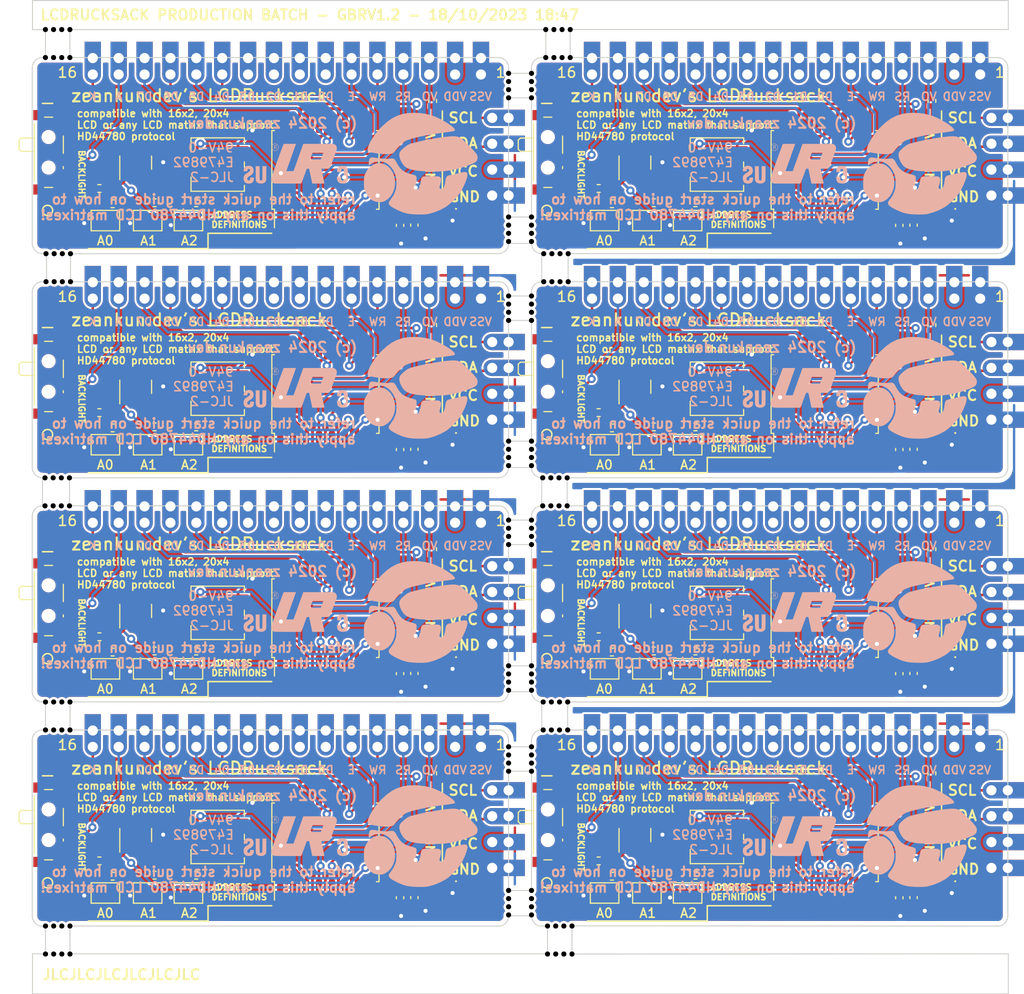
<source format=kicad_pcb>
(kicad_pcb (version 20221018) (generator pcbnew)
  (layers (0 "F.Cu" signal) (31 "B.Cu" signal) (34 "B.Paste" user) (35 "F.Paste" user) (36 "B.SilkS" user "B.Silkscreen") (37 "F.SilkS" user "F.Silkscreen") (38 "B.Mask" user) (39 "F.Mask" user) (44 "Edge.Cuts" user))
  (net 0 "")
  (net 1 "+5V")
  (net 2 "GND")
  (net 3 "Net-(D1-A)")
  (net 4 "/I2C_SCL")
  (net 5 "/I2C_SDA")
  (net 6 "Net-(J2-Pin_1)")
  (net 7 "Net-(J2-Pin_2)")
  (net 8 "/D7")
  (net 9 "/D6")
  (net 10 "/D5")
  (net 11 "/D4")
  (net 16 "/E")
  (net 17 "/RW")
  (net 18 "/RS")
  (net 19 "Net-(J2-Pin_14)")
  (net 20 "Net-(JP1-B)")
  (net 21 "Net-(JP2-B)")
  (net 22 "Net-(JP3-B)")
  (net 23 "/K")
  (footprint "Jumper:SolderJumper-2_P1.3mm_Open_TrianglePad1.0x1.5mm" (layer "F.Cu") (at 45.525 73.6)
    (fp_text reference "JP8" hide)
    (fp_text value "A1")
  )
  (footprint "NPTH" (layer "F.Cu") (at 84.6 35.6 90)
    (fp_text reference "REF**" hide)
    (fp_text value "NPTH" hide)
  )
  (footprint "NPTH" (layer "F.Cu") (at 37.9 101.6 90)
    (fp_text reference "REF**" hide)
    (fp_text value "NPTH" hide)
  )
  (footprint "NPTH" (layer "F.Cu") (at 80.95 38.75)
    (fp_text reference "REF**" hide)
    (fp_text value "NPTH" hide)
  )
  (footprint "NPTH" (layer "F.Cu") (at 36.3 101.6 90)
    (fp_text reference "REF**" hide)
    (fp_text value "NPTH" hide)
  )
  (footprint "NPTH" (layer "F.Cu") (at 83.2 75.65)
    (fp_text reference "REF**" hide)
    (fp_text value "NPTH" hide)
  )
  (footprint "Package_SO:SOIC-16W_7.5x10.3mm_P1.27mm" (layer "F.Cu") (at 111.975 112.625 90)
    (fp_text reference "U8" hide)
    (fp_text value "PCF8574")
  )
  (footprint "Button_Switch_SMD:SW_SPDT_PCM12" (layer "F.Cu") (at 36.13 44.9 -90)
    (fp_text reference "SW1" hide)
    (fp_text value "SPDT_PCM12")
  )
  (footprint "Resistor_SMD:R_0402_1005Metric" (layer "F.Cu") (at 50.29 71.85)
    (fp_text reference "R17" hide)
    (fp_text value "1K")
  )
  (footprint "NPTH" (layer "F.Cu") (at 83.2 83.4)
    (fp_text reference "REF**" hide)
    (fp_text value "NPTH" hide)
  )
  (footprint "NPTH" (layer "F.Cu") (at 80.95 37.15)
    (fp_text reference "REF**" hide)
    (fp_text value "NPTH" hide)
  )
  (footprint "Package_SO:SOIC-16W_7.5x10.3mm_P1.27mm" (layer "F.Cu") (at 62.975 46.625 90)
    (fp_text reference "U1" hide)
    (fp_text value "PCF8574")
  )
  (footprint "NPTH" (layer "F.Cu") (at 35.5 98.85 90)
    (fp_text reference "REF**" hide)
    (fp_text value "NPTH" hide)
  )
  (footprint "Potentiometer_SMD:Potentiometer_Vishay_TS53YJ_Vertical" (layer "F.Cu") (at 101.4 68.1)
    (fp_text reference "RV4" hide)
    (fp_text value "Vishay_TS53YJ")
  )
  (footprint "NPTH" (layer "F.Cu") (at 86.7 79.6 90)
    (fp_text reference "REF**" hide)
    (fp_text value "NPTH" hide)
  )
  (footprint "NPTH" (layer "F.Cu") (at 87 32.85 90)
    (fp_text reference "REF**" hide)
    (fp_text value "NPTH" hide)
  )
  (footprint "NPTH" (layer "F.Cu") (at 35.5 101.6 90)
    (fp_text reference "REF**" hide)
    (fp_text value "NPTH" hide)
  )
  (footprint "NPTH" (layer "F.Cu") (at 83.2 60.6)
    (fp_text reference "REF**" hide)
    (fp_text value "NPTH" hide)
  )
  (footprint "Capacitor_SMD:C_0402_1005Metric" (layer "F.Cu") (at 71.7 52.05 -90)
    (fp_text reference "C2" hide)
    (fp_text value "0.8uF")
  )
  (footprint "Capacitor_SMD:C_0402_1005Metric" (layer "F.Cu") (at 120.7 52.05 -90)
    (fp_text reference "C4" hide)
    (fp_text value "0.8uF")
  )
  (footprint "Jumper:SolderJumper-2_P1.3mm_Open_TrianglePad1.0x1.5mm" (layer "F.Cu") (at 49.525 117.6)
    (fp_text reference "JP19" hide)
    (fp_text value "A2")
  )
  (footprint "NPTH" (layer "F.Cu") (at 85.2 57.6 90)
    (fp_text reference "REF**" hide)
    (fp_text value "NPTH" hide)
  )
  (footprint "LED_SMD:LED_0402_1005Metric" (layer "F.Cu") (at 74.7 50.45 180)
    (fp_text reference "D1" hide)
    (fp_text value "BLUE")
  )
  (footprint "NPTH" (layer "F.Cu") (at 37.89 32.85 90)
    (fp_text reference "REF**" hide)
    (fp_text value "NPTH" hide)
  )
  (footprint "NPTH" (layer "F.Cu") (at 83.2 37.95)
    (fp_text reference "REF**" hide)
    (fp_text value "NPTH" hide)
  )
  (footprint "Resistor_SMD:R_0402_1005Metric" (layer "F.Cu") (at 73.5 105.85 -90)
    (fp_text reference "R44" hide)
    (fp_text value "4.7K")
  )
  (footprint "SMD-TH-Connector:Conn_01x04_2.54mm" (layer "F.Cu") (at 81.09 67.43 180)
    (fp_text reference "J5" hide)
    (fp_text value "I2C_INTERFACE")
  )
  (footprint "LED_SMD:LED_0402_1005Metric" (layer "F.Cu") (at 74.7 72.45 180)
    (fp_text reference "D3" hide)
    (fp_text value "BLUE")
  )
  (footprint "Jumper:SolderJumper-2_P1.3mm_Open_TrianglePad1.0x1.5mm" (layer "F.Cu") (at 45.525 51.6)
    (fp_text reference "JP2" hide)
    (fp_text value "A1")
  )
  (footprint "NPTH" (layer "F.Cu") (at 37.89 35.6 90)
    (fp_text reference "REF**" hide)
    (fp_text value "NPTH" hide)
  )
  (footprint "SMD-TH-Connector:Conn_01x04_2.54mm" (layer "F.Cu") (at 130.09 67.43 180)
    (fp_text reference "J7" hide)
    (fp_text value "I2C_INTERFACE")
  )
  (footprint "Potentiometer_SMD:Potentiometer_Vishay_TS53YJ_Vertical" (layer "F.Cu") (at 101.4 90.1)
    (fp_text reference "RV6" hide)
    (fp_text value "Vishay_TS53YJ")
  )
  (footprint "Jumper:SolderJumper-2_P1.3mm_Open_TrianglePad1.0x1.5mm" (layer "F.Cu") (at 41.375 73.6)
    (fp_text reference "JP9" hide)
    (fp_text value "A0")
  )
  (footprint "NPTH" (layer "F.Cu") (at 87.175 123.59 90)
    (fp_text reference "REF**" hide)
    (fp_text value "NPTH" hide)
  )
  (footprint "Resistor_SMD:R_0402_1005Metric" (layer "F.Cu") (at 99.29 49.85)
    (fp_text reference "R10" hide)
    (fp_text value "1K")
  )
  (footprint "Resistor_SMD:R_0402_1005Metric" (layer "F.Cu") (at 71.81 50.48)
    (fp_text reference "R7" hide)
    (fp_text value "1K")
  )
  (footprint "NPTH" (layer "F.Cu") (at 85.9 76.85 90)
    (fp_text reference "REF**" hide)
    (fp_text value "NPTH" hide)
  )
  (footprint "Package_SO:SOIC-16W_7.5x10.3mm_P1.27mm" (layer "F.Cu") (at 62.975 90.625 90)
    (fp_text reference "U5" hide)
    (fp_text value "PCF8574")
  )
  (footprint "Resistor_SMD:R_0402_1005Metric" (layer "F.Cu") (at 42.09 115.95)
    (fp_text reference "R47" hide)
    (fp_text value "1K")
  )
  (footprint "Potentiometer_SMD:Potentiometer_Vishay_TS53YJ_Vertical" (layer "F.Cu") (at 52.4 112.1)
    (fp_text reference "RV7" hide)
    (fp_text value "Vishay_TS53YJ")
  )
  (footprint "Jumper:SolderJumper-2_P1.3mm_Open_TrianglePad1.0x1.5mm" (layer "F.Cu") (at 98.525 51.6)
    (fp_text reference "JP4" hide)
    (fp_text value "A2")
  )
  (footprint "Resistor_SMD:R_0402_1005Metric" (layer "F.Cu") (at 50.29 93.85)
    (fp_text reference "R31" hide)
    (fp_text value "1K")
  )
  (footprint "NPTH" (layer "F.Cu") (at 84.775 123.59 90)
    (fp_text reference "REF**" hide)
    (fp_text value "NPTH" hide)
  )
  (footprint "NPTH" (layer "F.Cu") (at 80.95 61.4)
    (fp_text reference "REF**" hide)
    (fp_text value "NPTH" hide)
  )
  (footprint "Resistor_SMD:R_0402_1005Metric" (layer "F.Cu") (at 71.81 94.48)
    (fp_text reference "R35" hide)
    (fp_text value "1K")
  )
  (footprint "Resistor_SMD:R_0402_1005Metric" (layer "F.Cu") (at 91.09 49.95)
    (fp_text reference "R12" hide)
    (fp_text value "1K")
  )
  (footprint "NPTH" (layer "F.Cu") (at 83.2 82.6)
    (fp_text reference "REF**" hide)
    (fp_text value "NPTH" hide)
  )
  (footprint "NPTH" (layer "F.Cu") (at 37.05 79.6 90)
    (fp_text reference "REF**" hide)
    (fp_text value "NPTH" hide)
  )
  (footprint "NPTH" (layer "F.Cu") (at 80.95 104.85)
    (fp_text reference "REF**" hide)
    (fp_text value "NPTH" hide)
  )
  (footprint "Package_SO:SOIC-16W_7.5x10.3mm_P1.27mm" (layer "F.Cu") (at 111.975 68.625 90)
    (fp_text reference "U4" hide)
    (fp_text value "PCF8574")
  )
  (footprint "NPTH" (layer "F.Cu") (at 83.2 59.8)
    (fp_text reference "REF**" hide)
    (fp_text value "NPTH" hide)
  )
  (footprint "NPTH" (layer "F.Cu") (at 35.49 35.6 90)
    (fp_text reference "REF**" hide)
    (fp_text value "NPTH" hide)
  )
  (footprint "NPTH" (layer "F.Cu") (at 80.95 51.25)
    (fp_text reference "REF**" hide)
    (fp_text value "NPTH" hide)
  )
  (footprint "NPTH" (layer "F.Cu") (at 86.2 35.6 90)
    (fp_text reference "REF**" hide)
    (fp_text value "NPTH" hide)
  )
  (footprint "Resistor_SMD:R_0402_1005Metric" (layer "F.Cu") (at 71.09 89.45 180)
    (fp_text reference "R29" hide)
    (fp_text value "4.7K")
  )
  (footprint "Jumper:SolderJumper-2_P1.3mm_Open_TrianglePad1.0x1.5mm" (layer "F.Cu") (at 98.525 95.6)
    (fp_text reference "JP16" hide)
    (fp_text value "A2")
  )
  (footprint "NPTH" (layer "F.Cu") (at 83.2 39.55)
    (fp_text reference "REF**" hide)
    (fp_text value "NPTH" hide)
  )
  (footprint "Resistor_SMD:R_0402_1005Metric" (layer "F.Cu") (at 71.09 45.45 180)
    (fp_text reference "R1" hide)
    (fp_text value "4.7K")
  )
  (footprint "NPTH" (layer "F.Cu") (at 36.35 57.6 90)
    (fp_text reference "REF**" hide)
    (fp_text value "NPTH" hide)
  )
  (footprint "Package_TO_SOT_SMD:SOT-23" (layer "F.Cu") (at 44.35 111.9125 90)
    (fp_text reference "Q7" hide)
    (fp_text value "BC847")
  )
  (footprint "NPTH" (layer "F.Cu") (at 36.3 123.59 90)
    (fp_text reference "REF**" hide)
    (fp_text value "NPTH" hide)
  )
  (footprint "Resistor_SMD:R_0402_1005Metric" (layer "F.Cu") (at 122.5 61.85 -90)
    (fp_text reference "R23" hide)
    (fp_text value "4.7K")
  )
  (footprint "Potentiometer_SMD:Potentiometer_Vishay_TS53YJ_Vertical" (layer "F.Cu") (at 52.4 46.1)
    (fp_text reference "RV1" hide)
    (fp_text value "Vishay_TS53YJ")
  )
  (footprint "NPTH" (layer "F.Cu") (at 83.2 74.85)
    (fp_text reference "REF**" hide)
    (fp_text value "NPTH" hide)
  )
  (footprint "NPTH" (layer "F.Cu") (at 86 57.6 90)
    (fp_text reference "REF**" hide)
    (fp_text value "NPTH" hide)
  )
  (footprint "NPTH" (layer "F.Cu") (at 35.55 54.85 90)
    (fp_text reference "REF**" hide)
    (fp_text value "NPTH" hide)
  )
  (footprint "NPTH" (layer "F.Cu") (at 83.2 61.4)
    (fp_text reference "REF**" hide)
    (fp_text value "NPTH" hide)
  )
  (footprint "Resistor_SMD:R_0402_1005Metric" (layer "F.Cu") (at 71.81 72.48)
    (fp_text reference "R21" hide)
    (fp_text value "1K")
  )
  (footprint "NPTH" (layer "F.Cu") (at 85.575 123.59 90)
    (fp_text reference "REF**" hide)
    (fp_text value "NPTH" hide)
  )
  (footprint "NPTH" (layer "F.Cu") (at 80.95 119.75)
    (fp_text reference "REF**" hide)
    (fp_text value "NPTH" hide)
  )
  (footprint "NPTH" (layer "F.Cu") (at 80.95 96.1)
    (fp_text reference "REF**" hide)
    (fp_text value "NPTH" hide)
  )
  (footprint "Resistor_SMD:R_0402_1005Metric" (layer "F.Cu") (at 50.29 49.85)
    (fp_text reference "R3" hide)
    (fp_text value "1K")
  )
  (footprint "Capacitor_SMD:C_0402_1005Metric" (layer "F.Cu") (at 119.3 118.07 -90)
    (fp_text reference "C15" hide)
    (fp_text value "0.8uF")
  )
  (footprint "NPTH" (layer "F.Cu") (at 80.95 74.85)
    (fp_text reference "REF**" hide)
    (fp_text value "NPTH" hide)
  )
  (footprint "Jumper:SolderJumper-2_P1.3mm_Open_TrianglePad1.0x1.5mm" (layer "F.Cu") (at 94.525 73.6)
    (fp_text reference "JP11" hide)
    (fp_text value "A1")
  )
  (footprint "Resistor_SMD:R_0402_1005Metric" (layer "F.Cu") (at 73.5 39.85 -90)
    (fp_text reference "R2" hide)
    (fp_text value "4.7K")
  )
  (footprint "NPTH" (layer "F.Cu") (at 37.1 123.59 90)
    (fp_text reference "REF**" hide)
    (fp_text value "NPTH" hide)
  )
  (footprint "Resistor_SMD:R_0402_1005Metric" (layer "F.Cu") (at 122.5 105.85 -90)
    (fp_text reference "R51" hide)
    (fp_text value "4.7K")
  )
  (footprint "NPTH" (layer "F.Cu") (at 86.8 57.6 90)
    (fp_text reference "REF**" hide)
    (fp_text value "NPTH" hide)
  )
  (footprint "NPTH" (layer "F.Cu") (at 80.95 81)
    (fp_text reference "REF**" hide)
    (fp_text value "NPTH" hide)
  )
  (footprint "NPTH" (layer "F.Cu") (at 85.15 98.85 90)
    (fp_text reference "REF**" hide)
    (fp_text value "NPTH" hide)
  )
  (footprint "Package_TO_SOT_SMD:SOT-23" (layer "F.Cu") (at 93.35 111.9125 90)
    (fp_text reference "Q8" hide)
    (fp_text value "BC847")
  )
  (footprint "NPTH" (layer "F.Cu") (at 85.15 101.6 90)
    (fp_text reference "REF**" hide)
    (fp_text value "NPTH" hide)
  )
  (footprint "NPTH" (layer "F.Cu") (at 83.2 53.65)
    (fp_text reference "REF**" hide)
    (fp_text value "NPTH" hide)
  )
  (footprint "NPTH" (layer "F.Cu") (at 80.95 52.05)
    (fp_text reference "REF**" hide)
    (fp_text value "NPTH" hide)
  )
  (footprint "Capacitor_SMD:C_0402_1005Metric" (layer "F.Cu") (at 71.7 74.05 -90)
    (fp_text reference "C6" hide)
    (fp_text value "0.8uF")
  )
  (footprint "NPTH" (layer "F.Cu") (at 37.15 57.6 90)
    (fp_text reference "REF**" hide)
    (fp_text value "NPTH" hide)
  )
  (footprint "NPTH" (layer "F.Cu") (at 37.85 76.85 90)
    (fp_text reference "REF**" hide)
    (fp_text value "NPTH" hide)
  )
  (footprint "Jumper:SolderJumper-2_P1.3mm_Open_TrianglePad1.0x1.5mm" (layer "F.Cu") (at 98.525 117.6)
    (fp_text reference "JP22" hide)
    (fp_text value "A2")
  )
  (footprint "Resistor_SMD:R_0402_1005Metric" (layer "F.Cu") (at 40.79 70.45)
    (fp_text reference "R20" hide)
    (fp_text value "4.7K")
  )
  (footprint "NPTH" (layer "F.Cu") (at 37.1 98.85 90)
    (fp_text reference "REF**" hide)
    (fp_text value "NPTH" hide)
  )
  (footprint "Resistor_SMD:R_0402_1005Metric" (layer "F.Cu") (at 91.09 71.95)
    (fp_text reference "R26" hide)
    (fp_text value "1K")
  )
  (footprint "NPTH" (layer "F.Cu") (at 86.7 76.85 90)
    (fp_text reference "REF**" hide)
    (fp_text value "NPTH" hide)
  )
  (footprint "Jumper:SolderJumper-2_P1.3mm_Open_TrianglePad1.0x1.5mm" (layer "F.Cu") (at 90.375 117.6)
    (fp_text reference "JP24" hide)
    (fp_text value "A0")
  )
  (footprint "NPTH" (layer "F.Cu") (at 83.2 103.25)
    (fp_text reference "REF**" hide)
    (fp_text value "NPTH" hide)
  )
  (footprint "NPTH" (layer "F.Cu") (at 35.45 76.85 90)
    (fp_text reference "REF**" hide)
    (fp_text value "NPTH" hide)
  )
  (footprint "NPTH" (layer "F.Cu") (at 80.95 60.6)
    (fp_text reference "REF**" hide)
    (fp_text value "NPTH" hide)
  )
  (footprint "NPTH" (layer "F.Cu") (at 86.2 32.85 90)
    (fp_text reference "REF**" hide)
    (fp_text value "NPTH" hide)
  )
  (footprint "Capacitor_SMD:C_0402_1005Metric" (layer "F.Cu") (at 71.7 96.05 -90)
    (fp_text reference "C10" hide)
    (fp_text value "0.8uF")
  )
  (footprint "NPTH" (layer "F.Cu") (at 80.95 73.25)
    (fp_text reference "REF**" hide)
    (fp_text value "NPTH" hide)
  )
  (footprint "Jumper:SolderJumper-2_P1.3mm_Open_TrianglePad1.0x1.5mm" (layer "F.Cu") (at 94.525 51.6)
    (fp_text reference "JP5" hide)
    (fp_text value "A1")
  )
  (footprint "Potentiometer_SMD:Potentiometer_Vishay_TS53YJ_Vertical" (layer "F.Cu") (at 52.4 90.1)
    (fp_text reference "RV5" hide)
    (fp_text value "Vishay_TS53YJ")
  )
  (footprint "NPTH" (layer "F.Cu") (at 80.95 81.8)
    (fp_text reference "REF**" hide)
    (fp_text value "NPTH" hide)
  )
  (footprint "SMD-TH-Connector:Conn_01x04_2.54mm" (layer "F.Cu") (at 130.09 111.43 180)
    (fp_text reference "J15" hide)
    (fp_text value "I2C_INTERFACE")
  )
  (footprint "NPTH" (layer "F.Cu") (at 87 35.6 90)
    (fp_text reference "REF**" hide)
    (fp_text value "NPTH" hide)
  )
  (footprint "SMD-TH-Connector:Conn_01x04_2.54mm" (layer "F.Cu") (at 130.09 45.43 180)
    (fp_text reference "J3" hide)
    (fp_text value "I2C_INTERFACE")
  )
  (footprint "Resistor_SMD:R_0402_1005Metric" (layer "F.Cu") (at 89.79 114.45)
    (fp_text reference "R55" hide)
    (fp_text value "4.7K")
  )
  (footprint "NPTH" (layer "F.Cu") (at 80.95 83.4)
    (fp_text reference "REF**" hide)
    (fp_text value "NPTH" hide)
  )
  (footprint "NPTH" (layer "F.Cu") (at 85.9 79.6 90)
    (fp_text reference "REF**" hide)
    (fp_text value "NPTH" hide)
  )
  (footprint "Capacitor_SMD:C_0402_1005Metric" (layer "F.Cu") (at 120.7 118.05 -90)
    (fp_text reference "C16" hide)
    (fp_text value "0.8uF")
  )
  (footprint "SMD-TH-Connector:Conn_01x04_2.54mm" (layer "F.Cu") (at 130.09 89.43 180)
    (fp_text reference "J11" hide)
    (fp_text value "I2C_INTERFACE")
  )
  (footprint "NPTH" (layer "F.Cu") (at 37.1 101.6 90)
    (fp_text reference "REF**" hide)
    (fp_text value "NPTH" hide)
  )
  (footprint "Resistor_SMD:R_0402_1005Metric" (layer "F.Cu") (at 120.09 67.45 180)
    (fp_text reference "R22" hide)
    (fp_text value "4.7K")
  )
  (footprint "NPTH" (layer "F.Cu") (at 83.2 95.3)
    (fp_text reference "REF**" hide)
    (fp_text value "NPTH" hide)
  )
  (footprint "SMD-TH-Connector:Conn_01x04_2.54mm" (layer "F.Cu") (at 81.09 45.43 180)
    (fp_text reference "J1" hide)
    (fp_text value "I2C_INTERFACE")
  )
  (footprint "Package_TO_SOT_SMD:SOT-23" (layer "F.Cu") (at 93.35 45.9125 90)
    (fp_text reference "Q2" hide)
    (fp_text value "BC847")
  )
  (footprint "NPTH" (layer "F.Cu") (at 83.2 105.65)
    (fp_text reference "REF**" hide)
    (fp_text value "NPTH" hide)
  )
  (footprint "NPTH" (layer "F.Cu") (at 83.2 81.8)
    (fp_text reference "REF**" hide)
    (fp_text value "NPTH" hide)
  )
  (footprint "Potentiometer_SMD:Potentiometer_Vishay_TS53YJ_Vertical" (layer "F.Cu") (at 101.4 112.1)
    (fp_text reference "RV8" hide)
    (fp_text value "Vishay_TS53YJ")
  )
  (footprint "NPTH" (layer "F.Cu") (at 80.95 97.7)
    (fp_text reference "REF**" hide)
    (fp_text value "NPTH" hide)
  )
  (footprint "LED_SMD:LED_0402_1005Metric" (layer "F.Cu") (at 74.7 116.45 180)
    (fp_text reference "D7" hide)
    (fp_text value "BLUE")
  )
  (footprint "Package_TO_SOT_SMD:SOT-23" (layer "F.Cu") (at 44.35 67.9125 90)
    (fp_text reference "Q3" hide)
    (fp_text value "BC847")
  )
  (footprint "NPTH" (layer "F.Cu") (at 83.2 52.85)
    (fp_text reference "REF**" hide)
    (fp_text value "NPTH" hide)
  )
  (footprint "Package_TO_SOT_SMD:SOT-23" (layer "F.Cu") (at 44.35 89.9125 90)
    (fp_text reference "Q5" hide)
    (fp_text value "BC847")
  )
  (footprint "Capacitor_SMD:C_0402_1005Metric" (layer "F.Cu") (at 120.7 96.05 -90)
    (fp_text reference "C12" hide)
    (fp_text value "0.8uF")
  )
  (footprint "Resistor_SMD:R_0402_1005Metric" (layer "F.Cu") (at 95.2 49.85)
    (fp_text reference "R11" hide)
    (fp_text value "1K")
  )
  (footprint "Package_TO_SOT_SMD:SOT-23" (layer "F.Cu") (at 44.35 45.9125 90)
    (fp_text reference "Q1" hide)
    (fp_text value "BC847")
  )
  (footprint "NPTH" (layer "F.Cu") (at 86.75 98.85 90)
    (fp_text reference "REF**" hide)
    (fp_text value "NPTH" hide)
  )
  (footprint "NPTH" (layer "F.Cu") (at 86.75 101.6 90)
    (fp_text reference "REF**" hide)
    (fp_text value "NPTH" hide)
  )
  (footprint "LED_SMD:LED_0402_1005Metric" (layer "F.Cu") (at 123.7 116.45 180)
    (fp_text reference "D8" hide)
    (fp_text value "BLUE")
  )
  (footprint "LED_SMD:LED_0402_1005Metric" (layer "F.Cu") (at 74.7 94.45 180)
    (fp_text reference "D5" hide)
    (fp_text value "BLUE")
  )
  (footprint "LED_SMD:LED_0402_1005Metric" (layer "F.Cu") (at 123.7 50.45 180)
    (fp_text reference "D2" hide)
    (fp_text value "BLUE")
  )
  (footprint "NPTH" (layer "F.Cu") (at 87.175 120.84 90)
    (fp_text reference "REF**" hide)
    (fp_text value "NPTH" hide)
  )
  (footprint "NPTH" (layer "F.Cu") (at 84.4 54.85 90)
    (fp_text reference "REF**" hide)
    (fp_text value "NPTH" hide)
  )
  (footprint "Package_SO:SOIC-16W_7.5x10.3mm_P1.27mm" (layer "F.Cu") (at 111.975 90.625 90)
    (fp_text reference "U6" hide)
    (fp_text value "PCF8574")
  )
  (footprint "NPTH" (layer "F.Cu") (at 83.2 118.15)
    (fp_text reference "REF**" hide)
    (fp_text value "NPTH" hide)
  )
  (footprint "NPTH" (layer "F.Cu") (at 80.95 118.95)
    (fp_text reference "REF**" hide)
    (fp_text value "NPTH" hide)
  )
  (footprint "SMD-TH-Connector:Conn_01x04_2.54mm" (layer "F.Cu") (at 81.09 89.43 180)
    (fp_text reference "J9" hide)
    (fp_text value "I2C_INTERFACE")
  )
  (footprint "Resistor_SMD:R_0402_1005Metric" (layer "F.Cu") (at 120.09 45.45 180)
    (fp_text reference "R8" hide)
    (fp_text value "4.7K")
  )
  (footprint "NPTH" (layer "F.Cu") (at 80.95 75.65)
    (fp_text reference "REF**" hide)
    (fp_text value "NPTH" hide)
  )
  (footprint "NPTH" (layer "F.Cu") (at 37.9 123.59 90)
    (fp_text reference "REF**" hide)
    (fp_text value "NPTH" hide)
  )
  (footprint "NPTH" (layer "F.Cu") (at 80.95 39.55)
    (fp_text reference "REF**" hide)
    (fp_text value "NPTH" hide)
  )
  (footprint "Jumper:SolderJumper-2_P1.3mm_Open_TrianglePad1.0x1.5mm" (layer "F.Cu") (at 45.525 117.6)
    (fp_text reference "JP20" hide)
    (fp_text value "A1")
  )
  (footprint "Resistor_SMD:R_0402_1005Metric" (layer "F.Cu") (at 42.09 71.95)
    (fp_text reference "R19" hide)
    (fp_text value "1K")
  )
  (footprint "NPTH" (layer "F.Cu") (at 36.25 79.6 90)
    (fp_text reference "REF**" hide)
    (fp_text value "NPTH" hide)
  )
  (footprint "Jumper:SolderJumper-2_P1.3mm_Open_TrianglePad1.0x1.5mm" (layer "F.Cu") (at 90.375 95.6)
    (fp_text reference "JP18" hide)
    (fp_text value "A0")
  )
  (footprint "Resistor_SMD:R_0402_1005Metric" (layer "F.Cu") (at 40.79 92.45)
    (fp_text reference "R34" hide)
    (fp_text value "4.7K")
  )
  (footprint "Jumper:SolderJumper-2_P1.3mm_Open_TrianglePad1.0x1.5mm" (layer "F.Cu") (at 90.375 51.6)
    (fp_text reference "JP6" hide)
    (fp_text value "A0")
  )
  (footprint "Resistor_SMD:R_0402_1005Metric" (layer "F.Cu") (at 91.09 115.95)
    (fp_text reference "R54" hide)
    (fp_text value "1K")
  )
  (footprint "NPTH" (layer "F.Cu") (at 83.2 37.15)
    (fp_text reference "REF**" hide)
    (fp_text value "NPTH" hide)
  )
  (footprint "NPTH" (layer "F.Cu") (at 86.375 123.59 90)
    (fp_text reference "REF**" hide)
    (fp_text value "NPTH" hide)
  )
  (footprint "NPTH" (layer "F.Cu") (at 37.95 57.6 90)
    (fp_text reference "REF**" hide)
    (fp_text value "NPTH" hide)
  )
  (footprint "NPTH" (layer "F.Cu") (at 83.2 96.1)
    (fp_text reference "REF**" hide)
    (fp_text value "NPTH" hide)
  )
  (footprint "NPTH" (layer "F.Cu") (at 36.35 54.85 90)
    (fp_text reference "REF**" hide)
    (fp_text value "NPTH" hide)
  )
  (footprint "Jumper:SolderJumper-2_P1.3mm_Open_TrianglePad1.0x1.5mm" (layer "F.Cu") (at 49.525 73.6)
    (fp_text reference "JP7" hide)
    (fp_text value "A2")
  )
  (footprint "NPTH" (layer "F.Cu") (at 36.29 35.6 90)
    (fp_text reference "REF**" hide)
    (fp_text value "NPTH" hide)
  )
  (footprint "Resistor_SMD:R_0402_1005Metric" (layer "F.Cu") (at 95.2 71.85)
    (fp_text reference "R25" hide)
    (fp_text value "1K")
  )
  (footprint "Resistor_SMD:R_0402_1005Metric" (layer "F.Cu") (at 99.29 93.85)
    (fp_text reference "R38" hide)
    (fp_text value "1K")
  )
  (footprint "NPTH" (layer "F.Cu") (at 83.2 96.9)
    (fp_text reference "REF**" hide)
    (fp_text value "NPTH" hide)
  )
  (footprint "Package_SO:SOIC-16W_7.5x10.3mm_P1.27mm" (layer "F.Cu") (at 62.975 112.625 90)
    (fp_text reference "U7" hide)
    (fp_text value "PCF8574")
  )
  (footprint "NPTH" (layer "F.Cu") (at 37.85 79.6 90)
    (fp_text reference "REF**" hide)
    (fp_text value "NPTH" hide)
  )
  (footprint "Resistor_SMD:R_0402_1005Metric" (layer "F.Cu") (at 122.5 83.85 -90)
    (fp_text reference "R37" hide)
    (fp_text value "4.7K")
  )
  (footprint "Jumper:SolderJumper-2_P1.3mm_Open_TrianglePad1.0x1.5mm" (layer "F.Cu") (at 90.375 73.6)
    (fp_text reference "JP12" hide)
    (fp_text value "A0")
  )
  (footprint "NPTH" (layer "F.Cu") (at 83.2 81)
    (fp_text reference "REF**" hide)
    (fp_text value "NPTH" hide)
  )
  (footprint "NPTH" (layer "F.Cu") (at 35.55 57.6 90)
    (fp_text reference "REF**" hide)
    (fp_text value "NPTH" hide)
  )
  (footprint "NPTH" (layer "F.Cu") (at 37.9 120.84 90)
    (fp_text reference "REF**" hide)
    (fp_text value "NPTH" hide)
  )
  (footprint "Resistor_SMD:R_0402_1005Metric" (layer "F.Cu") (at 46.2 93.85)
    (fp_text reference "R32" hide)
    (fp_text value "1K")
  )
  (footprint "Resistor_SMD:R_0402_1005Metric" (layer "F.Cu") (at 99.29 71.85)
    (fp_text reference "R24" hide)
    (fp_text value "1K")
  )
  (footprint "NPTH" (layer "F.Cu") (at 84.3 76.85 90)
    (fp_text reference "REF**" hide)
    (fp_text value "NPTH" hide)
  )
  (footprint "NPTH" (layer "F.Cu") (at 85.575 120.84 90)
    (fp_text reference "REF**" hide)
    (fp_text value "NPTH" hide)
  )
  (footprint "Resistor_SMD:R_0402_1005Metric" (layer "F.Cu") (at 40.79 114.45)
    (fp_text reference "R48" hide)
    (fp_text value "4.7K")
  )
  (footprint "NPTH" (layer "F.Cu") (at 80.95 117.35)
    (fp_text reference "REF**" hide)
    (fp_text value "NPTH" hide)
  )
  (footprint "Resistor_SMD:R_0402_1005Metric" (layer "F.Cu") (at 120.81 72.48)
    (fp_text reference "R28" hide)
    (fp_text value "1K")
  )
  (footprint "LED_SMD:LED_0402_1005Metric" (layer "F.Cu") (at 123.7 72.45 180)
    (fp_text reference "D4" hide)
    (fp_text value "BLUE")
  )
  (footprint "NPTH" (layer "F.Cu") (at 84.35 98.85 90)
    (fp_text reference "REF**" hide)
    (fp_text value "NPTH" hide)
  )
  (footprint "Button_Switch_SMD:SW_SPDT_PCM12" (layer "F.Cu") (at 36.13 110.9 -90)
    (fp_text reference "SW7" hide)
    (fp_text value "SPDT_PCM12")
  )
  (footprint "Button_Switch_SMD:SW_SPDT_PCM12" (layer "F.Cu") (at 85.13 66.9 -90)
    (fp_text reference "SW4" hide)
    (fp_text value "SPDT_PCM12")
  )
  (footprint "NPTH" (layer "F.Cu") (at 80.95 96.9)
    (fp_text reference "REF**" hide)
    (fp_text value "NPTH" hide)
  )
  (footprint "NPTH" (layer "F.Cu") (at 37.09 35.6 90)
    (fp_text reference "REF**" hide)
    (fp_text value "NPTH" hide)
  )
  (footprint "Resistor_SMD:R_0402_1005Metric" (layer "F.Cu") (at 120.81 50.48)
    (fp_text reference "R14" hide)
    (fp_text value "1K")
  )
  (footprint "NPTH" (layer "F.Cu") (at 83.2 51.25)
    (fp_text reference "REF**" hide)
    (fp_text value "NPTH" hide)
  )
  (footprint "NPTH" (layer "F.Cu") (at 83.2 97.7)
    (fp_text reference "REF**" hide)
    (fp_text value "NPTH" hide)
  )
  (footprint "Resistor_SMD:R_0402_1005Metric" (layer "F.Cu") (at 122.5 39.85 -90)
    (fp_text reference "R9" hide)
    (fp_text value "4.7K")
  )
  (footprint "Jumper:SolderJumper-2_P1.3mm_Open_TrianglePad1.0x1.5mm" (layer "F.Cu") (at 49.525 51.6)
    (fp_text reference "JP1" hide)
    (fp_text value "A2")
  )
  (footprint "Button_Switch_SMD:SW_SPDT_PCM12" (layer "F.Cu") (at 85.13 44.9 -90)
    (fp_text reference "SW2" hide)
    (fp_text value "SPDT_PCM12")
  )
  (footprint "Resistor_SMD:R_0402_1005Metric" (layer "F.Cu") (at 71.09 67.45 180)
    (fp_text reference "R15" hide)
    (fp_text value "4.7K")
  )
  (footprint "Resistor_SMD:R_0402_1005Metric" (layer "F.Cu") (at 73.5 83.85 -90)
    (fp_text reference "R30" hide)
    (fp_text value "4.7K")
  )
  (footprint "NPTH" (layer "F.Cu") (at 84.775 120.84 90)
    (fp_text reference "REF**" hide)
    (fp_text value "NPTH" hide)
  )
  (footprint "Jumper:SolderJumper-2_P1.3mm_Open_TrianglePad1.0x1.5mm" (layer "F.Cu") (at 98.525 73.6)
    (fp_text reference "JP10" hide)
    (fp_text value "A2")
  )
  (footprint "NPTH" (layer "F.Cu") (at 83.2 118.95)
    (fp_text reference "REF**" hide)
    (fp_text value "NPTH" hide)
  )
  (footprint "NPTH" (layer "F.Cu") (at 85.4 32.85 90)
    (fp_text reference "REF**" hide)
    (fp_text value "NPTH" hide)
  )
  (footprint "Resistor_SMD:R_0402_1005Metric" (layer "F.Cu") (at 46.2 71.85)
    (fp_text reference "R18" hide)
    (fp_text value "1K")
  )
  (footprint "NPTH" (layer "F.Cu") (at 80.95 95.3)
    (fp_text reference "REF**" hide)
    (fp_text value "NPTH" hide)
  )
  (footprint "NPTH" (layer "F.Cu") (at 35.5 123.59 90)
    (fp_text reference "REF**" hide)
    (fp_text value "NPTH" hide)
  )
  (footprint "Jumper:SolderJumper-2_P1.3mm_Open_TrianglePad1.0x1.5mm" (layer "F.Cu") (at 94.525 117.6)
    (fp_text reference "JP23" hide)
    (fp_text value "A1")
  )
  (footprint "Package_TO_SOT_SMD:SOT-23" (layer "F.Cu") (at 93.35 67.9125 90)
    (fp_text reference "Q4" hide)
    (fp_text value "BC847")
  )
  (footprint "NPTH" (layer "F.Cu") (at 80.95 52.85)
    (fp_text reference "REF**" hide)
    (fp_text value "NPTH" hide)
  )
  (footprint "Jumper:SolderJumper-2_P1.3mm_Open_TrianglePad1.0x1.5mm" (layer "F.Cu") (at 41.375 117.6)
    (fp_text reference "JP21" hide)
    (fp_text value "A0")
  )
  (footprint "Resistor_SMD:R_0402_1005Metric" (layer "F.Cu") (at 95.2 93.85)
    (fp_text reference "R39" hide)
    (fp_text value "1K")
  )
  (footprint "Resistor_SMD:R_0402_1005Metric" (layer "F.Cu") (at 95.2 115.85)
    (fp_text reference "R53" hide)
    (fp_text value "1K")
  )
  (footprint "Resistor_SMD:R_0402_1005Metric" (layer "F.Cu") (at 40.79 48.45)
    (fp_text reference "R6" hide)
    (fp_text value "4.7K")
  )
  (footprint "Button_Switch_SMD:SW_SPDT_PCM12" (layer "F.Cu") (at 36.13 66.9 -90)
    (fp_text reference "SW3" hide)
    (fp_text value "SPDT_PCM12")
  )
  (footprint "Capacitor_SMD:C_0402_1005Metric" (layer "F.Cu") (at 120.7 74.05 -90)
    (fp_text reference "C8" hide)
    (fp_text value "0.8uF")
  )
  (footprint "Capacitor_SMD:C_0402_1005Metric" (layer "F.Cu") (at 70.3 74.07 -90)
    (fp_text reference "C5" hide)
    (fp_text value "0.8uF")
  )
  (footprint "NPTH" (layer "F.Cu") (at 84.6 32.85 90)
    (fp_text reference "REF**" hide)
    (fp_text value "NPTH" hide)
  )
  (footprint "NPTH" (layer "F.Cu") (at 80.95 74.05)
    (fp_text reference "REF**" hide)
    (fp_text value "NPTH" hide)
  )
  (footprint "Button_Switch_SMD:SW_SPDT_PCM12" (layer "F.Cu") (at 85.13 88.9 -90)
    (fp_text reference "SW6" hide)
    (fp_text value "SPDT_PCM12")
  )
  (footprint "Potentiometer_SMD:Potentiometer_Vishay_TS53YJ_Vertical" (layer "F.Cu") (at 52.4 68.1)
    (fp_text reference "RV3" hide)
    (fp_text value "Vishay_TS53YJ")
  )
  (footprint "NPTH" (layer "F.Cu") (at 80.95 82.6)
    (fp_text reference "REF**" hide)
    (fp_text value "NPTH" hide)
  )
  (footprint "Resistor_SMD:R_0402_1005Metric" (layer "F.Cu") (at 73.5 61.85 -90)
    (fp_text reference "R16" hide)
    (fp_text value "4.7K")
  )
  (footprint "Button_Switch_SMD:SW_SPDT_PCM12" (layer "F.Cu") (at 36.13 88.9 -90)
    (fp_text reference "SW5" hide)
    (fp_text value "SPDT_PCM12")
  )
  (footprint "NPTH" (layer "F.Cu") (at 84.3 79.6 90)
    (fp_text reference "REF**" hide)
    (fp_text value "NPTH" hide)
  )
  (footprint "NPTH" (layer "F.Cu") (at 83.2 59)
    (fp_text reference "REF**" hide)
    (fp_text value "NPTH" hide)
  )
  (footprint "Resistor_SMD:R_0402_1005Metric" (layer "F.Cu") (at 71.09 111.45 180)
    (fp_text reference "R43" hide)
    (fp_text value "4.7K")
  )
  (footprint "Resistor_SMD:R_0402_1005Metric" (layer "F.Cu") (at 46.2 115.85)
    (fp_text reference "R46" hide)
    (fp_text value "1K")
  )
  (footprint "NPTH" (layer "F.Cu") (at 85.2 54.85 90)
    (fp_text reference "REF**" hide)
    (fp_text value "NPTH" hide)
  )
  (footprint "Resistor_SMD:R_0402_1005Metric" (layer "F.Cu") (at 89.79 48.45)
    (fp_text reference "R13" hide)
    (fp_text value "4.7K")
  )
  (footprint "Capacitor_SMD:C_0402_1005Metric" (layer "F.Cu") (at 119.3 52.07 -90)
    (fp_text reference "C3" hide)
    (fp_text value "0.8uF")
  )
  (footprint "Jumper:SolderJumper-2_P1.3mm_Open_TrianglePad1.0x1.5mm" (layer "F.Cu") (at 94.525 95.6)
    (fp_text reference "JP17" hide)
    (fp_text value "A1")
  )
  (footprint "Resistor_SMD:R_0402_1005Metric" (layer "F.Cu") (at 91.09 93.95)
    (fp_text reference "R40" hide)
    (fp_text value "1K")
  )
  (footprint "Capacitor_SMD:C_0402_1005Metric" (layer "F.Cu") (at 119.3 74.07 -90)
    (fp_text reference "C7" hide)
    (fp_text value "0.8uF")
  )
  (footprint "Resistor_SMD:R_0402_1005Metric" (layer "F.Cu") (at 42.09 93.95)
    (fp_text reference "R33" hide)
    (fp_text value "1K")
  )
  (footprint "Resistor_SMD:R_0402_1005Metric" (layer "F.Cu") (at 120.81 116.48)
    (fp_text reference "R56" hide)
    (fp_text value "1K")
  )
  (footprint "NPTH" (layer "F.Cu") (at 85.95 101.6 90)
    (fp_text reference "REF**" hide)
    (fp_text value "NPTH" hide)
  )
  (footprint "NPTH" (layer "F.Cu") (at 80.95 53.65)
    (fp_text reference "REF**" hide)
    (fp_text value "NPTH" hide)
  )
  (footprint "NPTH" (layer "F.Cu") (at 84.4 57.6 90)
    (fp_text reference "REF**" hide)
    (fp_text value "NPTH" hide)
  )
  (footprint "Capacitor_SMD:C_0402_1005Metric" (layer "F.Cu") (at 71.7 118.05 -90)
    (fp_text reference "C14" hide)
    (fp_text value "0.8uF")
  )
  (footprint "NPTH" (layer "F.Cu") (at 85.95 98.85 90)
    (fp_text reference "REF**" hide)
    (fp_text value "NPTH" hide)
  )
  (footprint "NPTH" (layer "F.Cu") (at 83.2 73.25)
    (fp_text reference "REF**" hide)
    (fp_text value "NPTH" hide)
  )
  (footprint "NPTH" (layer "F.Cu") (at 35.49 32.85 90)
    (fp_text reference "REF**" hide)
    (fp_text value "NPTH" hide)
  )
  (footprint "NPTH" (layer "F.Cu") (at 37.1 120.84 90)
    (fp_text reference "REF**" hide)
    (fp_text value "NPTH" hide)
  )
  (footprint "Capacitor_SMD:C_0402_1005Metric" (layer "F.Cu") (at 70.3 52.07 -90)
    (fp_text reference "C1" hide)
    (fp_text value "0.8uF")
  )
  (footprint "Resistor_SMD:R_0402_1005Metric" (layer "F.Cu") (at 46.2 49.85)
    (fp_text reference "R4" hide)
    (fp_text value "1K")
  )
  (footprint "NPTH" (layer "F.Cu") (at 80.95 59.8)
    (fp_text reference "REF**" hide)
    (fp_text value "NPTH" hide)
  )
  (footprint "Resistor_SMD:R_0402_1005Metric" (layer "F.Cu") (at 89.79 70.45)
    (fp_text reference "R27" hide)
    (fp_text value "4.7K")
  )
  (footprint "NPTH" (layer "F.Cu") (at 37.15 54.85 90)
    (fp_text reference "REF**" hide)
    (fp_text value "NPTH" hide)
  )
  (footprint "NPTH" (layer "F.Cu") (at 35.45 79.6 90)
    (fp_text reference "REF**" hide)
    (fp_text value "NPTH" hide)
  )
  (footprint "NPTH" (layer "F.Cu") (at 83.2 104.85)
    (fp_text reference "REF**" hide)
    (fp_text value "NPTH" hide)
  )
  (footprint "NPTH" (layer "F.Cu") (at 80.95 104.05)
    (fp_text reference "REF**" hide)
    (fp_text value "NPTH" hide)
  )
  (footprint "NPTH" (layer "F.Cu") (at 83.2 119.75)
    (fp_text reference "REF**" hide)
    (fp_text value "NPTH" hide)
  )
  (footprint "Resistor_SMD:R_0402_1005Metric" (layer "F.Cu") (at 99.29 115.85)
    (fp_text reference "R52" hide)
    (fp_text value "1K")
  )
  (footprint "NPTH" (layer "F.Cu") (at 37.09 32.85 90)
    (fp_text reference "REF**" hide)
    (fp_text value "NPTH" hide)
  )
  (footprint "Potentiometer_SMD:Potentiometer_Vishay_TS53YJ_Vertical" (layer "F.Cu") (at 101.4 46.1)
    (fp_text reference "RV2" hide)
    (fp_text value "Vishay_TS53YJ")
  )
  (footprint "Resistor_SMD:R_0402_1005Metric" (layer "F.Cu") (at 50.29 115.85)
    (fp_text reference "R45" hide)
    (fp_text value "1K")
  )
  (footprint "Resistor_SMD:R_0402_1005Metric" (layer "F.Cu") (at 120.09 89.45 180)
    (fp_text reference "R36" hide)
    (fp_text value "4.7K")
  )
  (footprint "Jumper:SolderJumper-2_P1.3mm_Open_TrianglePad1.0x1.5mm" (layer "F.Cu") (at 45.525 95.6)
    (fp_text reference "JP14" hide)
    (fp_text value "A1")
  )
  (footprint "Resistor_SMD:R_0402_1005Metric" (layer "F.Cu") (at 120.81 94.48)
    (fp_text reference "R42" hide)
    (fp_text value "1K")
  )
  (footprint "NPTH" (layer "F.Cu") (at 80.95 103.25)
    (fp_text reference "REF**" hide)
    (fp_text value "NPTH" hide)
  )
  (footprint "NPTH" (layer "F.Cu") (at 83.2 117.35)
    (fp_text reference "REF**" hide)
    (fp_text value "NPTH" hide)
  )
  (footprint "Package_TO_SOT_SMD:SOT-23" (layer "F.Cu") (at 93.35 89.9125 90)
    (fp_text reference "Q6" hide)
    (fp_text value "BC847")
  )
  (footprint "NPTH" (layer "F.Cu") (at 80.95 105.65)
    (fp_text reference "REF**" hide)
    (fp_text value "NPTH" hide)
  )
  (footprint "Resistor_SMD:R_0402_1005Metric" (layer "F.Cu") (at 42.09 49.95)
    (fp_text reference "R5" hide)
    (fp_text value "1K")
  )
  (footprint "NPTH" (layer "F.Cu") (at 36.3 98.85 90)
    (fp_text reference "REF**" hide)
    (fp_text value "NPTH" hide)
  )
  (footprint "NPTH" (layer "F.Cu") (at 80.95 37.95)
    (fp_text reference "REF**" hide)
    (fp_text value "NPTH" hide)
  )
  (footprint "NPTH" (layer "F.Cu") (at 37.9 98.85 90)
    (fp_text reference "REF**" hide)
    (fp_text value "NPTH" hide)
  )
  (footprint "NPTH" (layer "F.Cu") (at 37.95 54.85 90)
    (fp_text reference "REF**" hide)
    (fp_text value "NPTH" hide)
  )
  (footprint "NPTH" (layer "F.Cu") (at 37.05 76.85 90)
    (fp_text reference "REF**" hide)
    (fp_text value "NPTH" hide)
  )
  (footprint "Resistor_SMD:R_0402_1005Metric" (layer "F.Cu") (at 120.09 111.45 180)
    (fp_text reference "R50" hide)
    (fp_text value "4.7K")
  )
  (footprint "NPTH" (layer "F.Cu") (at 80.95 118.15)
    (fp_text reference "REF**" hide)
    (fp_text value "NPTH" hide)
  )
  (footprint "Package_SO:SOIC-16W_7.5x10.3mm_P1.27mm" (layer "F.Cu") (at 111.975 46.625 90)
    (fp_text reference "U2" hide)
    (fp_text value "PCF8574")
  )
  (footprint "Resistor_SMD:R_0402_1005Metric" (layer "F.Cu") (at 71.81 116.48)
    (fp_text reference "R49" hide)
    (fp_text value "1K")
  )
  (footprint "Package_SO:SOIC-16W_7.5x10.3mm_P1.27mm" (layer "F.Cu") (at 62.975 68.625 90)
    (fp_text reference "U3" hide)
    (fp_text value "PCF8574")
  )
  (footprint "Capacitor_SMD:C_0402_1005Metric" (layer "F.Cu") (at 70.3 96.07 -90)
    (fp_text reference "C9" hide)
    (fp_text value "0.8uF")
  )
  (footprint "NPTH" (layer "F.Cu") (at 35.5 120.84 90)
    (fp_text reference "REF**" hide)
    (fp_text value "NPTH" hide)
  )
  (footprint "Resistor_SMD:R_0402_1005Metric" (layer "F.Cu") (at 89.79 92.45)
    (fp_text reference "R41" hide)
    (fp_text value "4.7K")
  )
  (footprint "NPTH" (layer "F.Cu") (at 85.4 35.6 90)
    (fp_text reference "REF**" hide)
    (fp_text value "NPTH" hide)
  )
  (footprint "NPTH" (layer "F.Cu") (at 36.29 32.85 90)
    (fp_text reference "REF**" hide)
    (fp_text value "NPTH" hide)
  )
  (footprint "Button_Switch_SMD:SW_SPDT_PCM12" (layer "F.Cu") (at 85.13 110.9 -90)
    (fp_text reference "SW8" hide)
    (fp_text value "SPDT_PCM12")
  )
  (footprint "NPTH" (layer "F.Cu") (at 84.35 101.6 90)
    (fp_text reference "REF**" hide)
    (fp_text value "NPTH" hide)
  )
  (footprint "Capacitor_SMD:C_0402_1005Metric" (layer "F.Cu") (at 70.3 118.07 -90)
    (fp_text reference "C13" hide)
    (fp_text value "0.8uF")
  )
  (footprint "NPTH" (layer "F.Cu") (at 85.1 79.6 90)
    (fp_text reference "REF**" hide)
    (fp_text value "NPTH" hide)
  )
  (footprint "NPTH" (layer "F.Cu") (at 86 54.85 90)
    (fp_text reference "REF**" hide)
    (fp_text value "NPTH" hide)
  )
  (footprint "Jumper:SolderJumper-2_P1.3mm_Open_TrianglePad1.0x1.5mm" (layer "F.Cu") (at 49.525 95.6)
    (fp_text reference "JP13" hide)
    (fp_text value "A2")
  )
  (footprint "NPTH" (layer "F.Cu") (at 85.1 76.85 90)
    (fp_text reference "REF**" hide)
    (fp_text value "NPTH" hide)
  )
  (footprint "Capacitor_SMD:C_0402_1005Metric" (layer "F.Cu") (at 119.3 96.07 -90)
    (fp_text reference "C11" hide)
    (fp_text value "0.8uF")
  )
  (footprint "NPTH" (layer "F.Cu") (at 86.375 120.84 90)
    (fp_text reference "REF**" hide)
    (fp_text value "NPTH" hide)
  )
  (footprint "NPTH" (layer "F.Cu") (at 83.2 38.75)
    (fp_text reference "REF**" hide)
    (fp_text value "NPTH" hide)
  )
  (footprint "Jumper:SolderJumper-2_P1.3mm_Open_TrianglePad1.0x1.5mm" (layer "F.Cu") (at 41.375 51.6)
    (fp_text reference "JP3" hide)
    (fp_text value "A0")
  )
  (footprint "NPTH" (layer "F.Cu") (at 83.2 52.05)
    (fp_text reference "REF**" hide)
    (fp_text value "NPTH" hide)
  )
  (footprint "NPTH" (layer "F.Cu") (at 86.8 54.85 90)
    (fp_text reference "REF**" hide)
    (fp_text value "NPTH" hide)
  )
  (footprint "NPTH" (layer "F.Cu") (at 83.2 104.05)
    (fp_text reference "REF**" hide)
    (fp_text value "NPTH" hide)
  )
  (footprint "SMD-TH-Connector:Conn_01x04_2.54mm" (layer "F.Cu") (at 81.09 111.43 180)
    (fp_text reference "J13" hide)
    (fp_text value "I2C_INTERFACE")
  )
  (footprint "NPTH" (layer "F.Cu") (at 83.2 74.05)
    (fp_text reference "REF**" hide)
    (fp_text value "NPTH" hide)
  )
  (footprint "NPTH" (layer "F.Cu") (at 36.3 120.84 90)
    (fp_text reference "REF**" hide)
    (fp_text value "NPTH" hide)
  )
  (footprint "NPTH" (layer "F.Cu") (at 36.25 76.85 90)
    (fp_text reference "REF**" hide)
    (fp_text value "NPTH" hide)
  )
  (footprint "NPTH" (layer "F.Cu") (at 80.95 59)
    (fp_text reference "REF**" hide)
    (fp_text value "NPTH" hide)
  )
  (footprint "LED_SMD:LED_0402_1005Metric" (layer "F.Cu") (at 123.7 94.45 180)
    (fp_text reference "D6" hide)
    (fp_text value "BLUE")
  )
  (footprint "Jumper:SolderJumper-2_P1.3mm_Open_TrianglePad1.0x1.5mm" (layer "F.Cu") (at 41.375 95.6)
    (fp_text reference "JP15" hide)
    (fp_text value "A0")
  )
  (footprint "LOGO" (layer "B.Cu") (at 60.07 112.12 180)
    (fp_text reference "G***11" hide)
    (fp_text value "LOGO" hide)
  )
  (footprint "SMD-TH-Connector:Conn_01x16_2.54mm" (layer "B.Cu") (at 106.75 102.4 -90)
    (fp_text reference "J16" hide)
    (fp_text value "LCD_INTERFACE")
  )
  (footprint "LOGO" (layer "B.Cu") (at 72.32 46.02 180)
    (fp_text reference "G***" hide)
    (fp_text value "LOGO" hide)
  )
  (footprint "LOGO" (layer "B.Cu") (at 121.32 46.02 180)
    (fp_text reference "G***2" hide)
    (fp_text value "LOGO" hide)
  )
  (footprint "LOGO" (layer "B.Cu") (at 109.07 90.12 180)
    (fp_text reference "G***9" hide)
    (fp_text value "LOGO" hide)
  )
  (footprint "LOGO" (layer "B.Cu") (at 60.07 68.12 180)
    (fp_text reference "G***3" hide)
    (fp_text value "LOGO" hide)
  )
  (footprint "SMD-TH-Connector:Conn_01x16_2.54mm" (layer "B.Cu") (at 106.75 36.4 -90)
    (fp_text reference "J4" hide)
    (fp_text value "LCD_INTERFACE")
  )
  (footprint "SMD-TH-Connector:Conn_01x16_2.54mm" (layer "B.Cu") (at 57.75 36.4 -90)
    (fp_text reference "J2" hide)
    (fp_text value "LCD_INTERFACE")
  )
  (footprint "LOGO" (layer "B.Cu") (at 72.32 90.02 180)
    (fp_text reference "G***8" hide)
    (fp_text value "LOGO" hide)
  )
  (footprint "SMD-TH-Connector:Conn_01x16_2.54mm" (layer "B.Cu") (at 57.75 80.4 -90)
    (fp_text reference "J10" hide)
    (fp_text value "LCD_INTERFACE")
  )
  (footprint "LOGO" (layer "B.Cu") (at 109.07 68.12 180)
    (fp_text reference "G***5" hide)
    (fp_text value "LOGO" hide)
  )
  (footprint "LOGO" (layer "B.Cu") (at 60.07 90.12 180)
    (fp_text reference "G***7" hide)
    (fp_text value "LOGO" hide)
  )
  (footprint "LOGO" (layer "B.Cu") (at 109.07 46.12 180)
    (fp_text reference "G***1" hide)
    (fp_text value "LOGO" hide)
  )
  (footprint "LOGO" (layer "B.Cu") (at 60.07 46.12 180)
    (fp_text reference "G***" hide)
    (fp_text value "LOGO" hide)
  )
  (footprint "LOGO" (layer "B.Cu") (at 72.32 68.02 180)
    (fp_text reference "G***4" hide)
    (fp_text value "LOGO" hide)
  )
  (footprint "LOGO" (layer "B.Cu") (at 121.32 90.02 180)
    (fp_text reference "G***10" hide)
    (fp_text value "LOGO" hide)
  )
  (footprint "LOGO" (layer "B.Cu") (at 121.32 112.02 180)
    (fp_text reference "G***14" hide)
    (fp_text value "LOGO" hide)
  )
  (footprint "LOGO" (layer "B.Cu") (at 121.32 68.02 180)
    (fp_text reference "G***6" hide)
    (fp_text value "LOGO" hide)
  )
  (footprint "SMD-TH-Connector:Conn_01x16_2.54mm" (layer "B.Cu") (at 106.75 80.4 -90)
    (fp_text reference "J12" hide)
    (fp_text value "LCD_INTERFACE")
  )
  (footprint "SMD-TH-Connector:Conn_01x16_2.54mm" (layer "B.Cu") (at 57.75 102.4 -90)
    (fp_text reference "J14" hide)
    (fp_text value "LCD_INTERFACE")
  )
  (footprint "SMD-TH-Connector:Conn_01x16_2.54mm" (layer "B.Cu") (at 106.75 58.4 -90)
    (fp_text reference "J8" hide)
    (fp_text value "LCD_INTERFACE")
  )
  (footprint "SMD-TH-Connector:Conn_01x16_2.54mm" (layer "B.Cu") (at 57.75 58.4 -90)
    (fp_text reference "J6" hide)
    (fp_text value "LCD_INTERFACE")
  )
  (footprint "LOGO" (layer "B.Cu") (at 109.07 112.12 180)
    (fp_text reference "G***13" hide)
    (fp_text value "LOGO" hide)
  )
  (footprint "LOGO" (layer "B.Cu") (at 72.32 112.02 180)
    (fp_text reference "G***12" hide)
    (fp_text value "LOGO" hide)
  )
  (gr_line (start 100.45 54.35) (end 100.2 54.35) (stroke (width 0.15)) (layer "F.SilkS"))
  (gr_line (start 100.45 98.35) (end 100.2 98.35) (stroke (width 0.15)) (layer "F.SilkS"))
  (gr_circle (center 35.7 72.6) (end 36.2 72.6) (stroke (width 0.15)) (fill none) (layer "F.SilkS"))
  (gr_line (start 51.45 52.85) (end 51.45 54.35) (stroke (width 0.15)) (layer "F.SilkS"))
  (gr_line (start 100.45 76.35) (end 100.2 76.35) (stroke (width 0.15)) (layer "F.SilkS"))
  (gr_line (start 88.7 120.35) (end 100.2 120.35) (stroke (width 0.15)) (layer "F.SilkS"))
  (gr_line (start 106.7 96.85) (end 100.45 96.85) (stroke (width 0.15)) (layer "F.SilkS"))
  (gr_line (start 36.2 40.1) (end 35.2 40.1) (stroke (width 0.15)) (layer "F.SilkS"))
  (gr_circle (center 35.7 50.6) (end 36.2 50.6) (stroke (width 0.15)) (fill none) (layer "F.SilkS"))
  (gr_line (start 100.45 52.85) (end 100.45 54.35) (stroke (width 0.15)) (layer "F.SilkS"))
  (gr_line (start 123.45 84.85) (end 123.45 93.85) (stroke (width 0.15)) (layer "F.SilkS"))
  (gr_line (start 36.2 62.1) (end 35.2 62.1) (stroke (width 0.15)) (layer "F.SilkS"))
  (gr_line (start 74.45 40.85) (end 74.45 49.85) (stroke (width 0.15)) (layer "F.SilkS"))
  (gr_line (start 88.7 76.35) (end 100.2 76.35) (stroke (width 0.15)) (layer "F.SilkS"))
  (gr_line (start 88.7 54.35) (end 100.2 54.35) (stroke (width 0.15)) (layer "F.SilkS"))
  (gr_line (start 106.7 52.85) (end 100.45 52.85) (stroke (width 0.15)) (layer "F.SilkS"))
  (gr_line (start 106.7 74.85) (end 100.45 74.85) (stroke (width 0.15)) (layer "F.SilkS"))
  (gr_circle (center 35.7 94.6) (end 36.2 94.6) (stroke (width 0.15)) (fill none) (layer "F.SilkS"))
  (gr_line (start 85.2 84.1) (end 84.2 84.1) (stroke (width 0.15)) (layer "F.SilkS"))
  (gr_line (start 51.45 98.35) (end 51.2 98.35) (stroke (width 0.15)) (layer "F.SilkS"))
  (gr_line (start 51.45 54.35) (end 51.2 54.35) (stroke (width 0.15)) (layer "F.SilkS"))
  (gr_line (start 57.7 96.85) (end 51.45 96.85) (stroke (width 0.15)) (layer "F.SilkS"))
  (gr_line (start 39.7 54.35) (end 51.2 54.35) (stroke (width 0.15)) (layer "F.SilkS"))
  (gr_line (start 57.7 118.85) (end 51.45 118.85) (stroke (width 0.15)) (layer "F.SilkS"))
  (gr_line (start 106.7 118.85) (end 100.45 118.85) (stroke (width 0.15)) (layer "F.SilkS"))
  (gr_line (start 123.45 106.85) (end 123.45 115.85) (stroke (width 0.15)) (layer "F.SilkS"))
  (gr_circle (center 84.7 94.6) (end 85.2 94.6) (stroke (width 0.15)) (fill none) (layer "F.SilkS"))
  (gr_line (start 36.2 106.1) (end 35.2 106.1) (stroke (width 0.15)) (layer "F.SilkS"))
  (gr_line (start 123.45 40.85) (end 123.45 49.85) (stroke (width 0.15)) (layer "F.SilkS"))
  (gr_circle (center 35.7 116.6) (end 36.2 116.6) (stroke (width 0.15)) (fill none) (layer "F.SilkS"))
  (gr_line (start 51.45 120.35) (end 51.2 120.35) (stroke (width 0.15)) (layer "F.SilkS"))
  (gr_circle (center 84.7 50.6) (end 85.2 50.6) (stroke (width 0.15)) (fill none) (layer "F.SilkS"))
  (gr_line (start 100.45 96.85) (end 100.45 98.35) (stroke (width 0.15)) (layer "F.SilkS"))
  (gr_line (start 51.45 118.85) (end 51.45 120.35) (stroke (width 0.15)) (layer "F.SilkS"))
  (gr_line (start 74.45 106.85) (end 74.45 115.85) (stroke (width 0.15)) (layer "F.SilkS"))
  (gr_line (start 51.45 96.85) (end 51.45 98.35) (stroke (width 0.15)) (layer "F.SilkS"))
  (gr_line (start 88.7 98.35) (end 100.2 98.35) (stroke (width 0.15)) (layer "F.SilkS"))
  (gr_line (start 51.45 74.85) (end 51.45 76.35) (stroke (width 0.15)) (layer "F.SilkS"))
  (gr_line (start 123.45 62.85) (end 123.45 71.85) (stroke (width 0.15)) (layer "F.SilkS"))
  (gr_line (start 39.7 76.35) (end 51.2 76.35) (stroke (width 0.15)) (layer "F.SilkS"))
  (gr_line (start 85.2 106.1) (end 84.2 106.1) (stroke (width 0.15)) (layer "F.SilkS"))
  (gr_line (start 74.45 84.85) (end 74.45 93.85) (stroke (width 0.15)) (layer "F.SilkS"))
  (gr_line (start 100.45 74.85) (end 100.45 76.35) (stroke (width 0.15)) (layer "F.SilkS"))
  (gr_line (start 100.45 118.85) (end 100.45 120.35) (stroke (width 0.15)) (layer "F.SilkS"))
  (gr_line (start 85.2 40.1) (end 84.2 40.1) (stroke (width 0.15)) (layer "F.SilkS"))
  (gr_line (start 51.45 76.35) (end 51.2 76.35) (stroke (width 0.15)) (layer "F.SilkS"))
  (gr_line (start 85.2 62.1) (end 84.2 62.1) (stroke (width 0.15)) (layer "F.SilkS"))
  (gr_line (start 100.45 120.35) (end 100.2 120.35) (stroke (width 0.15)) (layer "F.SilkS"))
  (gr_circle (center 84.7 72.6) (end 85.2 72.6) (stroke (width 0.15)) (fill none) (layer "F.SilkS"))
  (gr_circle (center 84.7 116.6) (end 85.2 116.6) (stroke (width 0.15)) (fill none) (layer "F.SilkS"))
  (gr_line (start 36.2 84.1) (end 35.2 84.1) (stroke (width 0.15)) (layer "F.SilkS"))
  (gr_line (start 57.7 52.85) (end 51.45 52.85) (stroke (width 0.15)) (layer "F.SilkS"))
  (gr_line (start 39.7 120.35) (end 51.2 120.35) (stroke (width 0.15)) (layer "F.SilkS"))
  (gr_line (start 57.7 74.85) (end 51.45 74.85) (stroke (width 0.15)) (layer "F.SilkS"))
  (gr_line (start 74.45 62.85) (end 74.45 71.85) (stroke (width 0.15)) (layer "F.SilkS"))
  (gr_line (start 39.7 98.35) (end 51.2 98.35) (stroke (width 0.15)) (layer "F.SilkS"))
  (gr_line (start 129.95 53.842893) (end 129.95 36.6) (stroke (width 0.1)) (layer "Edge.Cuts"))
  (gr_line (start 86.75 101.6) (end 128.95 101.6) (stroke (width 0.1)) (layer "Edge.Cuts"))
  (gr_line (start 79.95 120.85) (end 37.9 120.84) (stroke (width 0.1)) (layer "Edge.Cuts"))
  (gr_line (start 87.17 123.59) (end 130 123.57) (stroke (width 0.1)) (layer "Edge.Cuts"))
  (gr_line (start 35.5 98.84) (end 35.5 101.6) (stroke (width 0.1)) (layer "Edge.Cuts"))
  (gr_line (start 80.95 103.25) (end 80.95 102.6) (stroke (width 0.1)) (layer "Edge.Cuts"))
  (gr_line (start 34.22 127.5) (end 130 127.5) (stroke (width 0.1)) (layer "Edge.Cuts"))
  (gr_line (start 37.9 123.57) (end 37.9 120.84) (stroke (width 0.1)) (layer "Edge.Cuts"))
  (gr_arc (start 83.2 36.6) (mid 83.492893 35.892893) (end 84.2 35.6) (stroke (width 0.1)) (layer "Edge.Cuts"))
  (gr_line (start 128.95 98.842893) (end 86.74 98.85) (stroke (width 0.1)) (layer "Edge.Cuts"))
  (gr_arc (start 80.95 119.85) (mid 80.657109 120.557111) (end 79.95 120.85) (stroke (width 0.1)) (layer "Edge.Cuts"))
  (gr_line (start 86.7 79.6) (end 86.7 76.84) (stroke (width 0.1)) (layer "Edge.Cuts"))
  (gr_line (start 80.95 103.25) (end 83.2 103.25) (stroke (width 0.1)) (layer "Edge.Cuts"))
  (gr_line (start 37.89 32.86) (end 37.89 35.6) (stroke (width 0.1)) (layer "Edge.Cuts"))
  (gr_line (start 87.17 123.59) (end 87.17 120.82) (stroke (width 0.1)) (layer "Edge.Cuts"))
  (gr_arc (start 83.2 102.6) (mid 83.492893 101.892893) (end 84.2 101.6) (stroke (width 0.1)) (layer "Edge.Cuts"))
  (gr_line (start 34.2 102.6) (end 34.2 119.842893) (stroke (width 0.1)) (layer "Edge.Cuts"))
  (gr_line (start 86.8 54.84) (end 128.95 54.842893) (stroke (width 0.1)) (layer "Edge.Cuts"))
  (gr_line (start 34.2 58.6) (end 34.2 75.842893) (stroke (width 0.1)) (layer "Edge.Cuts"))
  (gr_arc (start 83.2 80.6) (mid 83.492893 79.892893) (end 84.2 79.6) (stroke (width 0.1)) (layer "Edge.Cuts"))
  (gr_line (start 83.2 81) (end 83.2 80.6) (stroke (width 0.1)) (layer "Edge.Cuts"))
  (gr_line (start 80.95 37.15) (end 80.95 36.6) (stroke (width 0.1)) (layer "Edge.Cuts"))
  (gr_line (start 128.95 120.85) (end 87.17 120.82) (stroke (width 0.1)) (layer "Edge.Cuts"))
  (gr_line (start 83.2 73.25) (end 83.2 61.4) (stroke (width 0.1)) (layer "Edge.Cuts"))
  (gr_arc (start 34.2 58.6) (mid 34.492893 57.892893) (end 35.2 57.6) (stroke (width 0.1)) (layer "Edge.Cuts"))
  (gr_line (start 83.2 75.842893) (end 80.95 75.842893) (stroke (width 0.1)) (layer "Edge.Cuts"))
  (gr_line (start 80.95 59) (end 80.95 58.6) (stroke (width 0.1)) (layer "Edge.Cuts"))
  (gr_line (start 130 127.5) (end 130 123.57) (stroke (width 0.1)) (layer "Edge.Cuts"))
  (gr_line (start 86.7 76.84) (end 128.95 76.842893) (stroke (width 0.1)) (layer "Edge.Cuts"))
  (gr_line (start 83.2 59) (end 83.2 58.6) (stroke (width 0.1)) (layer "Edge.Cuts"))
  (gr_line (start 130 30) (end 34.22 30) (stroke (width 0.1)) (layer "Edge.Cuts"))
  (gr_line (start 37.91 98.84) (end 79.95 98.842893) (stroke (width 0.1)) (layer "Edge.Cuts"))
  (gr_line (start 34.22 32.86) (end 35.49 32.86) (stroke (width 0.1)) (layer "Edge.Cuts"))
  (gr_arc (start 129.95 119.85) (mid 129.657109 120.557111) (end 128.95 120.85) (stroke (width 0.1)) (layer "Edge.Cuts"))
  (gr_line (start 84.2 54.84) (end 84.2 57.6) (stroke (width 0.1)) (layer "Edge.Cuts"))
  (gr_line (start 37.89 35.6) (end 79.95 35.6) (stroke (width 0.1)) (layer "Edge.Cuts"))
  (gr_line (start 84.77 123.57) (end 84.77 120.85) (stroke (width 0.1)) (layer "Edge.Cuts"))
  (gr_line (start 35.49 35.6) (end 35.49 32.86) (stroke (width 0.1)) (layer "Edge.Cuts"))
  (gr_arc (start 84.2 76.84) (mid 83.492896 76.547106) (end 83.2 75.84) (stroke (width 0.1)) (layer "Edge.Cuts"))
  (gr_line (start 84.77 120.85) (end 84.2 120.85) (stroke (width 0.1)) (layer "Edge.Cuts"))
  (gr_line (start 34.22 123.57) (end 34.22 127.5) (stroke (width 0.1)) (layer "Edge.Cuts"))
  (gr_arc (start 80.95 53.842893) (mid 80.657109 54.550004) (end 79.95 54.842893) (stroke (width 0.1)) (layer "Edge.Cuts"))
  (gr_line (start 83.2 37.15) (end 80.95 37.15) (stroke (width 0.1)) (layer "Edge.Cuts"))
  (gr_arc (start 128.95 57.6) (mid 129.657107 57.892893) (end 129.95 58.6) (stroke (width 0.1)) (layer "Edge.Cuts"))
  (gr_arc (start 34.2 80.6) (mid 34.492893 79.892893) (end 35.2 79.6) (stroke (width 0.1)) (layer "Edge.Cuts"))
  (gr_arc (start 79.95 57.6) (mid 80.657107 57.892893) (end 80.95 58.6) (stroke (width 0.1)) (layer "Edge.Cuts"))
  (gr_line (start 83.2 97.842893) (end 80.95 97.842893) (stroke (width 0.1)) (layer "Edge.Cuts"))
  (gr_line (start 80.95 81) (end 80.95 80.6) (stroke (width 0.1)) (layer "Edge.Cuts"))
  (gr_line (start 83.2 53.842893) (end 80.95 53.842893) (stroke (width 0.1)) (layer "Edge.Cuts"))
  (gr_line (start 84.6 32.86) (end 37.89 32.86) (stroke (width 0.1)) (layer "Edge.Cuts"))
  (gr_line (start 84.2 76.84) (end 84.2 79.6) (stroke (width 0.1)) (layer "Edge.Cuts"))
  (gr_arc (start 84.2 54.84) (mid 83.492896 54.547106) (end 83.2 53.84) (stroke (width 0.1)) (layer "Edge.Cuts"))
  (gr_arc (start 35.2 98.84) (mid 34.492896 98.547106) (end 34.2 97.84) (stroke (width 0.1)) (layer "Edge.Cuts"))
  (gr_line (start 83.2 51.25) (end 83.2 39.55) (stroke (width 0.1)) (layer "Edge.Cuts"))
  (gr_line (start 37.95 54.85) (end 79.95 54.842893) (stroke (width 0.1)) (layer "Edge.Cuts"))
  (gr_arc (start 83.2 58.6) (mid 83.492893 57.892893) (end 84.2 57.6) (stroke (width 0.1)) (layer "Edge.Cuts"))
  (gr_arc (start 35.2 54.84) (mid 34.492896 54.547106) (end 34.2 53.84) (stroke (width 0.1)) (layer "Edge.Cuts"))
  (gr_line (start 86.7 79.6) (end 128.95 79.6) (stroke (width 0.1)) (layer "Edge.Cuts"))
  (gr_line (start 35.2 79.6) (end 35.2 76.84) (stroke (width 0.1)) (layer "Edge.Cuts"))
  (gr_arc (start 34.2 36.6) (mid 34.492893 35.892893) (end 35.2 35.6) (stroke (width 0.1)) (layer "Edge.Cuts"))
  (gr_line (start 79.95 101.6) (end 37.91 101.6) (stroke (width 0.1)) (layer "Edge.Cuts"))
  (gr_line (start 80.95 95.3) (end 80.95 83.4) (stroke (width 0.1)) (layer "Edge.Cuts"))
  (gr_line (start 83.2 61.4) (end 80.95 61.4) (stroke (width 0.1)) (layer "Edge.Cuts"))
  (gr_arc (start 128.95 35.6) (mid 129.657107 35.892893) (end 129.95 36.6) (stroke (width 0.1)) (layer "Edge.Cuts"))
  (gr_arc (start 35.2 120.85) (mid 34.492896 120.557106) (end 34.2 119.85) (stroke (width 0.1)) (layer "Edge.Cuts"))
  (gr_arc (start 129.95 53.842893) (mid 129.657109 54.550004) (end 128.95 54.842893) (stroke (width 0.1)) (layer "Edge.Cuts"))
  (gr_arc (start 79.95 35.6) (mid 80.657107 35.892893) (end 80.95 36.6) (stroke (width 0.1)) (layer "Edge.Cuts"))
  (gr_line (start 86.8 57.6) (end 86.8 54.84) (stroke (width 0.1)) (layer "Edge.Cuts"))
  (gr_line (start 84.2 35.6) (end 84.6 35.6) (stroke (width 0.1)) (layer "Edge.Cuts"))
  (gr_line (start 80.95 73.25) (end 80.95 61.4) (stroke (width 0.1)) (layer "Edge.Cuts"))
  (gr_line (start 35.6 57.6) (end 35.6 54.84) (stroke (width 0.1)) (layer "Edge.Cuts"))
  (gr_line (start 35.6 57.6) (end 35.2 57.6) (stroke (width 0.1)) (layer "Edge.Cuts"))
  (gr_line (start 129.95 75.842893) (end 129.95 58.6) (stroke (width 0.1)) (layer "Edge.Cuts"))
  (gr_line (start 86.75 101.6) (end 86.74 98.85) (stroke (width 0.1)) (layer "Edge.Cuts"))
  (gr_line (start 35.2 35.6) (end 35.49 35.6) (stroke (width 0.1)) (layer "Edge.Cuts"))
  (gr_line (start 35.5 123.57) (end 35.5 120.85) (stroke (width 0.1)) (layer "Edge.Cuts"))
  (gr_arc (start 84.2 120.85) (mid 83.492896 120.557106) (end 83.2 119.85) (stroke (width 0.1)) (layer "Edge.Cuts"))
  (gr_arc (start 129.95 97.842893) (mid 129.657109 98.550004) (end 128.95 98.842893) (stroke (width 0.1)) (layer "Edge.Cuts"))
  (gr_arc (start 128.95 101.6) (mid 129.657107 101.892893) (end 129.95 102.6) (stroke (width 0.1)) (layer "Edge.Cuts"))
  (gr_line (start 83.2 73.25) (end 80.95 73.25) (stroke (width 0.1)) (layer "Edge.Cuts"))
  (gr_line (start 35.2 98.84) (end 35.5 98.84) (stroke (width 0.1)) (layer "Edge.Cuts"))
  (gr_line (start 86.8 57.6) (end 128.95 57.6) (stroke (width 0.1)) (layer "Edge.Cuts"))
  (gr_line (start 83.2 95.3) (end 83.2 83.4) (stroke (width 0.1)) (layer "Edge.Cuts"))
  (gr_line (start 83.2 95.3) (end 80.95 95.3) (stroke (width 0.1)) (layer "Edge.Cuts"))
  (gr_arc (start 34.2 102.6) (mid 34.492893 101.892893) (end 35.2 101.6) (stroke (width 0.1)) (layer "Edge.Cuts"))
  (gr_line (start 37.91 101.6) (end 37.91 98.84) (stroke (width 0.1)) (layer "Edge.Cuts"))
  (gr_line (start 84.2 98.84) (end 84.2 101.6) (stroke (width 0.1)) (layer "Edge.Cuts"))
  (gr_line (start 79.95 76.842893) (end 37.86 76.85) (stroke (width 0.1)) (layer "Edge.Cuts"))
  (gr_line (start 35.5 123.57) (end 34.22 123.57) (stroke (width 0.1)) (layer "Edge.Cuts"))
  (gr_line (start 83.2 83.4) (end 80.95 83.4) (stroke (width 0.1)) (layer "Edge.Cuts"))
  (gr_line (start 80.95 51.25) (end 80.95 39.55) (stroke (width 0.1)) (layer "Edge.Cuts"))
  (gr_line (start 87 35.6) (end 87 32.85) (stroke (width 0.1)) (layer "Edge.Cuts"))
  (gr_arc (start 129.95 75.842893) (mid 129.657109 76.550004) (end 128.95 76.842893) (stroke (width 0.1)) (layer "Edge.Cuts"))
  (gr_arc (start 35.2 76.84) (mid 34.492896 76.547106) (end 34.2 75.84) (stroke (width 0.1)) (layer "Edge.Cuts"))
  (gr_line (start 83.2 105.65) (end 80.95 105.65) (stroke (width 0.1)) (layer "Edge.Cuts"))
  (gr_line (start 84.6 35.6) (end 84.6 32.86) (stroke (width 0.1)) (layer "Edge.Cuts"))
  (gr_line (start 37.95 57.6) (end 37.95 54.85) (stroke (width 0.1)) (layer "Edge.Cuts"))
  (gr_line (start 83.2 39.55) (end 80.95 39.55) (stroke (width 0.1)) (layer "Edge.Cuts"))
  (gr_line (start 34.2 80.6) (end 34.2 97.842893) (stroke (width 0.1)) (layer "Edge.Cuts"))
  (gr_arc (start 128.95 79.6) (mid 129.657107 79.892893) (end 129.95 80.6) (stroke (width 0.1)) (layer "Edge.Cuts"))
  (gr_line (start 87 35.6) (end 128.95 35.6) (stroke (width 0.1)) (layer "Edge.Cuts"))
  (gr_line (start 83.2 117.35) (end 83.2 105.65) (stroke (width 0.1)) (layer "Edge.Cuts"))
  (gr_line (start 83.2 51.25) (end 80.95 51.25) (stroke (width 0.1)) (layer "Edge.Cuts"))
  (gr_line (start 129.95 119.842893) (end 129.95 102.6) (stroke (width 0.1)) (layer "Edge.Cuts"))
  (gr_line (start 84.77 123.57) (end 37.9 123.57) (stroke (width 0.1)) (layer "Edge.Cuts"))
  (gr_line (start 83.2 37.15) (end 83.2 36.6) (stroke (width 0.1)) (layer "Edge.Cuts"))
  (gr_line (start 130 32.85) (end 130 30) (stroke (width 0.1)) (layer "Edge.Cuts"))
  (gr_line (start 80.95 117.35) (end 80.95 105.65) (stroke (width 0.1)) (layer "Edge.Cuts"))
  (gr_line (start 80.95 81) (end 83.2 81) (stroke (width 0.1)) (layer "Edge.Cuts"))
  (gr_arc (start 80.95 75.842893) (mid 80.657109 76.550004) (end 79.95 76.842893) (stroke (width 0.1)) (layer "Edge.Cuts"))
  (gr_line (start 37.86 79.6) (end 79.95 79.6) (stroke (width 0.1)) (layer "Edge.Cuts"))
  (gr_line (start 37.86 79.6) (end 37.86 76.85) (stroke (width 0.1)) (layer "Edge.Cuts"))
  (gr_arc (start 79.95 79.6) (mid 80.657107 79.892893) (end 80.95 80.6) (stroke (width 0.1)) (layer "Edge.Cuts"))
  (gr_line (start 34.22 30) (end 34.22 32.86) (stroke (width 0.1)) (layer "Edge.Cuts"))
  (gr_line (start 83.2 59) (end 80.95 59) (stroke (width 0.1)) (layer "Edge.Cuts"))
  (gr_line (start 35.2 54.84) (end 35.6 54.84) (stroke (width 0.1)) (layer "Edge.Cuts"))
  (gr_line (start 37.95 57.6) (end 79.95 57.6) (stroke (width 0.1)) (layer "Edge.Cuts"))
  (gr_line (start 35.2 101.6) (end 35.5 101.6) (stroke (width 0.1)) (layer "Edge.Cuts"))
  (gr_line (start 83.2 117.35) (end 80.95 117.35) (stroke (width 0.1)) (layer "Edge.Cuts"))
  (gr_arc (start 80.95 97.842893) (mid 80.657109 98.550004) (end 79.95 98.842893) (stroke (width 0.1)) (layer "Edge.Cuts"))
  (gr_line (start 129.95 97.842893) (end 129.95 80.6) (stroke (width 0.1)) (layer "Edge.Cuts"))
  (gr_line (start 87 32.85) (end 130 32.85) (stroke (width 0.1)) (layer "Edge.Cuts"))
  (gr_line (start 83.2 119.842893) (end 80.95 119.842893) (stroke (width 0.1)) (layer "Edge.Cuts"))
  (gr_arc (start 84.2 98.84) (mid 83.492896 98.547106) (end 83.2 97.84) (stroke (width 0.1)) (layer "Edge.Cuts"))
  (gr_line (start 34.2 36.6) (end 34.2 53.84) (stroke (width 0.1)) (layer "Edge.Cuts"))
  (gr_arc (start 79.95 101.6) (mid 80.657107 101.892893) (end 80.95 102.6) (stroke (width 0.1)) (layer "Edge.Cuts"))
  (gr_line (start 83.2 102.6) (end 83.2 103.25) (stroke (width 0.1)) (layer "Edge.Cuts"))
  (gr_line (start 35.5 120.85) (end 35.2 120.85) (stroke (width 0.1)) (layer "Edge.Cuts"))
  (gr_text "(c) 2024 zeankun.dev" (at 115.22 42.62) (layer "B.SilkS") (effects (font (size 1 1) (thickness 0.2) bold) (justify left bottom mirror)))
  (gr_text "RS" (at 70.6 106) (layer "B.SilkS") (effects (font (size 0.8 0.8)) (justify bottom mirror)))
  (gr_text "D6" (at 96.8 84) (layer "B.SilkS") (effects (font (size 0.8 0.8)) (justify bottom mirror)))
  (gr_text "RS" (at 119.6 62) (layer "B.SilkS") (effects (font (size 0.8 0.8)) (justify bottom mirror)))
  (gr_text "K" (at 89.1 39.9) (layer "B.SilkS") (effects (font (size 0.8 0.8)) (justify bottom mirror)))
  (gr_text "D1" (at 60.5 39.9) (layer "B.SilkS") (effects (font (size 0.8 0.8)) (justify bottom mirror)))
  (gr_text "(c) 2024 zeankun.dev" (at 66.22 108.62) (layer "B.SilkS") (effects (font (size 1 1) (thickness 0.2) bold) (justify left bottom mirror)))
  (gr_text "RW" (at 117.1 62) (layer "B.SilkS") (effects (font (size 0.8 0.8)) (justify bottom mirror)))
  (gr_text "D1" (at 60.5 106) (layer "B.SilkS") (effects (font (size 0.8 0.8)) (justify bottom mirror)))
  (gr_text "D3" (at 104.3 106) (layer "B.SilkS") (effects (font (size 0.8 0.8)) (justify bottom mirror)))
  (gr_text "VDD" (at 124.7 62) (layer "B.SilkS") (effects (font (size 0.8 0.8)) (justify bottom mirror)))
  (gr_text "E" (at 114.5 39.9) (layer "B.SilkS") (effects (font (size 0.8 0.8)) (justify bottom mirror)))
  (gr_text "A" (at 91.7 84) (layer "B.SilkS") (effects (font (size 0.8 0.8)) (justify bottom mirror)))
  (gr_text "(c) 2024 zeankun.dev" (at 66.22 42.62) (layer "B.SilkS") (effects (font (size 1 1) (thickness 0.2) bold) (justify left bottom mirror)))
  (gr_text "VSS" (at 78.2 106) (layer "B.SilkS") (effects (font (size 0.8 0.8)) (justify bottom mirror)))
  (gr_text "VSS" (at 127.2 62) (layer "B.SilkS") (effects (font (size 0.8 0.8)) (justify bottom mirror)))
  (gr_text "D1" (at 109.5 39.9) (layer "B.SilkS") (effects (font (size 0.8 0.8)) (justify bottom mirror)))
  (gr_text "(c) 2024 zeankun.dev" (at 115.22 64.62) (layer "B.SilkS") (effects (font (size 1 1) (thickness 0.2) bold) (justify left bottom mirror)))
  (gr_text "D5" (at 50.3 84) (layer "B.SilkS") (effects (font (size 0.8 0.8)) (justify bottom mirror)))
  (gr_text "VSS" (at 78.2 62) (layer "B.SilkS") (effects (font (size 0.8 0.8)) (justify bottom mirror)))
  (gr_text "VO" (at 73.2 106) (layer "B.SilkS") (effects (font (size 0.8 0.8)) (justify bottom mirror)))
  (gr_text "D1" (at 109.5 84) (layer "B.SilkS") (effects (font (size 0.8 0.8)) (justify bottom mirror)))
  (gr_text "D7" (at 45.2 84) (layer "B.SilkS") (effects (font (size 0.8 0.8)) (justify bottom mirror)))
  (gr_text "refer to the quick start guide on how to\napply this on any HD44780 LCD matrixes!" (at 115.07 117.62) (layer "B.SilkS") (effects (font (size 0.96 0.96) (thickness 0.2) bold) (justify left bottom mirror)))
  (gr_text "refer to the quick start guide on how to\napply this on any HD44780 LCD matrixes!" (at 115.07 51.62) (layer "B.SilkS") (effects (font (size 0.96 0.96) (thickness 0.2) bold) (justify left bottom mirror)))
  (gr_text "VDD" (at 124.7 84) (layer "B.SilkS") (effects (font (size 0.8 0.8)) (justify bottom mirror)))
  (gr_text "D2" (at 57.9 84) (layer "B.SilkS") (effects (font (size 0.8 0.8)) (justify bottom mirror)))
  (gr_text "VSS" (at 127.2 106) (layer "B.SilkS") (effects (font (size 0.8 0.8)) (justify bottom mirror)))
  (gr_text "D2" (at 106.9 84) (layer "B.SilkS") (effects (font (size 0.8 0.8)) (justify bottom mirror)))
  (gr_text "VO" (at 122.2 62) (layer "B.SilkS") (effects (font (size 0.8 0.8)) (justify bottom mirror)))
  (gr_text "E" (at 65.5 84) (layer "B.SilkS") (effects (font (size 0.8 0.8)) (justify bottom mirror)))
  (gr_text "D1" (at 109.5 62) (layer "B.SilkS") (effects (font (size 0.8 0.8)) (justify bottom mirror)))
  (gr_text "D2" (at 106.9 39.9) (layer "B.SilkS") (effects (font (size 0.8 0.8)) (justify bottom mirror)))
  (gr_text "D4" (at 52.8 39.9) (layer "B.SilkS") (effects (font (size 0.8 0.8)) (justify bottom mirror)))
  (gr_text "D7" (at 45.2 39.9) (layer "B.SilkS") (effects (font (size 0.8 0.8)) (justify bottom mirror)))
  (gr_text "RW" (at 117.1 106) (layer "B.SilkS") (effects (font (size 0.8 0.8)) (justify bottom mirror)))
  (gr_text "94V-0\nE479892\nJLC-2" (at 103.07 47.87) (layer "B.SilkS") (effects (font (size 0.9 0.9)) (justify left bottom mirror)))
  (gr_text "K" (at 89.1 62) (layer "B.SilkS") (effects (font (size 0.8 0.8)) (justify bottom mirror)))
  (gr_text "RW" (at 68.1 39.9) (layer "B.SilkS") (effects (font (size 0.8 0.8)) (justify bottom mirror)))
  (gr_text "D4" (at 52.8 84) (layer "B.SilkS") (effects (font (size 0.8 0.8)) (justify bottom mirror)))
  (gr_text "D1" (at 109.5 106) (layer "B.SilkS") (effects (font (size 0.8 0.8)) (justify bottom mirror)))
  (gr_text "D5" (at 99.3 39.9) (layer "B.SilkS") (effects (font (size 0.8 0.8)) (justify bottom mirror)))
  (gr_text "E" (at 65.5 106) (layer "B.SilkS") (effects (font (size 0.8 0.8)) (justify bottom mirror)))
  (gr_text "RW" (at 68.1 84) (layer "B.SilkS") (effects (font (size 0.8 0.8)) (justify bottom mirror)))
  (gr_text "refer to the quick start guide on how to\napply this on any HD44780 LCD matrixes!" (at 66.07 51.62) (layer "B.SilkS") (effects (font (size 0.96 0.96) (thickness 0.2) bold) (justify left bottom mirror)))
  (gr_text "RW" (at 117.1 39.9) (layer "B.SilkS") (effects (font (size 0.8 0.8)) (justify bottom mirror)))
  (gr_text "(c) 2024 zeankun.dev" (at 115.22 108.62) (layer "B.SilkS") (effects (font (size 1 1) (thickness 0.2) bold) (justify left bottom mirror)))
  (gr_text "VDD" (at 75.7 62) (layer "B.SilkS") (effects (font (size 0.8 0.8)) (justify bottom mirror)))
  (gr_text "RS" (at 70.6 39.9) (layer "B.SilkS") (effects (font (size 0.8 0.8)) (justify bottom mirror)))
  (gr_text "VSS" (at 127.2 39.9) (layer "B.SilkS") (effects (font (size 0.8 0.8)) (justify bottom mirror)))
  (gr_text "A" (at 42.7 62) (layer "B.SilkS") (effects (font (size 0.8 0.8)) (justify bottom mirror)))
  (gr_text "E" (at 114.5 84) (layer "B.SilkS") (effects (font (size 0.8 0.8)) (justify bottom mirror)))
  (gr_text "D7" (at 45.2 106) (layer "B.SilkS") (effects (font (size 0.8 0.8)) (justify bottom mirror)))
  (gr_text "RS" (at 70.6 84) (layer "B.SilkS") (effects (font (size 0.8 0.8)) (justify bottom mirror)))
  (gr_text "RS" (at 70.6 62) (layer "B.SilkS") (effects (font (size 0.8 0.8)) (justify bottom mirror)))
  (gr_text "A" (at 42.7 106) (layer "B.SilkS") (effects (font (size 0.8 0.8)) (justify bottom mirror)))
  (gr_text "D7" (at 94.2 84) (layer "B.SilkS") (effects (font (size 0.8 0.8)) (justify bottom mirror)))
  (gr_text "K" (at 40.1 62) (layer "B.SilkS") (effects (font (size 0.8 0.8)) (justify bottom mirror)))
  (gr_text "A" (at 91.7 106) (layer "B.SilkS") (effects (font (size 0.8 0.8)) (justify bottom mirror)))
  (gr_text "D7" (at 94.2 62) (layer "B.SilkS") (effects (font (size 0.8 0.8)) (justify bottom mirror)))
  (gr_text "94V-0\nE479892\nJLC-2" (at 54.07 91.87) (layer "B.SilkS") (effects (font (size 0.9 0.9)) (justify left bottom mirror)))
  (gr_text "D5" (at 99.3 106) (layer "B.SilkS") (effects (font (size 0.8 0.8)) (justify bottom mirror)))
  (gr_text "RW" (at 68.1 106) (layer "B.SilkS") (effects (font (size 0.8 0.8)) (justify bottom mirror)))
  (gr_text "VSS" (at 127.2 84) (layer "B.SilkS") (effects (font (size 0.8 0.8)) (justify bottom mirror)))
  (gr_text "D2" (at 57.9 62) (layer "B.SilkS") (effects (font (size 0.8 0.8)) (justify bottom mirror)))
  (gr_text "VO" (at 73.2 39.9) (layer "B.SilkS") (effects (font (size 0.8 0.8)) (justify bottom mirror)))
  (gr_text "(c) 2024 zeankun.dev" (at 66.22 64.62) (layer "B.SilkS") (effects (font (size 1 1) (thickness 0.2) bold) (justify left bottom mirror)))
  (gr_text "refer to the quick start guide on how to\napply this on any HD44780 LCD matrixes!" (at 115.07 95.62) (layer "B.SilkS") (effects (font (size 0.96 0.96) (thickness 0.2) bold) (justify left bottom mirror)))
  (gr_text "refer to the quick start guide on how to\napply this on any HD44780 LCD matrixes!" (at 66.07 73.62) (layer "B.SilkS") (effects (font (size 0.96 0.96) (thickness 0.2) bold) (justify left bottom mirror)))
  (gr_text "(c) 2024 zeankun.dev" (at 115.22 86.62) (layer "B.SilkS") (effects (font (size 1 1) (thickness 0.2) bold) (justify left bottom mirror)))
  (gr_text "D3" (at 55.3 39.9) (layer "B.SilkS") (effects (font (size 0.8 0.8)) (justify bottom mirror)))
  (gr_text "D6" (at 96.8 106) (layer "B.SilkS") (effects (font (size 0.8 0.8)) (justify bottom mirror)))
  (gr_text "D7" (at 45.2 62) (layer "B.SilkS") (effects (font (size 0.8 0.8)) (justify bottom mirror)))
  (gr_text "94V-0\nE479892\nJLC-2" (at 54.07 47.87) (layer "B.SilkS") (effects (font (size 0.9 0.9)) (justify left bottom mirror)))
  (gr_text "D2" (at 57.9 39.9) (layer "B.SilkS") (effects (font (size 0.8 0.8)) (justify bottom mirror)))
  (gr_text "D5" (at 99.3 62) (layer "B.SilkS") (effects (font (size 0.8 0.8)) (justify bottom mirror)))
  (gr_text "VSS" (at 78.2 39.9) (layer "B.SilkS") (effects (font (size 0.8 0.8)) (justify bottom mirror)))
  (gr_text "D0" (at 112 84) (layer "B.SilkS") (effects (font (size 0.8 0.8)) (justify bottom mirror)))
  (gr_text "94V-0\nE479892\nJLC-2" (at 103.07 91.87) (layer "B.SilkS") (effects (font (size 0.9 0.9)) (justify left bottom mirror)))
  (gr_text "A" (at 91.7 39.9) (layer "B.SilkS") (effects (font (size 0.8 0.8)) (justify bottom mirror)))
  (gr_text "D6" (at 47.8 62) (layer "B.SilkS") (effects (font (size 0.8 0.8)) (justify bottom mirror)))
  (gr_text "D3" (at 55.3 62) (layer "B.SilkS") (effects (font (size 0.8 0.8)) (justify bottom mirror)))
  (gr_text "94V-0\nE479892\nJLC-2" (at 54.07 69.87) (layer "B.SilkS") (effects (font (size 0.9 0.9)) (justify left bottom mirror)))
  (gr_text "D3" (at 104.3 84) (layer "B.SilkS") (effects (font (size 0.8 0.8)) (justify bottom mirror)))
  (gr_text "D6" (at 47.8 39.9) (layer "B.SilkS") (effects (font (size 0.8 0.8)) (justify bottom mirror)))
  (gr_text "VDD" (at 124.7 39.9) (layer "B.SilkS") (effects (font (size 0.8 0.8)) (justify bottom mirror)))
  (gr_text "D0" (at 63 84) (layer "B.SilkS") (effects (font (size 0.8 0.8)) (justify bottom mirror)))
  (gr_text "94V-0\nE479892\nJLC-2" (at 54.07 113.87) (layer "B.SilkS") (effects (font (size 0.9 0.9)) (justify left bottom mirror)))
  (gr_text "D4" (at 101.8 106) (layer "B.SilkS") (effects (font (size 0.8 0.8)) (justify bottom mirror)))
  (gr_text "D0" (at 112 62) (layer "B.SilkS") (effects (font (size 0.8 0.8)) (justify bottom mirror)))
  (gr_text "VO" (at 73.2 62) (layer "B.SilkS") (effects (font (size 0.8 0.8)) (justify bottom mirror)))
  (gr_text "K" (at 40.1 84) (layer "B.SilkS") (effects (font (size 0.8 0.8)) (justify bottom mirror)))
  (gr_text "D0" (at 112 39.9) (layer "B.SilkS") (effects (font (size 0.8 0.8)) (justify bottom mirror)))
  (gr_text "A" (at 91.7 62) (layer "B.SilkS") (effects (font (size 0.8 0.8)) (justify bottom mirror)))
  (gr_text "RS" (at 119.6 84) (layer "B.SilkS") (effects (font (size 0.8 0.8)) (justify bottom mirror)))
  (gr_text "D7" (at 94.2 106) (layer "B.SilkS") (effects (font (size 0.8 0.8)) (justify bottom mirror)))
  (gr_text "D5" (at 99.3 84) (layer "B.SilkS") (effects (font (size 0.8 0.8)) (justify bottom mirror)))
  (gr_text "E" (at 114.5 62) (layer "B.SilkS") (effects (font (size 0.8 0.8)) (justify bottom mirror)))
  (gr_text "VSS" (at 78.2 84) (layer "B.SilkS") (effects (font (size 0.8 0.8)) (justify bottom mirror)))
  (gr_text "VDD" (at 75.7 39.9) (layer "B.SilkS") (effects (font (size 0.8 0.8)) (justify bottom mirror)))
  (gr_text "VDD" (at 75.7 84) (layer "B.SilkS") (effects (font (size 0.8 0.8)) (justify bottom mirror)))
  (gr_text "D2" (at 106.9 62) (layer "B.SilkS") (effects (font (size 0.8 0.8)) (justify bottom mirror)))
  (gr_text "VO" (at 73.2 84) (layer "B.SilkS") (effects (font (size 0.8 0.8)) (justify bottom mirror)))
  (gr_text "D6" (at 47.8 84) (layer "B.SilkS") (effects (font (size 0.8 0.8)) (justify bottom mirror)))
  (gr_text "D5" (at 50.3 39.9) (layer "B.SilkS") (effects (font (size 0.8 0.8)) (justify bottom mirror)))
  (gr_text "D5" (at 50.3 106) (layer "B.SilkS") (effects (font (size 0.8 0.8)) (justify bottom mirror)))
  (gr_text "D5" (at 50.3 62) (layer "B.SilkS") (effects (font (size 0.8 0.8)) (justify bottom mirror)))
  (gr_text "D7" (at 94.2 39.9) (layer "B.SilkS") (effects (font (size 0.8 0.8)) (justify bottom mirror)))
  (gr_text "refer to the quick start guide on how to\napply this on any HD44780 LCD matrixes!" (at 66.07 95.62) (layer "B.SilkS") (effects (font (size 0.96 0.96) (thickness 0.2) bold) (justify left bottom mirror)))
  (gr_text "E" (at 114.5 106) (layer "B.SilkS") (effects (font (size 0.8 0.8)) (justify bottom mirror)))
  (gr_text "VDD" (at 75.7 106) (layer "B.SilkS") (effects (font (size 0.8 0.8)) (justify bottom mirror)))
  (gr_text "VDD" (at 124.7 106) (layer "B.SilkS") (effects (font (size 0.8 0.8)) (justify bottom mirror)))
  (gr_text "D6" (at 96.8 39.9) (layer "B.SilkS") (effects (font (size 0.8 0.8)) (justify bottom mirror)))
  (gr_text "VO" (at 122.2 84) (layer "B.SilkS") (effects (font (size 0.8 0.8)) (justify bottom mirror)))
  (gr_text "VO" (at 122.2 39.9) (layer "B.SilkS") (effects (font (size 0.8 0.8)) (justify bottom mirror)))
  (gr_text "D3" (at 104.3 39.9) (layer "B.SilkS") (effects (font (size 0.8 0.8)) (justify bottom mirror)))
  (gr_text "D3" (at 55.3 106) (layer "B.SilkS") (effects (font (size 0.8 0.8)) (justify bottom mirror)))
  (gr_text "E" (at 65.5 39.9) (layer "B.SilkS") (effects (font (size 0.8 0.8)) (justify bottom mirror)))
  (gr_text "refer to the quick start guide on how to\napply this on any HD44780 LCD matrixes!" (at 115.07 73.62) (layer "B.SilkS") (effects (font (size 0.96 0.96) (thickness 0.2) bold) (justify left bottom mirror)))
  (gr_text "K" (at 40.1 39.9) (layer "B.SilkS") (effects (font (size 0.8 0.8)) (justify bottom mirror)))
  (gr_text "VO" (at 122.2 106) (layer "B.SilkS") (effects (font (size 0.8 0.8)) (justify bottom mirror)))
  (gr_text "D0" (at 63 62) (layer "B.SilkS") (effects (font (size 0.8 0.8)) (justify bottom mirror)))
  (gr_text "D4" (at 101.8 39.9) (layer "B.SilkS") (effects (font (size 0.8 0.8)) (justify bottom mirror)))
  (gr_text "D3" (at 104.3 62) (layer "B.SilkS") (effects (font (size 0.8 0.8)) (justify bottom mirror)))
  (gr_text "RS" (at 119.6 106) (layer "B.SilkS") (effects (font (size 0.8 0.8)) (justify bottom mirror)))
  (gr_text "refer to the quick start guide on how to\napply this on any HD44780 LCD matrixes!" (at 66.07 117.62) (layer "B.SilkS") (effects (font (size 0.96 0.96) (thickness 0.2) bold) (justify left bottom mirror)))
  (gr_text "D4" (at 52.8 106) (layer "B.SilkS") (effects (font (size 0.8 0.8)) (justify bottom mirror)))
  (gr_text "D6" (at 47.8 106) (layer "B.SilkS") (effects (font (size 0.8 0.8)) (justify bottom mirror)))
  (gr_text "(c) 2024 zeankun.dev" (at 66.22 86.62) (layer "B.SilkS") (effects (font (size 1 1) (thickness 0.2) bold) (justify left bottom mirror)))
  (gr_text "D2" (at 106.9 106) (layer "B.SilkS") (effects (font (size 0.8 0.8)) (justify bottom mirror)))
  (gr_text "D0" (at 112 106) (layer "B.SilkS") (effects (font (size 0.8 0.8)) (justify bottom mirror)))
  (gr_text "RW" (at 117.1 84) (layer "B.SilkS") (effects (font (size 0.8 0.8)) (justify bottom mirror)))
  (gr_text "D4" (at 52.8 62) (layer "B.SilkS") (effects (font (size 0.8 0.8)) (justify bottom mirror)))
  (gr_text "D0" (at 63 106) (layer "B.SilkS") (effects (font (size 0.8 0.8)) (justify bottom mirror)))
  (gr_text "D2" (at 57.9 106) (layer "B.SilkS") (effects (font (size 0.8 0.8)) (justify bottom mirror)))
  (gr_text "RW" (at 68.1 62) (layer "B.SilkS") (effects (font (size 0.8 0.8)) (justify bottom mirror)))
  (gr_text "A" (at 42.7 84) (layer "B.SilkS") (effects (font (size 0.8 0.8)) (justify bottom mirror)))
  (gr_text "D0" (at 63 39.9) (layer "B.SilkS") (effects (font (size 0.8 0.8)) (justify bottom mirror)))
  (gr_text "K" (at 40.1 106) (layer "B.SilkS") (effects (font (size 0.8 0.8)) (justify bottom mirror)))
  (gr_text "K" (at 89.1 84) (layer "B.SilkS") (effects (font (size 0.8 0.8)) (justify bottom mirror)))
  (gr_text "RS" (at 119.6 39.9) (layer "B.SilkS") (effects (font (size 0.8 0.8)) (justify bottom mirror)))
  (gr_text "D1" (at 60.5 84) (layer "B.SilkS") (effects (font (size 0.8 0.8)) (justify bottom mirror)))
  (gr_text "D3" (at 55.3 84) (layer "B.SilkS") (effects (font (size 0.8 0.8)) (justify bottom mirror)))
  (gr_text "94V-0\nE479892\nJLC-2" (at 103.07 113.87) (layer "B.SilkS") (effects (font (size 0.9 0.9)) (justify left bottom mirror)))
  (gr_text "94V-0\nE479892\nJLC-2" (at 103.07 69.87) (layer "B.SilkS") (effects (font (size 0.9 0.9)) (justify left bottom mirror)))
  (gr_text "A" (at 42.7 39.9) (layer "B.SilkS") (effects (font (size 0.8 0.8)) (justify bottom mirror)))
  (gr_text "K" (at 89.1 106) (layer "B.SilkS") (effects (font (size 0.8 0.8)) (justify bottom mirror)))
  (gr_text "D1" (at 60.5 62) (layer "B.SilkS") (effects (font (size 0.8 0.8)) (justify bottom mirror)))
  (gr_text "D4" (at 101.8 84) (layer "B.SilkS") (effects (font (size 0.8 0.8)) (justify bottom mirror)))
  (gr_text "D6" (at 96.8 62) (layer "B.SilkS") (effects (font (size 0.8 0.8)) (justify bottom mirror)))
  (gr_text "D4" (at 101.8 62) (layer "B.SilkS") (effects (font (size 0.8 0.8)) (justify bottom mirror)))
  (gr_text "E" (at 65.5 62) (layer "B.SilkS") (effects (font (size 0.8 0.8)) (justify bottom mirror)))
  (gr_text "CONNECTIVITY" (at 73.78 71.51 90) (layer "F.SilkS") (effects (font (size 0.8 0.8) (thickness 0.2) bold) (justify left bottom)))
  (gr_text "compatible with 16x2, 20x4\nLCD or any LCD matrix that support\nHD44780 protocol" (at 87.5 43.75) (layer "F.SilkS") (effects (font (size 0.7 0.7)) (justify left bottom)))
  (gr_text "1" (at 128.6 81.65) (layer "F.SilkS") (effects (font (size 1 1)) (justify left bottom)))
  (gr_text "ADDRESS \nDEFINITIONS" (at 100.7 74.35) (layer "F.SilkS") (effects (font (size 0.6 0.6)) (justify left bottom)))
  (gr_text "ADDRESS \nDEFINITIONS" (at 100.7 52.35) (layer "F.SilkS") (effects (font (size 0.6 0.6)) (justify left bottom)))
  (gr_text "16" (at 36.6 81.65) (layer "F.SilkS") (effects (font (size 1 1)) (justify left bottom)))
  (gr_text "A1" (at 93.7 98.1) (layer "F.SilkS") (effects (font (size 0.9 0.9)) (justify left bottom)))
  (gr_text "BACKLIGHT" (at 38.7 66.6 -90) (layer "F.SilkS") (effects (font (size 0.6 0.6)) (justify left bottom)))
  (gr_text "CONNECTIVITY" (at 73.78 93.51 90) (layer "F.SilkS") (effects (font (size 0.8 0.8) (thickness 0.2) bold) (justify left bottom)))
  (gr_text "zeankun.dev's LCDRucksack" (at 86.9 106.05) (layer "F.SilkS") (effects (font (size 1.2 1.2) (thickness 0.2) bold) (justify left bottom)))
  (gr_text "A1" (at 44.7 76.1) (layer "F.SilkS") (effects (font (size 0.9 0.9)) (justify left bottom)))
  (gr_text "1" (at 128.6 59.65) (layer "F.SilkS") (effects (font (size 1 1)) (justify left bottom)))
  (gr_text "SDA" (at 123.95 44.6) (layer "F.SilkS") (effects (font (size 1 1) (thickness 0.2) bold) (justify left bottom)))
  (gr_text "A0" (at 40.45 98.1) (layer "F.SilkS") (effects (font (size 0.9 0.9)) (justify left bottom)))
  (gr_text "BACKLIGHT" (at 38.7 44.6 -90) (layer "F.SilkS") (effects (font (size 0.6 0.6)) (justify left bottom)))
  (gr_text "A1" (at 93.7 54.1) (layer "F.SilkS") (effects (font (size 0.9 0.9)) (justify left bottom)))
  (gr_text "GND" (at 74.95 49.85) (layer "F.SilkS") (effects (font (size 1 1) (thickness 0.2) bold) (justify left bottom)))
  (gr_text "A2" (at 97.7 54.1) (layer "F.SilkS") (effects (font (size 0.9 0.9)) (justify left bottom)))
  (gr_text "SDA" (at 74.95 110.6) (layer "F.SilkS") (effects (font (size 1 1) (thickness 0.2) bold) (justify left bottom)))
  (gr_text "A0" (at 40.45 76.1) (layer "F.SilkS") (effects (font (size 0.9 0.9)) (justify left bottom)))
  (gr_text "ADDRESS \nDEFINITIONS" (at 100.7 96.35) (layer "F.SilkS") (effects (font (size 0.6 0.6)) (justify left bottom)))
  (gr_text "SCL" (at 123.95 42.1) (layer "F.SilkS") (effects (font (size 1 1) (thickness 0.2) bold) (justify left bottom)))
  (gr_text "SCL" (at 123.95 108.1) (layer "F.SilkS") (effects (font (size 1 1) (thickness 0.2) bold) (justify left bottom)))
  (gr_text "LCDRUCKSACK PRODUCTION BATCH - GBRV1.2 - 18/10/2023 18:47" (at 34.9 32) (layer "F.SilkS") (effects (font (size 1 1) (thickness 0.2) bold) (justify left bottom)))
  (gr_text "16" (at 85.6 103.65) (layer "F.SilkS") (effects (font (size 1 1)) (justify left bottom)))
  (gr_text "GND" (at 74.95 93.85) (layer "F.SilkS") (effects (font (size 1 1) (thickness 0.2) bold) (justify left bottom)))
  (gr_text "1" (at 79.6 103.65) (layer "F.SilkS") (effects (font (size 1 1)) (justify left bottom)))
  (gr_text "compatible with 16x2, 20x4\nLCD or any LCD matrix that support\nHD44780 protocol" (at 38.5 109.75) (layer "F.SilkS") (effects (font (size 0.7 0.7)) (justify left bottom)))
  (gr_text "SCL" (at 74.95 108.1) (layer "F.SilkS") (effects (font (size 1 1) (thickness 0.2) bold) (justify left bottom)))
  (gr_text "SDA" (at 74.95 66.6) (layer "F.SilkS") (effects (font (size 1 1) (thickness 0.2) bold) (justify left bottom)))
  (gr_text "BACKLIGHT" (at 38.7 88.6 -90) (layer "F.SilkS") (effects (font (size 0.6 0.6)) (justify left bottom)))
  (gr_text "GND" (at 74.95 115.85) (layer "F.SilkS") (effects (font (size 1 1) (thickness 0.2) bold) (justify left bottom)))
  (gr_text "SCL" (at 123.95 64.1) (layer "F.SilkS") (effects (font (size 1 1) (thickness 0.2) bold) (justify left bottom)))
  (gr_text "16" (at 85.6 59.65) (layer "F.SilkS") (effects (font (size 1 1)) (justify left bottom)))
  (gr_text "zeankun.dev's LCDRucksack" (at 37.9 62.05) (layer "F.SilkS") (effects (font (size 1.2 1.2) (thickness 0.2) bold) (justify left bottom)))
  (gr_text "compatible with 16x2, 20x4\nLCD or any LCD matrix that support\nHD44780 protocol" (at 38.5 87.75) (layer "F.SilkS") (effects (font (size 0.7 0.7)) (justify left bottom)))
  (gr_text "VCC" (at 74.95 47.35) (layer "F.SilkS") (effects (font (size 1 1) (thickness 0.2) bold) (justify left bottom)))
  (gr_text "GND" (at 74.95 71.85) (layer "F.SilkS") (effects (font (size 1 1) (thickness 0.2) bold) (justify left bottom)))
  (gr_text "A2" (at 48.7 120.1) (layer "F.SilkS") (effects (font (size 0.9 0.9)) (justify left bottom)))
  (gr_text "A0" (at 40.45 54.1) (layer "F.SilkS") (effects (font (size 0.9 0.9)) (justify left bottom)))
  (gr_text "compatible with 16x2, 20x4\nLCD or any LCD matrix that support\nHD44780 protocol" (at 87.5 109.75) (layer "F.SilkS") (effects (font (size 0.7 0.7)) (justify left bottom)))
  (gr_text "VCC" (at 123.95 113.35) (layer "F.SilkS") (effects (font (size 1 1) (thickness 0.2) bold) (justify left bottom)))
  (gr_text "CONNECTIVITY" (at 73.78 49.51 90) (layer "F.SilkS") (effects (font (size 0.8 0.8) (thickness 0.2) bold) (justify left bottom)))
  (gr_text "BACKLIGHT" (at 38.7 110.6 -90) (layer "F.SilkS") (effects (font (size 0.6 0.6)) (justify left bottom)))
  (gr_text "A2" (at 48.7 76.1) (layer "F.SilkS") (effects (font (size 0.9 0.9)) (justify left bottom)))
  (gr_text "GND" (at 123.95 49.85) (layer "F.SilkS") (effects (font (size 1 1) (thickness 0.2) bold) (justify left bottom)))
  (gr_text "SDA" (at 123.95 66.6) (layer "F.SilkS") (effects (font (size 1 1) (thickness 0.2) bold) (justify left bottom)))
  (gr_text "JLCJLCJLCJLCJLCJLC" (at 35.1 126.2) (layer "F.SilkS") (effects (font (size 1 1) (thickness 0.2) bold) (justify left bottom)))
  (gr_text "SDA" (at 123.95 88.6) (layer "F.SilkS") (effects (font (size 1 1) (thickness 0.2) bold) (justify left bottom)))
  (gr_text "BACKLIGHT" (at 87.7 66.6 -90) (layer "F.SilkS") (effects (font (size 0.6 0.6)) (justify left bottom)))
  (gr_text "A0" (at 89.45 76.1) (layer "F.SilkS") (effects (font (size 0.9 0.9)) (justify left bottom)))
  (gr_text "A1" (at 44.7 120.1) (layer "F.SilkS") (effects (font (size 0.9 0.9)) (justify left bottom)))
  (gr_text "A2" (at 97.7 76.1) (layer "F.SilkS") (effects (font (size 0.9 0.9)) (justify left bottom)))
  (gr_text "VCC" (at 74.95 69.35) (layer "F.SilkS") (effects (font (size 1 1) (thickness 0.2) bold) (justify left bottom)))
  (gr_text "VCC" (at 74.95 91.35) (layer "F.SilkS") (effects (font (size 1 1) (thickness 0.2) bold) (justify left bottom)))
  (gr_text "SCL" (at 74.95 64.1) (layer "F.SilkS") (effects (font (size 1 1) (thickness 0.2) bold) (justify left bottom)))
  (gr_text "ADDRESS \nDEFINITIONS" (at 51.7 52.35) (layer "F.SilkS") (effects (font (size 0.6 0.6)) (justify left bottom)))
  (gr_text "VCC" (at 123.95 91.35) (layer "F.SilkS") (effects (font (size 1 1) (thickness 0.2) bold) (justify left bottom)))
  (gr_text "compatible with 16x2, 20x4\nLCD or any LCD matrix that support\nHD44780 protocol" (at 38.5 65.75) (layer "F.SilkS") (effects (font (size 0.7 0.7)) (justify left bottom)))
  (gr_text "16" (at 85.6 37.65) (layer "F.SilkS") (effects (font (size 1 1)) (justify left bottom)))
  (gr_text "A2" (at 48.7 98.1) (layer "F.SilkS") (effects (font (size 0.9 0.9)) (justify left bottom)))
  (gr_text "16" (at 36.6 59.65) (layer "F.SilkS") (effects (font (size 1 1)) (justify left bottom)))
  (gr_text "A2" (at 97.7 98.1) (layer "F.SilkS") (effects (font (size 0.9 0.9)) (justify left bottom)))
  (gr_text "compatible with 16x2, 20x4\nLCD or any LCD matrix that support\nHD44780 protocol" (at 87.5 65.75) (layer "F.SilkS") (effects (font (size 0.7 0.7)) (justify left bottom)))
  (gr_text "zeankun.dev's LCDRucksack" (at 37.9 106.05) (layer "F.SilkS") (effects (font (size 1.2 1.2) (thickness 0.2) bold) (justify left bottom)))
  (gr_text "CONNECTIVITY" (at 122.78 71.51 90) (layer "F.SilkS") (effects (font (size 0.8 0.8) (thickness 0.2) bold) (justify left bottom)))
  (gr_text "1" (at 79.6 59.65) (layer "F.SilkS") (effects (font (size 1 1)) (justify left bottom)))
  (gr_text "BACKLIGHT" (at 87.7 44.6 -90) (layer "F.SilkS") (effects (font (size 0.6 0.6)) (justify left bottom)))
  (gr_text "VCC" (at 123.95 47.35) (layer "F.SilkS") (effects (font (size 1 1) (thickness 0.2) bold) (justify left bottom)))
  (gr_text "ADDRESS \nDEFINITIONS" (at 51.7 96.35) (layer "F.SilkS") (effects (font (size 0.6 0.6)) (justify left bottom)))
  (gr_text "A1" (at 93.7 76.1) (layer "F.SilkS") (effects (font (size 0.9 0.9)) (justify left bottom)))
  (gr_text "1" (at 128.6 37.65) (layer "F.SilkS") (effects (font (size 1 1)) (justify left bottom)))
  (gr_text "1" (at 128.6 103.65) (layer "F.SilkS") (effects (font (size 1 1)) (justify left bottom)))
  (gr_text "1" (at 79.6 37.65) (layer "F.SilkS") (effects (font (size 1 1)) (justify left bottom)))
  (gr_text "GND" (at 123.95 93.85) (layer "F.SilkS") (effects (font (size 1 1) (thickness 0.2) bold) (justify left bottom)))
  (gr_text "A1" (at 44.7 98.1) (layer "F.SilkS") (effects (font (size 0.9 0.9)) (justify left bottom)))
  (gr_text "A1" (at 93.7 120.1) (layer "F.SilkS") (effects (font (size 0.9 0.9)) (justify left bottom)))
  (gr_text "A0" (at 89.45 120.1) (layer "F.SilkS") (effects (font (size 0.9 0.9)) (justify left bottom)))
  (gr_text "GND" (at 123.95 71.85) (layer "F.SilkS") (effects (font (size 1 1) (thickness 0.2) bold) (justify left bottom)))
  (gr_text "zeankun.dev's LCDRucksack" (at 37.9 40.05) (layer "F.SilkS") (effects (font (size 1.2 1.2) (thickness 0.2) bold) (justify left bottom)))
  (gr_text "SCL" (at 74.95 42.1) (layer "F.SilkS") (effects (font (size 1 1) (thickness 0.2) bold) (justify left bottom)))
  (gr_text "A0" (at 89.45 54.1) (layer "F.SilkS") (effects (font (size 0.9 0.9)) (justify left bottom)))
  (gr_text "SCL" (at 123.95 86.1) (layer "F.SilkS") (effects (font (size 1 1) (thickness 0.2) bold) (justify left bottom)))
  (gr_text "zeankun.dev's LCDRucksack" (at 86.9 62.05) (layer "F.SilkS") (effects (font (size 1.2 1.2) (thickness 0.2) bold) (justify left bottom)))
  (gr_text "SCL" (at 74.95 86.1) (layer "F.SilkS") (effects (font (size 1 1) (thickness 0.2) bold) (justify left bottom)))
  (gr_text "compatible with 16x2, 20x4\nLCD or any LCD matrix that support\nHD44780 protocol" (at 38.5 43.75) (layer "F.SilkS") (effects (font (size 0.7 0.7)) (justify left bottom)))
  (gr_text "16" (at 36.6 103.65) (layer "F.SilkS") (effects (font (size 1 1)) (justify left bottom)))
  (gr_text "A2" (at 48.7 54.1) (layer "F.SilkS") (effects (font (size 0.9 0.9)) (justify left bottom)))
  (gr_text "GND" (at 123.95 115.85) (layer "F.SilkS") (effects (font (size 1 1) (thickness 0.2) bold) (justify left bottom)))
  (gr_text "zeankun.dev's LCDRucksack" (at 86.9 40.05) (layer "F.SilkS") (effects (font (size 1.2 1.2) (thickness 0.2) bold) (justify left bottom)))
  (gr_text "BACKLIGHT" (at 87.7 110.6 -90) (layer "F.SilkS") (effects (font (size 0.6 0.6)) (justify left bottom)))
  (gr_text "zeankun.dev's LCDRucksack" (at 37.9 84.05) (layer "F.SilkS") (effects (font (size 1.2 1.2) (thickness 0.2) bold) (justify left bottom)))
  (gr_text "VCC" (at 123.95 69.35) (layer "F.SilkS") (effects (font (size 1 1) (thickness 0.2) bold) (justify left bottom)))
  (gr_text "A1" (at 44.7 54.1) (layer "F.SilkS") (effects (font (size 0.9 0.9)) (justify left bottom)))
  (gr_text "SDA" (at 74.95 44.6) (layer "F.SilkS") (effects (font (size 1 1) (thickness 0.2) bold) (justify left bottom)))
  (gr_text "ADDRESS \nDEFINITIONS" (at 51.7 74.35) (layer "F.SilkS") (effects (font (size 0.6 0.6)) (justify left bottom)))
  (gr_text "CONNECTIVITY" (at 73.78 115.51 90) (layer "F.SilkS") (effects (font (size 0.8 0.8) (thickness 0.2) bold) (justify left bottom)))
  (gr_text "16" (at 36.6 37.65) (layer "F.SilkS") (effects (font (size 1 1)) (justify left bottom)))
  (gr_text "VCC" (at 74.95 113.35) (layer "F.SilkS") (effects (font (size 1 1) (thickness 0.2) bold) (justify left bottom)))
  (gr_text "A0" (at 40.45 120.1) (layer "F.SilkS") (effects (font (size 0.9 0.9)) (justify left bottom)))
  (gr_text "ADDRESS \nDEFINITIONS" (at 51.7 118.35) (layer "F.SilkS") (effects (font (size 0.6 0.6)) (justify left bottom)))
  (gr_text "zeankun.dev's LCDRucksack" (at 86.9 84.05) (layer "F.SilkS") (effects (font (size 1.2 1.2) (thickness 0.2) bold) (justify left bottom)))
  (gr_text "1" (at 79.6 81.65) (layer "F.SilkS") (effects (font (size 1 1)) (justify left bottom)))
  (gr_text "A2" (at 97.7 120.1) (layer "F.SilkS") (effects (font (size 0.9 0.9)) (justify left bottom)))
  (gr_text "CONNECTIVITY" (at 122.78 49.51 90) (layer "F.SilkS") (effects (font (size 0.8 0.8) (thickness 0.2) bold) (justify left bottom)))
  (gr_text "compatible with 16x2, 20x4\nLCD or any LCD matrix that support\nHD44780 protocol" (at 87.5 87.75) (layer "F.SilkS") (effects (font (size 0.7 0.7)) (justify left bottom)))
  (gr_text "ADDRESS \nDEFINITIONS" (at 100.7 118.35) (layer "F.SilkS") (effects (font (size 0.6 0.6)) (justify left bottom)))
  (gr_text "BACKLIGHT" (at 87.7 88.6 -90) (layer "F.SilkS") (effects (font (size 0.6 0.6)) (justify left bottom)))
  (gr_text "A0" (at 89.45 98.1) (layer "F.SilkS") (effects (font (size 0.9 0.9)) (justify left bottom)))
  (gr_text "CONNECTIVITY" (at 122.78 93.51 90) (layer "F.SilkS") (effects (font (size 0.8 0.8) (thickness 0.2) bold) (justify left bottom)))
  (gr_text "SDA" (at 123.95 110.6) (layer "F.SilkS") (effects (font (size 1 1) (thickness 0.2) bold) (justify left bottom)))
  (gr_text "CONNECTIVITY" (at 122.78 115.51 90) (layer "F.SilkS") (effects (font (size 0.8 0.8) (thickness 0.2) bold) (justify left bottom)))
  (gr_text "16" (at 85.6 81.65) (layer "F.SilkS") (effects (font (size 1 1)) (justify left bottom)))
  (gr_text "SDA" (at 74.95 88.6) (layer "F.SilkS") (effects (font (size 1 1) (thickness 0.2) bold) (justify left bottom)))
  (segment (start 103.4 66.15) (end 103.4 66.95) (width 0.25) (layer "F.Cu") (net 2))
  (segment (start 104.8 42.75) (end 103.4 44.15) (width 0.25) (layer "F.Cu") (net 2))
  (segment (start 55.8 64.75) (end 54.4 66.15) (width 0.25) (layer "F.Cu") (net 2))
  (segment (start 47.8 96.05) (end 48 95.85) (width 0.25) (layer "F.Cu") (net 2))
  (segment (start 40.65 95.85) (end 39.3 95.85) (width 0.25) (layer "F.Cu") (net 2))
  (segment (start 120.7 74.53) (end 120.98 74.53) (width 0.25) (layer "F.Cu") (net 2))
  (segment (start 46.275 111.875) (end 45.3 112.85) (width 0.25) (layer "F.Cu") (net 2))
  (segment (start 67.42 115.83) (end 67.42 117.275) (width 0.25) (layer "F.Cu") (net 2))
  (segment (start 96.8 96.05) (end 97 95.85) (width 0.25) (layer "F.Cu") (net 2))
  (segment (start 119.3 119.75) (end 119.4 119.85) (width 0.25) (layer "F.Cu") (net 2))
  (segment (start 43.8 95.85) (end 44.8 95.85) (width 0.25) (layer "F.Cu") (net 2))
  (segment (start 117.1 49.15) (end 116.42 49.83) (width 0.25) (layer "F.Cu") (net 2))
  (segment (start 75.45 116.715) (end 75.185 116.45) (width 0.25) (layer "F.Cu") (net 2))
  (segment (start 47.05 111.875) (end 46.275 111.875) (width 0.25) (layer "F.Cu") (net 2))
  (segment (start 104.8 64.75) (end 103.4 66.15) (width 0.25) (layer "F.Cu") (net 2))
  (segment (start 71.98 52.53) (end 72.8 53.35) (width 0.25) (layer "F.Cu") (net 2))
  (segment (start 75.45 117.6) (end 75.45 116.715) (width 0.25) (layer "F.Cu") (net 2))
  (segment (start 47.05 45.875) (end 46.275 45.875) (width 0.25) (layer "F.Cu") (net 2))
  (segment (start 120.7 118.53) (end 120.98 118.53) (width 0.25) (layer "F.Cu") (net 2))
  (segment (start 119.3 53.75) (end 119.4 53.85) (width 0.25) (layer "F.Cu") (net 2))
  (segment (start 71.7 52.53) (end 71.98 52.53) (width 0.25) (layer "F.Cu") (net 2))
  (segment (start 92.8 51.85) (end 93.8 51.85) (width 0.25) (layer "F.Cu") (net 2))
  (segment (start 48 51.85) (end 48.8 51.85) (width 0.25) (layer "F.Cu") (net 2))
  (segment (start 92.8 73.85) (end 93.8 73.85) (width 0.25) (layer "F.Cu") (net 2))
  (segment (start 43.8 73.85) (end 44.8 73.85) (width 0.25) (layer "F.Cu") (net 2))
  (segment (start 40.65 51.85) (end 39.3 51.85) (width 0.25) (layer "F.Cu") (net 2))
  (segment (start 96.05 45.875) (end 95.275 45.875) (width 0.25) (layer "F.Cu") (net 2))
  (segment (start 47.8 118.05) (end 48 117.85) (width 0.25) (layer "F.Cu") (net 2))
  (segment (start 104.8 108.75) (end 103.4 110.15) (width 0.25) (layer "F.Cu") (net 2))
  (segment (start 96.05 111.875) (end 95.275 111.875) (width 0.25) (layer "F.Cu") (net 2))
  (segment (start 68.1 93.15) (end 67.42 93.83) (width 0.25) (layer "F.Cu") (net 2))
  (segment (start 75.45 51.6) (end 75.45 50.715) (width 0.25) (layer "F.Cu") (net 2))
  (segment (start 70.3 75.75) (end 70.4 75.85) (width 0.25) (layer "F.Cu") (net 2))
  (segment (start 70.3 96.55) (end 70.3 97.75) (width 0.25) (layer "F.Cu") (net 2))
  (segment (start 124.45 50.715) (end 124.185 50.45) (width 0.25) (layer "F.Cu") (net 2))
  (segment (start 71.98 96.53) (end 72.8 97.35) (width 0.25) (layer "F.Cu") (net 2))
  (segment (start 40.65 73.85) (end 39.3 73.85) (width 0.25) (layer "F.Cu") (net 2))
  (segment (start 124.45 72.715) (end 124.185 72.45) (width 0.25) (layer "F.Cu") (net 2))
  (segment (start 67.42 93.83) (end 67.42 95.275) (width 0.25) (layer "F.Cu") (net 2))
  (segment (start 89.65 117.85) (end 88.3 117.85) (width 0.25) (layer "F.Cu") (net 2))
  (segment (start 67.42 49.83) (end 67.42 51.275) (width 0.25) (layer "F.Cu") (net 2))
  (segment (start 120.7 96.53) (end 120.98 96.53) (width 0.25) (layer "F.Cu") (net 2))
  (segment (start 124.45 51.6) (end 124.45 50.715) (width 0.25) (layer "F.Cu") (net 2))
  (segment (start 120.7 52.53) (end 120.98 52.53) (width 0.25) (layer "F.Cu") (net 2))
  (segment (start 54.4 110.15) (end 54.4 110.95) (width 0.25) (layer "F.Cu") (net 2))
  (segment (start 75.45 95.6) (end 75.45 94.715) (width 0.25) (layer "F.Cu") (net 2))
  (segment (start 54.4 88.15) (end 54.4 88.95) (width 0.25) (layer "F.Cu") (net 2))
  (segment (start 117.1 93.15) (end 116.42 93.83) (width 0.25) (layer "F.Cu") (net 2))
  (segment (start 120.98 96.53) (end 121.8 97.35) (width 0.25) (layer "F.Cu") (net 2))
  (segment (start 104.8 86.75) (end 103.4 88.15) (width 0.25) (layer "F.Cu") (net 2))
  (segment (start 97 95.85) (end 97.8 95.85) (width 0.25) (layer "F.Cu") (net 2))
  (segment (start 96.8 118.05) (end 97 117.85) (width 0.25) (layer "F.Cu") (net 2))
  (segment (start 71.7 118.53) (end 71.98 118.53) (width 0.25) (layer "F.Cu") (net 2))
  (segment (start 119.3 118.55) (end 119.3 119.75) (width 0.25) (layer "F.Cu") (net 2))
  (segment (start 67.42 71.83) (end 67.42 73.275) (width 0.25) (layer "F.Cu") (net 2))
  (segment (start 97 51.85) (end 97.8 51.85) (width 0.25) (layer "F.Cu") (net 2))
  (segment (start 116.42 115.83) (end 116.42 117.275) (width 0.25) (layer "F.Cu") (net 2))
  (segment (start 47.05 89.875) (end 46.275 89.875) (width 0.25) (layer "F.Cu") (net 2))
  (segment (start 43.8 117.85) (end 44.8 117.85) (width 0.25) (layer "F.Cu") (net 2))
  (segment (start 103.4 44.15) (end 103.4 44.95) (width 0.25) (layer "F.Cu") (net 2))
  (segment (start 68.1 49.15) (end 67.42 49.83) (width 0.25) (layer "F.Cu") (net 2))
  (segment (start 46.275 67.875) (end 45.3 68.85) (width 0.25) (layer "F.Cu") (net 2))
  (segment (start 54.4 44.15) (end 54.4 44.95) (width 0.25) (layer "F.Cu") (net 2))
  (segment (start 103.4 88.15) (end 103.4 88.95) (width 0.25) (layer "F.Cu") (net 2))
  (segment (start 89.65 73.85) (end 88.3 73.85) (width 0.25) (layer "F.Cu") (net 2))
  (segment (start 119.3 52.55) (end 119.3 53.75) (width 0.25) (layer "F.Cu") (net 2))
  (segment (start 55.8 108.75) (end 54.4 110.15) (width 0.25) (layer "F.Cu") (net 2))
  (segment (start 48 95.85) (end 48.8 95.85) (width 0.25) (layer "F.Cu") (net 2))
  (segment (start 40.65 117.85) (end 39.3 117.85) (width 0.25) (layer "F.Cu") (net 2))
  (segment (start 95.275 111.875) (end 94.3 112.85) (width 0.25) (layer "F.Cu") (net 2))
  (segment (start 68.1 115.15) (end 67.42 115.83) (width 0.25) (layer "F.Cu") (net 2))
  (segment (start 97 73.85) (end 97.8 73.85) (width 0.25) (layer "F.Cu") (net 2))
  (segment (start 46.275 89.875) (end 45.3 90.85) (width 0.25) (layer "F.Cu") (net 2))
  (segment (start 119.3 96.55) (end 119.3 97.75) (width 0.25) (layer "F.Cu") (net 2))
  (segment (start 124.45 94.715) (end 124.185 94.45) (width 0.25) (layer "F.Cu") (net 2))
  (segment (start 70.3 53.75) (end 70.4 53.85) (width 0.25) (layer "F.Cu") (net 2))
  (segment (start 54.4 66.15) (end 54.4 66.95) (width 0.25) (layer "F.Cu") (net 2))
  (segment (start 89.65 95.85) (end 88.3 95.85) (width 0.25) (layer "F.Cu") (net 2))
  (segment (start 124.45 117.6) (end 124.45 116.715) (width 0.25) (layer "F.Cu") (net 2))
  (segment (start 92.8 95.85) (end 93.8 95.85) (width 0.25) (layer "F.Cu") (net 2))
  (segment (start 120.98 52.53) (end 121.8 53.35) (width 0.25) (layer "F.Cu") (net 2))
  (segment (start 75.45 72.715) (end 75.185 72.45) (width 0.25) (layer "F.Cu") (net 2))
  (segment (start 71.7 96.53) (end 71.98 96.53) (width 0.25) (layer "F.Cu") (net 2))
  (segment (start 95.275 45.875) (end 94.3 46.85) (width 0.25) (layer "F.Cu") (net 2))
  (segment (start 116.42 93.83) (end 116.42 95.275) (width 0.25) (layer "F.Cu") (net 2))
  (segment (start 117.1 115.15) (end 116.42 115.83) (width 0.25) (layer "F.Cu") (net 2))
  (segment (start 124.45 95.6) (end 124.45 94.715) (width 0.25) (layer "F.Cu") (net 2))
  (segment (start 124.45 116.715) (end 124.185 116.45) (width 0.25) (layer "F.Cu") (net 2))
  (segment (start 116.42 49.83) (end 116.42 51.275) (width 0.25) (layer "F.Cu") (net 2))
  (segment (start 119.3 74.55) (end 119.3 75.75) (width 0.25) (layer "F.Cu") (net 2))
  (segment (start 124.45 73.6) (end 124.45 72.715) (width 0.25) (layer "F.Cu") (net 2))
  (segment (start 71.7 74.53) (end 71.98 74.53) (width 0.25) (layer "F.Cu") (net 2))
  (segment (start 71.98 74.53) (end 72.8 75.35) (width 0.25) (layer "F.Cu") (net 2))
  (segment (start 96.05 67.875) (end 95.275 67.875) (width 0.25) (layer "F.Cu") (net 2))
  (segment (start 70.3 118.55) (end 70.3 119.75) (width 0.25) (layer "F.Cu") (net 2))
  (segment (start 117.1 71.15) (end 116.42 71.83) (width 0.25) (layer "F.Cu") (net 2))
  (segment (start 48 73.85) (end 48.8 73.85) (width 0.25) (layer "F.Cu") (net 2))
  (segment (start 47.8 52.05) (end 48 51.85) (width 0.25) (layer "F.Cu") (net 2))
  (segment (start 95.275 67.875) (end 94.3 68.85) (width 0.25) (layer "F.Cu") (net 2))
  (segment (start 75.45 94.715) (end 75.185 94.45) (width 0.25) (layer "F.Cu") (net 2))
  (segment (start 43.8 51.85) (end 44.8 51.85) (width 0.25) (layer "F.Cu") (net 2))
  (segment (start 55.8 86.75) (end 54.4 88.15) (width 0.25) (layer "F.Cu") (net 2))
  (segment (start 103.4 110.15) (end 103.4 110.95) (width 0.25) (layer "F.Cu") (net 2))
  (segment (start 119.3 97.75) (end 119.4 97.85) (width 0.25) (layer "F.Cu") (net 2))
  (segment (start 75.45 73.6) (end 75.45 72.715) (width 0.25) (layer "F.Cu") (net 2))
  (segment (start 116.42 71.83) (end 116.42 73.275) (width 0.25) (layer "F.Cu") (net 2))
  (segment (start 120.98 118.53) (end 121.8 119.35) (width 0.25) (layer "F.Cu") (net 2))
  (segment (start 89.65 51.85) (end 88.3 51.85) (width 0.25) (layer "F.Cu") (net 2))
  (segment (start 48 117.85) (end 48.8 117.85) (width 0.25) (layer "F.Cu") (net 2))
  (segment (start 97 117.85) (end 97.8 117.85) (width 0.25) (layer "F.Cu") (net 2))
  (segment (start 119.3 75.75) (end 119.4 75.85) (width 0.25) (layer "F.Cu") (net 2))
  (segment (start 70.3 74.55) (end 70.3 75.75) (width 0.25) (layer "F.Cu") (net 2))
  (segment (start 68.1 71.15) (end 67.42 71.83) (width 0.25) (layer "F.Cu") (net 2))
  (segment (start 70.3 119.75) (end 70.4 119.85) (width 0.25) (layer "F.Cu") (net 2))
  (segment (start 96.8 74.05) (end 97 73.85) (width 0.25) (layer "F.Cu") (net 2))
  (segment (start 70.3 52.55) (end 70.3 53.75) (width 0.25) (layer "F.Cu") (net 2))
  (segment (start 47.05 67.875) (end 46.275 67.875) (width 0.25) (layer "F.Cu") (net 2))
  (segment (start 92.8 117.85) (end 93.8 117.85) (width 0.25) (layer "F.Cu") (net 2))
  (segment (start 71.98 118.53) (end 72.8 119.35) (width 0.25) (layer "F.Cu") (net 2))
  (segment (start 47.8 74.05) (end 48 73.85) (width 0.25) (layer "F.Cu") (net 2))
  (segment (start 96.8 52.05) (end 97 51.85) (width 0.25) (layer "F.Cu") (net 2))
  (segment (start 120.98 74.53) (end 121.8 75.35) (width 0.25) (layer "F.Cu") (net 2))
  (segment (start 55.8 42.75) (end 54.4 44.15) (width 0.25) (layer "F.Cu") (net 2))
  (segment (start 95.275 89.875) (end 94.3 90.85) (width 0.25) (layer "F.Cu") (net 2))
  (segment (start 70.3 97.75) (end 70.4 97.85) (width 0.25) (layer "F.Cu") (net 2))
  (segment (start 75.45 50.715) (end 75.185 50.45) (width 0.25) (layer "F.Cu") (net 2))
  (segment (start 46.275 45.875) (end 45.3 46.85) (width 0.25) (layer "F.Cu") (net 2))
  (segment (start 96.05 89.875) (end 95.275 89.875) (width 0.25) (layer "F.Cu") (net 2))
  (via (at 70.4 97.85) (size 0.8) (drill 0.4) (layers "F.Cu" "B.Cu") (net 2))
  (via (at 55.8 42.75) (size 0.8) (drill 0.4) (layers "F.Cu" "B.Cu") (net 2))
  (via (at 75.45 117.6) (size 0.8) (drill 0.4) (layers "F.Cu" "B.Cu") (net 2))
  (via (at 124.45 117.6) (size 0.8) (drill 0.4) (layers "F.Cu" "B.Cu") (net 2))
  (via (at 88.3 95.85) (size 0.8) (drill 0.4) (layers "F.Cu" "B.Cu") (net 2))
  (via (at 121.8 53.35) (size 0.8) (drill 0.4) (layers "F.Cu" "B.Cu") (net 2))
  (via (at 70.4 75.85) (size 0.8) (drill 0.4) (layers "F.Cu" "B.Cu") (net 2))
  (via (at 70.4 119.85) (size 0.8) (drill 0.4) (layers "F.Cu" "B.Cu") (net 2))
  (via (at 92.8 117.85) (size 0.8) (drill 0.4) (layers "F.Cu" "B.Cu") (net 2))
  (via (at 117.1 115.15) (size 0.8) (drill 0.4) (layers "F.Cu" "B.Cu") (net 2))
  (via (at 47.8 52.05) (size 0.8) (drill 0.4) (layers "F.Cu" "B.Cu") (net 2))
  (via (at 68.1 71.15) (size 0.8) (drill 0.4) (layers "F.Cu" "B.Cu") (net 2))
  (via (at 43.8 95.85) (size 0.8) (drill 0.4) (layers "F.Cu" "B.Cu") (net 2))
  (via (at 121.8 97.35) (size 0.8) (drill 0.4) (layers "F.Cu" "B.Cu") (net 2))
  (via (at 88.3 51.85) (size 0.8) (drill 0.4) (layers "F.Cu" "B.Cu") (net 2))
  (via (at 124.45 95.6) (size 0.8) (drill 0.4) (layers "F.Cu" "B.Cu") (net 2))
  (via (at 47.8 74.05) (size 0.8) (drill 0.4) (layers "F.Cu" "B.Cu") (net 2))
  (via (at 96.05 67.875) (size 0.8) (drill 0.4) (layers "F.Cu" "B.Cu") (net 2))
  (via (at 119.4 53.85) (size 0.8) (drill 0.4) (layers "F.Cu" "B.Cu") (net 2))
  (via (at 72.8 53.35) (size 0.8) (drill 0.4) (layers "F.Cu" "B.Cu") (net 2))
  (via (at 39.3 51.85) (size 0.8) (drill 0.4) (layers "F.Cu" "B.Cu") (net 2))
  (via (at 92.8 73.85) (size 0.8) (drill 0.4) (layers "F.Cu" "B.Cu") (net 2))
  (via (at 39.3 73.85) (size 0.8) (drill 0.4) (layers "F.Cu" "B.Cu") (net 2))
  (via (at 124.45 73.6) (size 0.8) (drill 0.4) (layers "F.Cu" "B.Cu") (net 2))
  (via (at 119.4 97.85) (size 0.8) (drill 0.4) (layers "F.Cu" "B.Cu") (net 2))
  (via (at 119.4 75.85) (size 0.8) (drill 0.4) (layers "F.Cu" "B.Cu") (net 2))
  (via (at 75.45 95.6) (size 0.8) (drill 0.4) (layers "F.Cu" "B.Cu") (net 2))
  (via (at 72.8 97.35) (size 0.8) (drill 0.4) (layers "F.Cu" "B.Cu") (net 2))
  (via (at 96.05 45.875) (size 0.8) (drill 0.4) (layers "F.Cu" "B.Cu") (net 2))
  (via (at 68.1 49.15) (size 0.8) (drill 0.4) (layers "F.Cu" "B.Cu") (net 2))
  (via (at 121.8 75.35) (size 0.8) (drill 0.4) (layers "F.Cu" "B.Cu") (net 2))
  (via (at 124.45 51.6) (size 0.8) (drill 0.4) (layers "F.Cu" "B.Cu") (net 2))
  (via (at 55.8 86.75) (size 0.8) (drill 0.4) (layers "F.Cu" "B.Cu") (net 2))
  (via (at 92.8 51.85) (size 0.8) (drill 0.4) (layers "F.Cu" "B.Cu") (net 2))
  (via (at 117.1 71.15) (size 0.8) (drill 0.4) (layers "F.Cu" "B.Cu") (net 2))
  (via (at 68.1 93.15) (size 0.8) (drill 0.4) (layers "F.Cu" "B.Cu") (net 2))
  (via (at 88.3 73.85) (size 0.8) (drill 0.4) (layers "F.Cu" "B.Cu") (net 2))
  (via (at 104.8 86.75) (size 0.8) (drill 0.4) (layers "F.Cu" "B.Cu") (net 2))
  (via (at 47.8 96.05) (size 0.8) (drill 0.4) (layers "F.Cu" "B.Cu") (net 2))
  (via (at 96.8 74.05) (size 0.8) (drill 0.4) (layers "F.Cu" "B.Cu") (net 2))
  (via (at 47.05 111.875) (size 0.8) (drill 0.4) (layers "F.Cu" "B.Cu") (net 2))
  (via (at 92.8 95.85) (size 0.8) (drill 0.4) (layers "F.Cu" "B.Cu") (net 2))
  (via (at 88.3 117.85) (size 0.8) (drill 0.4) (layers "F.Cu" "B.Cu") (net 2))
  (via (at 96.05 111.875) (size 0.8) (drill 0.4) (layers "F.Cu" "B.Cu") (net 2))
  (via (at 55.8 64.75) (size 0.8) (drill 0.4) (layers "F.Cu" "B.Cu") (net 2))
  (via (at 104.8 64.75) (size 0.8) (drill 0.4) (layers "F.Cu" "B.Cu") (net 2))
  (via (at 47.05 45.875) (size 0.8) (drill 0.4) (layers "F.Cu" "B.Cu") (net 2))
  (via (at 119.4 119.85) (size 0.8) (drill 0.4) (layers "F.Cu" "B.Cu") (net 2))
  (via (at 72.8 75.35) (size 0.8) (drill 0.4) (layers "F.Cu" "B.Cu") (net 2))
  (via (at 96.05 89.875) (size 0.8) (drill 0.4) (layers "F.Cu" "B.Cu") (net 2))
  (via (at 43.8 51.85) (size 0.8) (drill 0.4) (layers "F.Cu" "B.Cu") (net 2))
  (via (at 68.1 115.15) (size 0.8) (drill 0.4) (layers "F.Cu" "B.Cu") (net 2))
  (via (at 43.8 117.85) (size 0.8) (drill 0.4) (layers "F.Cu" "B.Cu") (net 2))
  (via (at 117.1 49.15) (size 0.8) (drill 0.4) (layers "F.Cu" "B.Cu") (net 2))
  (via (at 47.05 67.875) (size 0.8) (drill 0.4) (layers "F.Cu" "B.Cu") (net 2))
  (via (at 70.4 53.85) (size 0.8) (drill 0.4) (layers "F.Cu" "B.Cu") (net 2))
  (via (at 72.8 119.35) (size 0.8) (drill 0.4) (layers "F.Cu" "B.Cu") (net 2))
  (via (at 121.8 119.35) (size 0.8) (drill 0.4) (layers "F.Cu" "B.Cu") (net 2))
  (via (at 75.45 51.6) (size 0.8) (drill 0.4) (layers "F.Cu" "B.Cu") (net 2))
  (via (at 47.05 89.875) (size 0.8) (drill 0.4) (layers "F.Cu" "B.Cu") (net 2))
  (via (at 104.8 108.75) (size 0.8) (drill 0.4) (layers "F.Cu" "B.Cu") (net 2))
  (via (at 75.45 73.6) (size 0.8) (drill 0.4) (layers "F.Cu" "B.Cu") (net 2))
  (via (at 104.8 42.75) (size 0.8) (drill 0.4) (layers "F.Cu" "B.Cu") (net 2))
  (via (at 55.8 108.75) (size 0.8) (drill 0.4) (layers "F.Cu" "B.Cu") (net 2))
  (via (at 117.1 93.15) (size 0.8) (drill 0.4) (layers "F.Cu" "B.Cu") (net 2))
  (via (at 39.3 117.85) (size 0.8) (drill 0.4) (layers "F.Cu" "B.Cu") (net 2))
  (via (at 96.8 96.05) (size 0.8) (drill 0.4) (layers "F.Cu" "B.Cu") (net 2))
  (via (at 96.8 52.05) (size 0.8) (drill 0.4) (layers "F.Cu" "B.Cu") (net 2))
  (via (at 39.3 95.85) (size 0.8) (drill 0.4) (layers "F.Cu" "B.Cu") (net 2))
  (via (at 47.8 118.05) (size 0.8) (drill 0.4) (layers "F.Cu" "B.Cu") (net 2))
  (via (at 43.8 73.85) (size 0.8) (drill 0.4) (layers "F.Cu" "B.Cu") (net 2))
  (via (at 96.8 118.05) (size 0.8) (drill 0.4) (layers "F.Cu" "B.Cu") (net 2))
  (segment (start 121.32 72.48) (end 122.27 72.48) (width 0.25) (layer "F.Cu") (net 3))
  (segment (start 73.3 94.45) (end 74.215 94.45) (width 0.25) (layer "F.Cu") (net 3))
  (segment (start 73.3 116.45) (end 74.215 116.45) (width 0.25) (layer "F.Cu") (net 3))
  (segment (start 122.27 72.48) (end 122.3 72.45) (width 0.25) (layer "F.Cu") (net 3))
  (segment (start 72.32 116.48) (end 73.27 116.48) (width 0.25) (layer "F.Cu") (net 3))
  (segment (start 72.32 50.48) (end 73.27 50.48) (width 0.25) (layer "F.Cu") (net 3))
  (segment (start 122.27 50.48) (end 122.3 50.45) (width 0.25) (layer "F.Cu") (net 3))
  (segment (start 72.32 94.48) (end 73.27 94.48) (width 0.25) (layer "F.Cu") (net 3))
  (segment (start 73.27 116.48) (end 73.3 116.45) (width 0.25) (layer "F.Cu") (net 3))
  (segment (start 122.27 116.48) (end 122.3 116.45) (width 0.25) (layer "F.Cu") (net 3))
  (segment (start 73.27 72.48) (end 73.3 72.45) (width 0.25) (layer "F.Cu") (net 3))
  (segment (start 72.32 72.48) (end 73.27 72.48) (width 0.25) (layer "F.Cu") (net 3))
  (segment (start 122.3 116.45) (end 123.215 116.45) (width 0.25) (layer "F.Cu") (net 3))
  (segment (start 122.3 72.45) (end 123.215 72.45) (width 0.25) (layer "F.Cu") (net 3))
  (segment (start 122.27 94.48) (end 122.3 94.45) (width 0.25) (layer "F.Cu") (net 3))
  (segment (start 73.3 50.45) (end 74.215 50.45) (width 0.25) (layer "F.Cu") (net 3))
  (segment (start 73.27 94.48) (end 73.3 94.45) (width 0.25) (layer "F.Cu") (net 3))
  (segment (start 73.3 72.45) (end 74.215 72.45) (width 0.25) (layer "F.Cu") (net 3))
  (segment (start 121.32 94.48) (end 122.27 94.48) (width 0.25) (layer "F.Cu") (net 3))
  (segment (start 121.32 50.48) (end 122.27 50.48) (width 0.25) (layer "F.Cu") (net 3))
  (segment (start 121.32 116.48) (end 122.27 116.48) (width 0.25) (layer "F.Cu") (net 3))
  (segment (start 73.27 50.48) (end 73.3 50.45) (width 0.25) (layer "F.Cu") (net 3))
  (segment (start 122.3 50.45) (end 123.215 50.45) (width 0.25) (layer "F.Cu") (net 3))
  (segment (start 122.3 94.45) (end 123.215 94.45) (width 0.25) (layer "F.Cu") (net 3))
  (segment (start 122.5 63.22) (end 122.8 63.52) (width 0.25) (layer "F.Cu") (net 4))
  (segment (start 71.63 107.52) (end 73.8 107.52) (width 0.25) (layer "F.Cu") (net 4))
  (segment (start 77.4 41.52) (end 79.34 41.52) (width 0.25) (layer "F.Cu") (net 4))
  (segment (start 77.4 85.52) (end 79.34 85.52) (width 0.25) (layer "F.Cu") (net 4))
  (segment (start 117.1 67.05) (end 120.63 63.52) (width 0.25) (layer "F.Cu") (net 4))
  (segment (start 73.8 107.52) (end 77.4 107.52) (width 0.25) (layer "F.Cu") (net 4))
  (segment (start 77.4 107.52) (end 79.34 107.52) (width 0.25) (layer "F.Cu") (net 4))
  (segment (start 110.07 88.22) (end 110.9 89.05) (width 0.25) (layer "F.Cu") (net 4))
  (segment (start 122.5 106.36) (end 122.5 107.22) (width 0.25) (layer "F.Cu") (net 4))
  (segment (start 120.63 63.52) (end 122.8 63.52) (width 0.25) (layer "F.Cu") (net 4))
  (segment (start 110.07 107.35) (end 110.07 110.22) (width 0.25) (layer "F.Cu") (net 4))
  (segment (start 68.1 67.05) (end 71.63 63.52) (width 0.25) (layer "F.Cu") (net 4))
  (segment (start 110.07 41.35) (end 110.07 44.22) (width 0.25) (layer "F.Cu") (net 4))
  (segment (start 122.8 41.52) (end 126.4 41.52) (width 0.25) (layer "F.Cu") (net 4))
  (segment (start 71.63 41.52) (end 73.8 41.52) (width 0.25) (layer "F.Cu") (net 4))
  (segment (start 122.5 107.22) (end 122.8 107.52) (width 0.25) (layer "F.Cu") (net 4))
  (segment (start 73.5 85.22) (end 73.8 85.52) (width 0.25) (layer "F.Cu") (net 4))
  (segment (start 73.8 63.52) (end 77.4 63.52) (width 0.25) (layer "F.Cu") (net 4))
  (segment (start 126.4 85.52) (end 128.34 85.52) (width 0.25) (layer "F.Cu") (net 4))
  (segment (start 73.5 40.36) (end 73.5 41.22) (width 0.25) (layer "F.Cu") (net 4))
  (segment (start 61.9 45.05) (end 68.1 45.05) (width 0.25) (layer "F.Cu") (net 4))
  (segment (start 122.5 41.22) (end 122.8 41.52) (width 0.25) (layer "F.Cu") (net 4))
  (segment (start 71.63 85.52) (end 73.8 85.52) (width 0.25) (layer "F.Cu") (net 4))
  (segment (start 110.9 111.05) (end 117.1 111.05) (width 0.25) (layer "F.Cu") (net 4))
  (segment (start 110.07 66.22) (end 110.9 67.05) (width 0.25) (layer "F.Cu") (net 4))
  (segment (start 61.07 110.22) (end 61.9 111.05) (width 0.25) (layer "F.Cu") (net 4))
  (segment (start 122.5 40.36) (end 122.5 41.22) (width 0.25) (layer "F.Cu") (net 4))
  (segment (start 68.1 89.05) (end 71.63 85.52) (width 0.25) (layer "F.Cu") (net 4))
  (segment (start 71.63 63.52) (end 73.8 63.52) (width 0.25) (layer "F.Cu") (net 4))
  (segment (start 61.07 88.22) (end 61.9 89.05) (width 0.25) (layer "F.Cu") (net 4))
  (segment (start 120.63 85.52) (end 122.8 85.52) (width 0.25) (layer "F.Cu") (net 4))
  (segment (start 61.07 41.35) (end 61.07 44.22) (width 0.25) (layer "F.Cu") (net 4))
  (segment (start 68.1 45.05) (end 71.63 41.52) (width 0.25) (layer "F.Cu") (net 4))
  (segment (start 117.1 111.05) (end 120.63 107.52) (width 0.25) (layer "F.Cu") (net 4))
  (segment (start 120.63 41.52) (end 122.8 41.52) (width 0.25) (layer "F.Cu") (net 4))
  (segment (start 126.4 107.52) (end 128.34 107.52) (width 0.25) (layer "F.Cu") (net 4))
  (segment (start 73.5 84.36) (end 73.5 85.22) (width 0.25) (layer "F.Cu") (net 4))
  (segment (start 122.5 85.22) (end 122.8 85.52) (width 0.25) (layer "F.Cu") (net 4))
  (segment (start 73.5 41.22) (end 73.8 41.52) (width 0.25) (layer "F.Cu") (net 4))
  (segment (start 61.9 111.05) (end 68.1 111.05) (width 0.25) (layer "F.Cu") (net 4))
  (segment (start 110.07 85.35) (end 110.07 88.22) (width 0.25) (layer "F.Cu") (net 4))
  (segment (start 122.8 85.52) (end 126.4 85.52) (width 0.25) (layer "F.Cu") (net 4))
  (segment (start 126.4 63.52) (end 128.34 63.52) (width 0.25) (layer "F.Cu") (net 4))
  (segment (start 61.07 85.35) (end 61.07 88.22) (width 0.25) (layer "F.Cu") (net 4))
  (segment (start 73.8 85.52) (end 77.4 85.52) (width 0.25) (layer "F.Cu") (net 4))
  (segment (start 73.5 106.36) (end 73.5 107.22) (width 0.25) (layer "F.Cu") (net 4))
  (segment (start 73.5 63.22) (end 73.8 63.52) (width 0.25) (layer "F.Cu") (net 4))
  (segment (start 110.07 110.22) (end 110.9 111.05) (width 0.25) (layer "F.Cu") (net 4))
  (segment (start 126.4 41.52) (end 128.34 41.52) (width 0.25) (layer "F.Cu") (net 4))
  (segment (start 73.5 62.36) (end 73.5 63.22) (width 0.25) (layer "F.Cu") (net 4))
  (segment (start 122.5 84.36) (end 122.5 85.22) (width 0.25) (layer "F.Cu") (net 4))
  (segment (start 117.1 45.05) (end 120.63 41.52) (width 0.25) (layer "F.Cu") (net 4))
  (segment (start 77.4 63.52) (end 79.34 63.52) (width 0.25) (layer "F.Cu") (net 4))
  (segment (start 61.9 89.05) (end 68.1 89.05) (width 0.25) (layer "F.Cu") (net 4))
  (segment (start 61.07 107.35) (end 61.07 110.22) (width 0.25) (layer "F.Cu") (net 4))
  (segment (start 61.07 63.35) (end 61.07 66.22) (width 0.25) (layer "F.Cu") (net 4))
  (segment (start 68.1 111.05) (end 71.63 107.52) (width 0.25) (layer "F.Cu") (net 4))
  (segment (start 110.9 45.05) (end 117.1 45.05) (width 0.25) (layer "F.Cu") (net 4))
  (segment (start 110.07 44.22) (end 110.9 45.05) (width 0.25) (layer "F.Cu") (net 4))
  (segment (start 110.9 67.05) (end 117.1 67.05) (width 0.25) (layer "F.Cu") (net 4))
  (segment (start 61.07 66.22) (end 61.9 67.05) (width 0.25) (layer "F.Cu") (net 4))
  (segment (start 122.8 63.52) (end 126.4 63.52) (width 0.25) (layer "F.Cu") (net 4))
  (segment (start 117.1 89.05) (end 120.63 85.52) (width 0.25) (layer "F.Cu") (net 4))
  (segment (start 110.07 63.35) (end 110.07 66.22) (width 0.25) (layer "F.Cu") (net 4))
  (segment (start 73.8 41.52) (end 77.4 41.52) (width 0.25) (layer "F.Cu") (net 4))
  (segment (start 110.9 89.05) (end 117.1 89.05) (width 0.25) (layer "F.Cu") (net 4))
  (segment (start 120.63 107.52) (end 122.8 107.52) (width 0.25) (layer "F.Cu") (net 4))
  (segment (start 73.5 107.22) (end 73.8 107.52) (width 0.25) (layer "F.Cu") (net 4))
  (segment (start 122.8 107.52) (end 126.4 107.52) (width 0.25) (layer "F.Cu") (net 4))
  (segment (start 61.07 44.22) (end 61.9 45.05) (width 0.25) (layer "F.Cu") (net 4))
  (segment (start 122.5 62.36) (end 122.5 63.22) (width 0.25) (layer "F.Cu") (net 4))
  (segment (start 61.9 67.05) (end 68.1 67.05) (width 0.25) (layer "F.Cu") (net 4))
  (segment (start 59.8 44.25) (end 59.8 41.35) (width 0.25) (layer "F.Cu") (net 5))
  (segment (start 118.7 45.45) (end 118.4 45.15) (width 0.25) (layer "F.Cu") (net 5))
  (segment (start 119.2 44.35) (end 118.4 45.15) (width 0.25) (layer "F.Cu") (net 5))
  (segment (start 59.8 88.25) (end 59.8 85.35) (width 0.25) (layer "F.Cu") (net 5))
  (segment (start 69.4 45.15) (end 68.6 45.95) (width 0.25) (layer "F.Cu") (net 5))
  (segment (start 108.8 110.25) (end 108.8 107.35) (width 0.25) (layer "F.Cu") (net 5))
  (segment (start 70.2 88.35) (end 69.4 89.15) (width 0.25) (layer "F.Cu") (net 5))
  (segment (start 79.05 44.35) (end 77.9 44.35) (width 0.25) (layer "F.Cu") (net 5))
  (segment (start 118.4 67.15) (end 117.6 67.95) (width 0.25) (layer "F.Cu") (net 5))
  (segment (start 69.7 89.45) (end 69.4 89.15) (width 0.25) (layer "F.Cu") (net 5))
  (segment (start 59.8 110.25) (end 59.8 107.35) (width 0.25) (layer "F.Cu") (net 5))
  (segment (start 70.58 111.45) (end 69.7 111.45) (width 0.25) (layer "F.Cu") (net 5))
  (segment (start 118.7 89.45) (end 118.4 89.15) (width 0.25) (layer "F.Cu") (net 5))
  (segment (start 119.58 45.45) (end 118.7 45.45) (width 0.25) (layer "F.Cu") (net 5))
  (segment (start 118.7 67.45) (end 118.4 67.15) (width 0.25) (layer "F.Cu") (net 5))
  (segment (start 79.05 110.35) (end 77.9 110.35) (width 0.25) (layer "F.Cu") (net 5))
  (segment (start 61.5 45.95) (end 59.8 44.25) (width 0.25) (layer "F.Cu") (net 5))
  (segment (start 128.34 66.06) (end 128.05 66.35) (width 0.25) (layer "F.Cu") (net 5))
  (segment (start 108.8 88.25) (end 108.8 85.35) (width 0.25) (layer "F.Cu") (net 5))
  (segment (start 128.34 110.06) (end 128.05 110.35) (width 0.25) (layer "F.Cu") (net 5))
  (segment (start 70.58 67.45) (end 69.7 67.45) (width 0.25) (layer "F.Cu") (net 5))
  (segment (start 119.58 89.45) (end 118.7 89.45) (width 0.25) (layer "F.Cu") (net 5))
  (segment (start 110.5 67.95) (end 108.8 66.25) (width 0.25) (layer "F.Cu") (net 5))
  (segment (start 119.58 67.45) (end 118.7 67.45) (width 0.25) (layer "F.Cu") (net 5))
  (segment (start 68.6 89.95) (end 61.5 89.95) (width 0.25) (layer "F.Cu") (net 5))
  (segment (start 79.05 88.35) (end 77.9 88.35) (width 0.25) (layer "F.Cu") (net 5))
  (segment (start 128.05 110.35) (end 126.9 110.35) (width 0.25) (layer "F.Cu") (net 5))
  (segment (start 110.5 45.95) (end 108.8 44.25) (width 0.25) (layer "F.Cu") (net 5))
  (segment (start 128.05 66.35) (end 126.9 66.35) (width 0.25) (layer "F.Cu") (net 5))
  (segment (start 70.2 110.35) (end 69.4 111.15) (width 0.25) (layer "F.Cu") (net 5))
  (segment (start 69.7 67.45) (end 69.4 67.15) (width 0.25) (layer "F.Cu") (net 5))
  (segment (start 128.34 88.06) (end 128.05 88.35) (width 0.25) (layer "F.Cu") (net 5))
  (segment (start 79.05 66.35) (end 77.9 66.35) (width 0.25) (layer "F.Cu") (net 5))
  (segment (start 126.9 110.35) (end 119.2 110.35) (width 0.25) (layer "F.Cu") (net 5))
  (segment (start 79.34 110.06) (end 79.05 110.35) (width 0.25) (layer "F.Cu") (net 5))
  (segment (start 77.9 110.35) (end 70.2 110.35) (width 0.25) (layer "F.Cu") (net 5))
  (segment (start 68.6 45.95) (end 61.5 45.95) (width 0.25) (layer "F.Cu") (net 5))
  (segment (start 118.4 45.15) (end 117.6 45.95) (width 0.25) (layer "F.Cu") (net 5))
  (segment (start 110.5 89.95) (end 108.8 88.25) (width 0.25) (layer "F.Cu") (net 5))
  (segment (start 70.58 45.45) (end 69.7 45.45) (width 0.25) (layer "F.Cu") (net 5))
  (segment (start 69.4 67.15) (end 68.6 67.95) (width 0.25) (layer "F.Cu") (net 5))
  (segment (start 79.34 88.06) (end 79.05 88.35) (width 0.25) (layer "F.Cu") (net 5))
  (segment (start 61.5 89.95) (end 59.8 88.25) (width 0.25) (layer "F.Cu") (net 5))
  (segment (start 61.5 111.95) (end 59.8 110.25) (width 0.25) (layer "F.Cu") (net 5))
  (segment (start 117.6 45.95) (end 110.5 45.95) (width 0.25) (layer "F.Cu") (net 5))
  (segment (start 77.9 66.35) (end 70.2 66.35) (width 0.25) (layer "F.Cu") (net 5))
  (segment (start 70.58 89.45) (end 69.7 89.45) (width 0.25) (layer "F.Cu") (net 5))
  (segment (start 118.4 111.15) (end 117.6 111.95) (width 0.25) (layer "F.Cu") (net 5))
  (segment (start 108.8 44.25) (end 108.8 41.35) (width 0.25) (layer "F.Cu") (net 5))
  (segment (start 128.05 44.35) (end 126.9 44.35) (width 0.25) (layer "F.Cu") (net 5))
  (segment (start 70.2 44.35) (end 69.4 45.15) (width 0.25) (layer "F.Cu") (net 5))
  (segment (start 119.2 110.35) (end 118.4 111.15) (width 0.25) (layer "F.Cu") (net 5))
  (segment (start 110.5 111.95) (end 108.8 110.25) (width 0.25) (layer "F.Cu") (net 5))
  (segment (start 126.9 88.35) (end 119.2 88.35) (width 0.25) (layer "F.Cu") (net 5))
  (segment (start 70.2 66.35) (end 69.4 67.15) (width 0.25) (layer "F.Cu") (net 5))
  (segment (start 79.34 66.06) (end 79.05 66.35) (width 0.25) (layer "F.Cu") (net 5))
  (segment (start 117.6 111.95) (end 110.5 111.95) (width 0.25) (layer "F.Cu") (net 5))
  (segment (start 119.2 88.35) (end 118.4 89.15) (width 0.25) (layer "F.Cu") (net 5))
  (segment (start 69.4 111.15) (end 68.6 111.95) (width 0.25) (layer "F.Cu") (net 5))
  (segment (start 68.6 67.95) (end 61.5 67.95) (width 0.25) (layer "F.Cu") (net 5))
  (segment (start 128.34 44.06) (end 128.05 44.35) (width 0.25) (layer "F.Cu") (net 5))
  (segment (start 79.34 44.06) (end 79.05 44.35) (width 0.25) (layer "F.Cu") (net 5))
  (segment (start 61.5 67.95) (end 59.8 66.25) (width 0.25) (layer "F.Cu") (net 5))
  (segment (start 69.7 45.45) (end 69.4 45.15) (width 0.25) (layer "F.Cu") (net 5))
  (segment (start 119.2 66.35) (end 118.4 67.15) (width 0.25) (layer "F.Cu") (net 5))
  (segment (start 59.8 66.25) (end 59.8 63.35) (width 0.25) (layer "F.Cu") (net 5))
  (segment (start 119.58 111.45) (end 118.7 111.45) (width 0.25) (layer "F.Cu") (net 5))
  (segment (start 108.8 66.25) (end 108.8 63.35) (width 0.25) (layer "F.Cu") (net 5))
  (segment (start 117.6 89.95) (end 110.5 89.95) (width 0.25) (layer "F.Cu") (net 5))
  (segment (start 118.4 89.15) (end 117.6 89.95) (width 0.25) (layer "F.Cu") (net 5))
  (segment (start 69.7 111.45) (end 69.4 111.15) (width 0.25) (layer "F.Cu") (net 5))
  (segment (start 118.7 111.45) (end 118.4 111.15) (width 0.25) (layer "F.Cu") (net 5))
  (segment (start 68.6 111.95) (end 61.5 111.95) (width 0.25) (layer "F.Cu") (net 5))
  (segment (start 77.9 44.35) (end 70.2 44.35) (width 0.25) (layer "F.Cu") (net 5))
  (segment (start 126.9 66.35) (end 119.2 66.35) (width 0.25) (layer "F.Cu") (net 5))
  (segment (start 126.9 44.35) (end 119.2 44.35) (width 0.25) (layer "F.Cu") (net 5))
  (segment (start 128.05 88.35) (end 126.9 88.35) (width 0.25) (layer "F.Cu") (net 5))
  (segment (start 117.6 67.95) (end 110.5 67.95) (width 0.25) (layer "F.Cu") (net 5))
  (segment (start 77.9 88.35) (end 70.2 88.35) (width 0.25) (layer "F.Cu") (net 5))
  (segment (start 69.4 89.15) (end 68.6 89.95) (width 0.25) (layer "F.Cu") (net 5))
  (segment (start 40.14 63.79) (end 40.14 59.45) (width 0.25) (layer "F.Cu") (net 6))
  (segment (start 44.2 110.35) (end 42.6 108.75) (width 0.25) (layer "F.Cu") (net 6))
  (segment (start 93.2 110.35) (end 91.6 108.75) (width 0.25) (layer "F.Cu") (net 6))
  (segment (start 93.2 66.35) (end 91.6 64.75) (width 0.25) (layer "F.Cu") (net 6))
  (segment (start 41.1 42.75) (end 40.14 41.79) (width 0.25) (layer "F.Cu") (net 6))
  (segment (start 42.6 108.75) (end 41.1 108.75) (width 0.25) (layer "F.Cu") (net 6))
  (segment (start 93.2 44.35) (end 91.6 42.75) (width 0.25) (layer "F.Cu") (net 6))
  (segment (start 90.1 86.75) (end 89.14 85.79) (width 0.25) (layer "F.Cu") (net 6))
  (segment (start 90.1 64.75) (end 89.14 63.79) (width 0.25) (layer "F.Cu") (net 6))
  (segment (start 41.1 108.75) (end 40.14 107.79) (width 0.25) (layer "F.Cu") (net 6))
  (segment (start 42.6 64.75) (end 41.1 64.75) (width 0.25) (layer "F.Cu") (net 6))
  (segment (start 91.6 108.75) (end 90.1 108.75) (width 0.25) (layer "F.Cu") (net 6))
  (segment (start 90.1 108.75) (end 89.14 107.79) (width 0.25) (layer "F.Cu") (net 6))
  (segment (start 40.14 107.79) (end 40.14 103.45) (width 0.25) (layer "F.Cu") (net 6))
  (segment (start 91.6 42.75) (end 90.1 42.75) (width 0.25) (layer "F.Cu") (net 6))
  (segment (start 93.2 88.35) (end 91.6 86.75) (width 0.25) (layer "F.Cu") (net 6))
  (segment (start 90.1 42.75) (end 89.14 41.79) (width 0.25) (layer "F.Cu") (net 6))
  (segment (start 41.1 64.75) (end 40.14 63.79) (width 0.25) (layer "F.Cu") (net 6))
  (segment (start 44.2 66.35) (end 42.6 64.75) (width 0.25) (layer "F.Cu") (net 6))
  (segment (start 42.6 42.75) (end 41.1 42.75) (width 0.25) (layer "F.Cu") (net 6))
  (segment (start 44.2 44.35) (end 42.6 42.75) (width 0.25) (layer "F.Cu") (net 6))
  (segment (start 40.14 85.79) (end 40.14 81.45) (width 0.25) (layer "F.Cu") (net 6))
  (segment (start 91.6 64.75) (end 90.1 64.75) (width 0.25) (layer "F.Cu") (net 6))
  (segment (start 42.6 86.75) (end 41.1 86.75) (width 0.25) (layer "F.Cu") (net 6))
  (segment (start 89.14 107.79) (end 89.14 103.45) (width 0.25) (layer "F.Cu") (net 6))
  (segment (start 89.14 63.79) (end 89.14 59.45) (width 0.25) (layer "F.Cu") (net 6))
  (segment (start 89.14 41.79) (end 89.14 37.45) (width 0.25) (layer "F.Cu") (net 6))
  (segment (start 91.6 86.75) (end 90.1 86.75) (width 0.25) (layer "F.Cu") (net 6))
  (segment (start 44.2 88.35) (end 42.6 86.75) (width 0.25) (layer "F.Cu") (net 6))
  (segment (start 41.1 86.75) (end 40.14 85.79) (width 0.25) (layer "F.Cu") (net 6))
  (segment (start 40.14 41.79) (end 40.14 37.45) (width 0.25) (layer "F.Cu") (net 6))
  (segment (start 89.14 85.79) (end 89.14 81.45) (width 0.25) (layer "F.Cu") (net 6))
  (segment (start 89.1 89.15) (end 88.6 89.65) (width 0.25) (layer "F.Cu") (net 7))
  (segment (start 89.1 111.15) (end 88.6 111.65) (width 0.25) (layer "F.Cu") (net 7))
  (segment (start 89.1 45.15) (end 88.6 45.65) (width 0.25) (layer "F.Cu") (net 7))
  (segment (start 89.1 67.15) (end 88.6 67.65) (width 0.25) (layer "F.Cu") (net 7))
  (segment (start 88.6 89.65) (end 86.56 89.65) (width 0.25) (layer "F.Cu") (net 7))
  (segment (start 40.1 111.15) (end 39.6 111.65) (width 0.25) (layer "F.Cu") (net 7))
  (segment (start 39.6 45.65) (end 37.56 45.65) (width 0.25) (layer "F.Cu") (net 7))
  (segment (start 88.6 45.65) (end 86.56 45.65) (width 0.25) (layer "F.Cu") (net 7))
  (segment (start 88.6 67.65) (end 86.56 67.65) (width 0.25) (layer "F.Cu") (net 7))
  (segment (start 40.1 67.15) (end 39.6 67.65) (width 0.25) (layer "F.Cu") (net 7))
  (segment (start 88.6 111.65) (end 86.56 111.65) (width 0.25) (layer "F.Cu") (net 7))
  (segment (start 39.6 67.65) (end 37.56 67.65) (width 0.25) (layer "F.Cu") (net 7))
  (segment (start 40.1 89.15) (end 39.6 89.65) (width 0.25) (layer "F.Cu") (net 7))
  (segment (start 40.1 45.15) (end 39.6 45.65) (width 0.25) (layer "F.Cu") (net 7))
  (segment (start 39.6 111.65) (end 37.56 111.65) (width 0.25) (layer "F.Cu") (net 7))
  (segment (start 39.6 89.65) (end 37.56 89.65) (width 0.25) (layer "F.Cu") (net 7))
  (via (at 89.1 89.15) (size 0.8) (drill 0.4) (layers "F.Cu" "B.Cu") (net 7))
  (via (at 89.1 67.15) (size 0.8) (drill 0.4) (layers "F.Cu" "B.Cu") (net 7))
  (via (at 89.1 111.15) (size 0.8) (drill 0.4) (layers "F.Cu" "B.Cu") (net 7))
  (via (at 40.1 67.15) (size 0.8) (drill 0.4) (layers "F.Cu" "B.Cu") (net 7))
  (via (at 40.1 89.15) (size 0.8) (drill 0.4) (layers "F.Cu" "B.Cu") (net 7))
  (via (at 40.1 45.15) (size 0.8) (drill 0.4) (layers "F.Cu" "B.Cu") (net 7))
  (via (at 40.1 111.15) (size 0.8) (drill 0.4) (layers "F.Cu" "B.Cu") (net 7))
  (via (at 89.1 45.15) (size 0.8) (drill 0.4) (layers "F.Cu" "B.Cu") (net 7))
  (segment (start 40.1 111.15) (end 40.1 110.35) (width 0.25) (layer "B.Cu") (net 7))
  (segment (start 89.1 89.15) (end 89.1 88.35) (width 0.25) (layer "B.Cu") (net 7))
  (segment (start 42.68 63.77) (end 42.68 59.45) (width 0.25) (layer "B.Cu") (net 7))
  (segment (start 42.68 85.77) (end 42.68 81.45) (width 0.25) (layer "B.Cu") (net 7))
  (segment (start 91.68 41.77) (end 91.68 37.45) (width 0.25) (layer "B.Cu") (net 7))
  (segment (start 91.68 85.77) (end 91.68 81.45) (width 0.25) (layer "B.Cu") (net 7))
  (segment (start 42.68 107.77) (end 42.68 103.45) (width 0.25) (layer "B.Cu") (net 7))
  (segment (start 89.1 110.35) (end 91.68 107.77) (width 0.25) (layer "B.Cu") (net 7))
  (segment (start 42.68 41.77) (end 42.68 37.45) (width 0.25) (layer "B.Cu") (net 7))
  (segment (start 40.1 88.35) (end 42.68 85.77) (width 0.25) (layer "B.Cu") (net 7))
  (segment (start 40.1 67.15) (end 40.1 66.35) (width 0.25) (layer "B.Cu") (net 7))
  (segment (start 89.1 88.35) (end 91.68 85.77) (width 0.25) (layer "B.Cu") (net 7))
  (segment (start 91.68 107.77) (end 91.68 103.45) (width 0.25) (layer "B.Cu") (net 7))
  (segment (start 40.1 66.35) (end 42.68 63.77) (width 0.25) (layer "B.Cu") (net 7))
  (segment (start 89.1 111.15) (end 89.1 110.35) (width 0.25) (layer "B.Cu") (net 7))
  (segment (start 40.1 45.15) (end 40.1 44.35) (width 0.25) (layer "B.Cu") (net 7))
  (segment (start 89.1 67.15) (end 89.1 66.35) (width 0.25) (layer "B.Cu") (net 7))
  (segment (start 40.1 89.15) (end 40.1 88.35) (width 0.25) (layer "B.Cu") (net 7))
  (segment (start 40.1 110.35) (end 42.68 107.77) (width 0.25) (layer "B.Cu") (net 7))
  (segment (start 89.1 45.15) (end 89.1 44.35) (width 0.25) (layer "B.Cu") (net 7))
  (segment (start 89.1 66.35) (end 91.68 63.77) (width 0.25) (layer "B.Cu") (net 7))
  (segment (start 91.68 63.77) (end 91.68 59.45) (width 0.25) (layer "B.Cu") (net 7))
  (segment (start 89.1 44.35) (end 91.68 41.77) (width 0.25) (layer "B.Cu") (net 7))
  (segment (start 40.1 44.35) (end 42.68 41.77) (width 0.25) (layer "B.Cu") (net 7))
  (segment (start 63.61 109.34) (end 63.61 107.975) (width 0.25) (layer "F.Cu") (net 8))
  (segment (start 112.61 43.34) (end 112.61 41.975) (width 0.25) (layer "F.Cu") (net 8))
  (segment (start 112.61 87.34) (end 112.61 85.975) (width 0.25) (layer "F.Cu") (net 8))
  (segment (start 63.61 43.34) (end 63.61 41.975) (width 0.25) (layer "F.Cu") (net 8))
  (segment (start 112.61 65.34) (end 112.61 63.975) (width 0.25) (layer "F.Cu") (net 8))
  (segment (start 112.1 109.85) (end 112.61 109.34) (width 0.25) (layer "F.Cu") (net 8))
  (segment (start 63.1 43.85) (end 63.61 43.34) (width 0.25) (layer "F.Cu") (net 8))
  (segment (start 112.1 65.85) (end 112.61 65.34) (width 0.25) (layer "F.Cu") (net 8))
  (segment (start 112.61 109.34) (end 112.61 107.975) (width 0.25) (layer "F.Cu") (net 8))
  (segment (start 63.1 109.85) (end 63.61 109.34) (width 0.25) (layer "F.Cu") (net 8))
  (segment (start 112.1 87.85) (end 112.61 87.34) (width 0.25) (layer "F.Cu") (net 8))
  (segment (start 112.1 43.85) (end 112.61 43.34) (width 0.25) (layer "F.Cu") (net 8))
  (segment (start 63.61 65.34) (end 63.61 63.975) (width 0.25) (layer "F.Cu") (net 8))
  (segment (start 63.1 87.85) (end 63.61 87.34) (width 0.25) (layer "F.Cu") (net 8))
  (segment (start 63.1 65.85) (end 63.61 65.34) (width 0.25) (layer "F.Cu") (net 8))
  (segment (start 63.61 87.34) (end 63.61 85.975) (width 0.25) (layer "F.Cu") (net 8))
  (via (at 63.1 43.85) (size 0.8) (drill 0.4) (layers "F.Cu" "B.Cu") (net 8))
  (via (at 63.1 87.85) (size 0.8) (drill 0.4) (layers "F.Cu" "B.Cu") (net 8))
  (via (at 112.1 109.85) (size 0.8) (drill 0.4) (layers "F.Cu" "B.Cu") (net 8))
  (via (at 112.1 65.85) (size 0.8) (drill 0.4) (layers "F.Cu" "B.Cu") (net 8))
  (via (at 63.1 109.85) (size 0.8) (drill 0.4) (layers "F.Cu" "B.Cu") (net 8))
  (via (at 112.1 43.85) (size 0.8) (drill 0.4) (layers "F.Cu" "B.Cu") (net 8))
  (via (at 112.1 87.85) (size 0.8) (drill 0.4) (layers "F.Cu" "B.Cu") (net 8))
  (via (at 63.1 65.85) (size 0.8) (drill 0.4) (layers "F.Cu" "B.Cu") (net 8))
  (segment (start 63.1 109.85) (end 63.1 109.55) (width 0.25) (layer "B.Cu") (net 8))
  (segment (start 94.22 38.27) (end 94.22 37.45) (width 0.25) (layer "B.Cu") (net 8))
  (segment (start 47.5 62.55) (end 45.22 60.27) (width 0.25) (layer "B.Cu") (net 8))
  (segment (start 112.1 87.55) (end 109.1 84.55) (width 0.25) (layer "B.Cu") (net 8))
  (segment (start 45.22 82.27) (end 45.22 81.45) (width 0.25) (layer "B.Cu") (net 8))
  (segment (start 96.5 62.55) (end 94.22 60.27) (width 0.25) (layer "B.Cu") (net 8))
  (segment (start 63.1 87.85) (end 63.1 87.55) (width 0.25) (layer "B.Cu") (net 8))
  (segment (start 60.1 106.55) (end 47.5 106.55) (width 0.25) (layer "B.Cu") (net 8))
  (segment (start 47.5 106.55) (end 45.22 104.27) (width 0.25) (layer "B.Cu") (net 8))
  (segment (start 96.5 84.55) (end 94.22 82.27) (width 0.25) (layer "B.Cu") (net 8))
  (segment (start 63.1 65.85) (end 63.1 65.55) (width 0.25) (layer "B.Cu") (net 8))
  (segment (start 45.22 104.27) (end 45.22 103.45) (width 0.25) (layer "B.Cu") (net 8))
  (segment (start 47.5 84.55) (end 45.22 82.27) (width 0.25) (layer "B.Cu") (net 8))
  (segment (start 112.1 65.55) (end 109.1 62.55) (width 0.25) (layer "B.Cu") (net 8))
  (segment (start 45.22 38.27) (end 45.22 37.45) (width 0.25) (layer "B.Cu") (net 8))
  (segment (start 96.5 40.55) (end 94.22 38.27) (width 0.25) (layer "B.Cu") (net 8))
  (segment (start 112.1 109.55) (end 109.1 106.55) (width 0.25) (layer "B.Cu") (net 8))
  (segment (start 109.1 106.55) (end 96.5 106.55) (width 0.25) (layer "B.Cu") (net 8))
  (segment (start 60.1 40.55) (end 47.5 40.55) (width 0.25) (layer "B.Cu") (net 8))
  (segment (start 60.1 84.55) (end 47.5 84.55) (width 0.25) (layer "B.Cu") (net 8))
  (segment (start 109.1 62.55) (end 96.5 62.55) (width 0.25) (layer "B.Cu") (net 8))
  (segment (start 63.1 43.55) (end 60.1 40.55) (width 0.25) (layer "B.Cu") (net 8))
  (segment (start 109.1 84.55) (end 96.5 84.55) (width 0.25) (layer "B.Cu") (net 8))
  (segment (start 94.22 104.27) (end 94.22 103.45) (width 0.25) (layer "B.Cu") (net 8))
  (segment (start 63.1 87.55) (end 60.1 84.55) (width 0.25) (layer "B.Cu") (net 8))
  (segment (start 60.1 62.55) (end 47.5 62.55) (width 0.25) (layer "B.Cu") (net 8))
  (segment (start 94.22 82.27) (end 94.22 81.45) (width 0.25) (layer "B.Cu") (net 8))
  (segment (start 94.22 60.27) (end 94.22 59.45) (width 0.25) (layer "B.Cu") (net 8))
  (segment (start 112.1 109.85) (end 112.1 109.55) (width 0.25) (layer "B.Cu") (net 8))
  (segment (start 109.1 40.55) (end 96.5 40.55) (width 0.25) (layer "B.Cu") (net 8))
  (segment (start 112.1 87.85) (end 112.1 87.55) (width 0.25) (layer "B.Cu") (net 8))
  (segment (start 63.1 109.55) (end 60.1 106.55) (width 0.25) (layer "B.Cu") (net 8))
  (segment (start 112.1 43.85) (end 112.1 43.55) (width 0.25) (layer "B.Cu") (net 8))
  (segment (start 96.5 106.55) (end 94.22 104.27) (width 0.25) (layer "B.Cu") (net 8))
  (segment (start 47.5 40.55) (end 45.22 38.27) (width 0.25) (layer "B.Cu") (net 8))
  (segment (start 45.22 60.27) (end 45.22 59.45) (width 0.25) (layer "B.Cu") (net 8))
  (segment (start 63.1 43.85) (end 63.1 43.55) (width 0.25) (layer "B.Cu") (net 8))
  (segment (start 112.1 43.55) (end 109.1 40.55) (width 0.25) (layer "B.Cu") (net 8))
  (segment (start 63.1 65.55) (end 60.1 62.55) (width 0.25) (layer "B.Cu") (net 8))
  (segment (start 112.1 65.85) (end 112.1 65.55) (width 0.25) (layer "B.Cu") (net 8))
  (segment (start 64.5 84.15) (end 49.2 84.15) (width 0.25) (layer "F.Cu") (net 9))
  (segment (start 47.76 82.71) (end 47.76 81.45) (width 0.25) (layer "F.Cu") (net 9))
  (segment (start 47.76 104.71) (end 47.76 103.45) (width 0.25) (layer "F.Cu") (net 9))
  (segment (start 49.2 40.15) (end 47.76 38.71) (width 0.25) (layer "F.Cu") (net 9))
  (segment (start 98.2 40.15) (end 96.76 38.71) (width 0.25) (layer "F.Cu") (net 9))
  (segment (start 47.76 60.71) (end 47.76 59.45) (width 0.25) (layer "F.Cu") (net 9))
  (segment (start 49.2 106.15) (end 47.76 104.71) (width 0.25) (layer "F.Cu") (net 9))
  (segment (start 64.5 40.15) (end 49.2 40.15) (width 0.25) (layer "F.Cu") (net 9))
  (segment (start 113.88 40.53) (end 113.5 40.15) (width 0.25) (layer "F.Cu") (net 9))
  (segment (start 113.5 40.15) (end 98.2 40.15) (width 0.25) (layer "F.Cu") (net 9))
  (segment (start 113.88 106.53) (end 113.5 106.15) (width 0.25) (layer "F.Cu") (net 9))
  (segment (start 49.2 62.15) (end 47.76 60.71) (width 0.25) (layer "F.Cu") (net 9))
  (segment (start 113.5 62.15) (end 98.2 62.15) (width 0.25) (layer "F.Cu") (net 9))
  (segment (start 64.5 62.15) (end 49.2 62.15) (width 0.25) (layer "F.Cu") (net 9))
  (segment (start 98.2 84.15) (end 96.76 82.71) (width 0.25) (layer "F.Cu") (net 9))
  (segment (start 64.88 62.53) (end 64.5 62.15) (width 0.25) (layer "F.Cu") (net 9))
  (segment (start 64.5 106.15) (end 49.2 106.15) (width 0.25) (layer "F.Cu") (net 9))
  (segment (start 96.76 60.71) (end 96.76 59.45) (width 0.25) (layer "F.Cu") (net 9))
  (segment (start 64.88 84.53) (end 64.5 84.15) (width 0.25) (layer "F.Cu") (net 9))
  (segment (start 64.88 106.53) (end 64.5 106.15) (width 0.25) (layer "F.Cu") (net 9))
  (segment (start 113.5 106.15) (end 98.2 106.15) (width 0.25) (layer "F.Cu") (net 9))
  (segment (start 113.88 107.35) (end 113.88 106.53) (width 0.25) (layer "F.Cu") (net 9))
  (segment (start 49.2 84.15) (end 47.76 82.71) (width 0.25) (layer "F.Cu") (net 9))
  (segment (start 113.88 84.53) (end 113.5 84.15) (width 0.25) (layer "F.Cu") (net 9))
  (segment (start 64.88 63.35) (end 64.88 62.53) (width 0.25) (layer "F.Cu") (net 9))
  (segment (start 47.76 38.71) (end 47.76 37.45) (width 0.25) (layer "F.Cu") (net 9))
  (segment (start 98.2 106.15) (end 96.76 104.71) (width 0.25) (layer "F.Cu") (net 9))
  (segment (start 113.88 85.35) (end 113.88 84.53) (width 0.25) (layer "F.Cu") (net 9))
  (segment (start 64.88 107.35) (end 64.88 106.53) (width 0.25) (layer "F.Cu") (net 9))
  (segment (start 64.88 41.35) (end 64.88 40.53) (width 0.25) (layer "F.Cu") (net 9))
  (segment (start 98.2 62.15) (end 96.76 60.71) (width 0.25) (layer "F.Cu") (net 9))
  (segment (start 64.88 85.35) (end 64.88 84.53) (width 0.25) (layer "F.Cu") (net 9))
  (segment (start 96.76 38.71) (end 96.76 37.45) (width 0.25) (layer "F.Cu") (net 9))
  (segment (start 113.88 41.35) (end 113.88 40.53) (width 0.25) (layer "F.Cu") (net 9))
  (segment (start 113.88 62.53) (end 113.5 62.15) (width 0.25) (layer "F.Cu") (net 9))
  (segment (start 96.76 82.71) (end 96.76 81.45) (width 0.25) (layer "F.Cu") (net 9))
  (segment (start 96.76 104.71) (end 96.76 103.45) (width 0.25) (layer "F.Cu") (net 9))
  (segment (start 113.88 63.35) (end 113.88 62.53) (width 0.25) (layer "F.Cu") (net 9))
  (segment (start 113.5 84.15) (end 98.2 84.15) (width 0.25) (layer "F.Cu") (net 9))
  (segment (start 64.88 40.53) (end 64.5 40.15) (width 0.25) (layer "F.Cu") (net 9))
  (segment (start 115.15 87) (end 115.15 85.975) (width 0.25) (layer "F.Cu") (net 10))
  (segment (start 114.3 65.85) (end 115.15 65) (width 0.25) (layer "F.Cu") (net 10))
  (segment (start 115.15 109) (end 115.15 107.975) (width 0.25) (layer "F.Cu") (net 10))
  (segment (start 65.3 65.85) (end 66.15 65) (width 0.25) (layer "F.Cu") (net 10))
  (segment (start 66.15 87) (end 66.15 85.975) (width 0.25) (layer "F.Cu") (net 10))
  (segment (start 114.3 87.85) (end 115.15 87) (width 0.25) (layer "F.Cu") (net 10))
  (segment (start 65.3 87.85) (end 66.15 87) (width 0.25) (layer "F.Cu") (net 10))
  (segment (start 66.15 109) (end 66.15 107.975) (width 0.25) (layer "F.Cu") (net 10))
  (segment (start 115.15 43) (end 115.15 41.975) (width 0.25) (layer "F.Cu") (net 10))
  (segment (start 114.3 109.85) (end 115.15 109) (width 0.25) (layer "F.Cu") (net 10))
  (segment (start 66.15 65) (end 66.15 63.975) (width 0.25) (layer "F.Cu") (net 10))
  (segment (start 65.3 43.85) (end 66.15 43) (width 0.25) (layer "F.Cu") (net 10))
  (segment (start 66.15 43) (end 66.15 41.975) (width 0.25) (layer "F.Cu") (net 10))
  (segment (start 115.15 65) (end 115.15 63.975) (width 0.25) (layer "F.Cu") (net 10))
  (segment (start 65.3 109.85) (end 66.15 109) (width 0.25) (layer "F.Cu") (net 10))
  (segment (start 114.3 43.85) (end 115.15 43) (width 0.25) (layer "F.Cu") (net 10))
  (via (at 65.3 87.85) (size 0.8) (drill 0.4) (layers "F.Cu" "B.Cu") (net 10))
  (via (at 65.3 65.85) (size 0.8) (drill 0.4) (layers "F.Cu" "B.Cu") (net 10))
  (via (at 65.3 43.85) (size 0.8) (drill 0.4) (layers "F.Cu" "B.Cu") (net 10))
  (via (at 65.3 109.85) (size 0.8) (drill 0.4) (layers "F.Cu" "B.Cu") (net 10))
  (via (at 114.3 43.85) (size 0.8) (drill 0.4) (layers "F.Cu" "B.Cu") (net 10))
  (via (at 114.3 109.85) (size 0.8) (drill 0.4) (layers "F.Cu" "B.Cu") (net 10))
  (via (at 114.3 87.85) (size 0.8) (drill 0.4) (layers "F.Cu" "B.Cu") (net 10))
  (via (at 114.3 65.85) (size 0.8) (drill 0.4) (layers "F.Cu" "B.Cu") (net 10))
  (segment (start 112 39.65) (end 100.6 39.65) (width 0.25) (layer "B.Cu") (net 10))
  (segment (start 100.6 61.65) (end 99.3 60.35) (width 0.25) (layer "B.Cu") (net 10))
  (segment (start 114.3 65.85) (end 114.3 63.95) (width 0.25) (layer "B.Cu") (net 10))
  (segment (start 114.3 43.85) (end 114.3 41.95) (width 0.25) (layer "B.Cu") (net 10))
  (segment (start 50.3 104.35) (end 50.3 103.45) (width 0.25) (layer "B.Cu") (net 10))
  (segment (start 114.3 87.85) (end 114.3 85.95) (width 0.25) (layer "B.Cu") (net 10))
  (segment (start 114.3 109.85) (end 114.3 107.95) (width 0.25) (layer "B.Cu") (net 10))
  (segment (start 63 61.65) (end 51.6 61.65) (width 0.25) (layer "B.Cu") (net 10))
  (segment (start 99.3 82.35) (end 99.3 81.45) (width 0.25) (layer "B.Cu") (net 10))
  (segment (start 99.3 60.35) (end 99.3 59.45) (width 0.25) (layer "B.Cu") (net 10))
  (segment (start 65.3 41.95) (end 63 39.65) (width 0.25) (layer "B.Cu") (net 10))
  (segment (start 99.3 104.35) (end 99.3 103.45) (width 0.25) (layer "B.Cu") (net 10))
  (segment (start 63 39.65) (end 51.6 39.65) (width 0.25) (layer "B.Cu") (net 10))
  (segment (start 65.3 43.85) (end 65.3 41.95) (width 0.25) (layer "B.Cu") (net 10))
  (segment (start 100.6 105.65) (end 99.3 104.35) (width 0.25) (layer "B.Cu") (net 10))
  (segment (start 65.3 87.85) (end 65.3 85.95) (width 0.25) (layer "B.Cu") (net 10))
  (segment (start 114.3 85.95) (end 112 83.65) (width 0.25) (layer "B.Cu") (net 10))
  (segment (start 112 61.65) (end 100.6 61.65) (width 0.25) (layer "B.Cu") (net 10))
  (segment (start 63 105.65) (end 51.6 105.65) (width 0.25) (layer "B.Cu") (net 10))
  (segment (start 65.3 85.95) (end 63 83.65) (width 0.25) (layer "B.Cu") (net 10))
  (segment (start 51.6 83.65) (end 50.3 82.35) (width 0.25) (layer "B.Cu") (net 10))
  (segment (start 50.3 60.35) (end 50.3 59.45) (width 0.25) (layer "B.Cu") (net 10))
  (segment (start 65.3 107.95) (end 63 105.65) (width 0.25) (layer "B.Cu") (net 10))
  (segment (start 51.6 39.65) (end 50.3 38.35) (width 0.25) (layer "B.Cu") (net 10))
  (segment (start 51.6 105.65) (end 50.3 104.35) (width 0.25) (layer "B.Cu") (net 10))
  (segment (start 65.3 109.85) (end 65.3 107.95) (width 0.25) (layer "B.Cu") (net 10))
  (segment (start 65.3 63.95) (end 63 61.65) (width 0.25) (layer "B.Cu") (net 10))
  (segment (start 63 83.65) (end 51.6 83.65) (width 0.25) (layer "B.Cu") (net 10))
  (segment (start 112 105.65) (end 100.6 105.65) (width 0.25) (layer "B.Cu") (net 10))
  (segment (start 50.3 38.35) (end 50.3 37.45) (width 0.25) (layer "B.Cu") (net 10))
  (segment (start 114.3 41.95) (end 112 39.65) (width 0.25) (layer "B.Cu") (net 10))
  (segment (start 114.3 63.95) (end 112 61.65) (width 0.25) (layer "B.Cu") (net 10))
  (segment (start 51.6 61.65) (end 50.3 60.35) (width 0.25) (layer "B.Cu") (net 10))
  (segment (start 50.3 82.35) (end 50.3 81.45) (width 0.25) (layer "B.Cu") (net 10))
  (segment (start 100.6 39.65) (end 99.3 38.35) (width 0.25) (layer "B.Cu") (net 10))
  (segment (start 100.6 83.65) (end 99.3 82.35) (width 0.25) (layer "B.Cu") (net 10))
  (segment (start 114.3 107.95) (end 112 105.65) (width 0.25) (layer "B.Cu") (net 10))
  (segment (start 99.3 38.35) (end 99.3 37.45) (width 0.25) (layer "B.Cu") (net 10))
  (segment (start 112 83.65) (end 100.6 83.65) (width 0.25) (layer "B.Cu") (net 10))
  (segment (start 65.3 65.85) (end 65.3 63.95) (width 0.25) (layer "B.Cu") (net 10))
  (segment (start 67.42 40.27) (end 67.42 41.35) (width 0.25) (layer "F.Cu") (net 11))
  (segment (start 101.84 82.64) (end 102.45 83.25) (width 0.25) (layer "F.Cu") (net 11))
  (segment (start 66.4 61.25) (end 67.42 62.27) (width 0.25) (layer "F.Cu") (net 11))
  (segment (start 101.84 60.64) (end 102.45 61.25) (width 0.25) (layer "F.Cu") (net 11))
  (segment (start 102.45 39.25) (end 115.4 39.25) (width 0.25) (layer "F.Cu") (net 11))
  (segment (start 101.84 37.45) (end 101.84 38.64) (width 0.25) (layer "F.Cu") (net 11))
  (segment (start 53.45 39.25) (end 66.4 39.25) (width 0.25) (layer "F.Cu") (net 11))
  (segment (start 116.42 106.27) (end 116.42 107.35) (width 0.25) (layer "F.Cu") (net 11))
  (segment (start 115.4 39.25) (end 116.42 40.27) (width 0.25) (layer "F.Cu") (net 11))
  (segment (start 115.4 105.25) (end 116.42 106.27) (width 0.25) (layer "F.Cu") (net 11))
  (segment (start 115.4 83.25) (end 116.42 84.27) (width 0.25) (layer "F.Cu") (net 11))
  (segment (start 52.84 104.64) (end 53.45 105.25) (width 0.25) (layer "F.Cu") (net 11))
  (segment (start 116.42 40.27) (end 116.42 41.35) (width 0.25) (layer "F.Cu") (net 11))
  (segment (start 53.45 105.25) (end 66.4 105.25) (width 0.25) (layer "F.Cu") (net 11))
  (segment (start 52.84 38.64) (end 53.45 39.25) (width 0.25) (layer "F.Cu") (net 11))
  (segment (start 116.42 62.27) (end 116.42 63.35) (width 0.25) (layer "F.Cu") (net 11))
  (segment (start 67.42 106.27) (end 67.42 107.35) (width 0.25) (layer "F.Cu") (net 11))
  (segment (start 53.45 61.25) (end 66.4 61.25) (width 0.25) (layer "F.Cu") (net 11))
  (segment (start 116.42 84.27) (end 116.42 85.35) (width 0.25) (layer "F.Cu") (net 11))
  (segment (start 66.4 39.25) (end 67.42 40.27) (width 0.25) (layer "F.Cu") (net 11))
  (segment (start 102.45 83.25) (end 115.4 83.25) (width 0.25) (layer "F.Cu") (net 11))
  (segment (start 101.84 38.64) (end 102.45 39.25) (width 0.25) (layer "F.Cu") (net 11))
  (segment (start 101.84 103.45) (end 101.84 104.64) (width 0.25) (layer "F.Cu") (net 11))
  (segment (start 52.84 37.45) (end 52.84 38.64) (width 0.25) (layer "F.Cu") (net 11))
  (segment (start 66.4 105.25) (end 67.42 106.27) (width 0.25) (layer "F.Cu") (net 11))
  (segment (start 101.84 104.64) (end 102.45 105.25) (width 0.25) (layer "F.Cu") (net 11))
  (segment (start 66.4 83.25) (end 67.42 84.27) (width 0.25) (layer "F.Cu") (net 11))
  (segment (start 52.84 103.45) (end 52.84 104.64) (width 0.25) (layer "F.Cu") (net 11))
  (segment (start 67.42 62.27) (end 67.42 63.35) (width 0.25) (layer "F.Cu") (net 11))
  (segment (start 101.84 81.45) (end 101.84 82.64) (width 0.25) (layer "F.Cu") (net 11))
  (segment (start 53.45 83.25) (end 66.4 83.25) (width 0.25) (layer "F.Cu") (net 11))
  (segment (start 52.84 82.64) (end 53.45 83.25) (width 0.25) (layer "F.Cu") (net 11))
  (segment (start 67.42 84.27) (end 67.42 85.35) (width 0.25) (layer "F.Cu") (net 11))
  (segment (start 52.84 59.45) (end 52.84 60.64) (width 0.25) (layer "F.Cu") (net 11))
  (segment (start 102.45 105.25) (end 115.4 105.25) (width 0.25) (layer "F.Cu") (net 11))
  (segment (start 115.4 61.25) (end 116.42 62.27) (width 0.25) (layer "F.Cu") (net 11))
  (segment (start 52.84 60.64) (end 53.45 61.25) (width 0.25) (layer "F.Cu") (net 11))
  (segment (start 52.84 81.45) (end 52.84 82.64) (width 0.25) (layer "F.Cu") (net 11))
  (segment (start 101.84 59.45) (end 101.84 60.64) (width 0.25) (layer "F.Cu") (net 11))
  (segment (start 102.45 61.25) (end 115.4 61.25) (width 0.25) (layer "F.Cu") (net 11))
  (segment (start 65.2 71.15) (end 64.88 71.47) (width 0.25) (layer "F.Cu") (net 16))
  (segment (start 113.88 93.47) (end 113.88 95.275) (width 0.25) (layer "F.Cu") (net 16))
  (segment (start 65.2 49.15) (end 64.88 49.47) (width 0.25) (layer "F.Cu") (net 16))
  (segment (start 114.2 49.15) (end 113.88 49.47) (width 0.25) (layer "F.Cu") (net 16))
  (segment (start 113.88 115.47) (end 113.88 117.275) (width 0.25) (layer "F.Cu") (net 16))
  (segment (start 113.88 49.47) (end 113.88 51.275) (width 0.25) (layer "F.Cu") (net 16))
  (segment (start 114.2 71.15) (end 113.88 71.47) (width 0.25) (layer "F.Cu") (net 16))
  (segment (start 64.88 71.47) (end 64.88 73.275) (width 0.25) (layer "F.Cu") (net 16))
  (segment (start 114.2 115.15) (end 113.88 115.47) (width 0.25) (layer "F.Cu") (net 16))
  (segment (start 64.88 93.47) (end 64.88 95.275) (width 0.25) (layer "F.Cu") (net 16))
  (segment (start 64.88 49.47) (end 64.88 51.275) (width 0.25) (layer "F.Cu") (net 16))
  (segment (start 113.88 71.47) (end 113.88 73.275) (width 0.25) (layer "F.Cu") (net 16))
  (segment (start 114.2 93.15) (end 113.88 93.47) (width 0.25) (layer "F.Cu") (net 16))
  (segment (start 65.2 115.15) (end 64.88 115.47) (width 0.25) (layer "F.Cu") (net 16))
  (segment (start 65.2 93.15) (end 64.88 93.47) (width 0.25) (layer "F.Cu") (net 16))
  (segment (start 64.88 115.47) (end 64.88 117.275) (width 0.25) (layer "F.Cu") (net 16))
  (via (at 114.2 93.15) (size 0.8) (drill 0.4) (layers "F.Cu" "B.Cu") (net 16))
  (via (at 114.2 71.15) (size 0.8) (drill 0.4) (layers "F.Cu" "B.Cu") (net 16))
  (via (at 114.2 49.15) (size 0.8) (drill 0.4) (layers "F.Cu" "B.Cu") (net 16))
  (via (at 65.2 71.15) (size 0.8) (drill 0.4) (layers "F.Cu" "B.Cu") (net 16))
  (via (at 65.2 115.15) (size 0.8) (drill 0.4) (layers "F.Cu" "B.Cu") (net 16))
  (via (at 114.2 115.15) (size 0.8) (drill 0.4) (layers "F.Cu" "B.Cu") (net 16))
  (via (at 65.2 93.15) (size 0.8) (drill 0.4) (layers "F.Cu" "B.Cu") (net 16))
  (via (at 65.2 49.15) (size 0.8) (drill 0.4) (layers "F.Cu" "B.Cu") (net 16))
  (segment (start 116.9 85.05) (end 114.54 82.69) (width 0.25) (layer "B.Cu") (net 16))
  (segment (start 67.9 85.05) (end 65.54 82.69) (width 0.25) (layer "B.Cu") (net 16))
  (segment (start 115.7 67.15) (end 116.9 65.95) (width 0.25) (layer "B.Cu") (net 16))
  (segment (start 64.2 94.15) (end 61.3 94.15) (width 0.25) (layer "B.Cu") (net 16))
  (segment (start 66.7 111.15) (end 67.9 109.95) (width 0.25) (layer "B.Cu") (net 16))
  (segment (start 114.54 82.69) (end 114.54 81.45) (width 0.25) (layer "B.Cu") (net 16))
  (segment (start 67.9 107.05) (end 65.54 104.69) (width 0.25) (layer "B.Cu") (net 16))
  (segment (start 60.4 93.25) (end 60.4 90.35) (width 0.25) (layer "B.Cu") (net 16))
  (segment (start 65.54 60.69) (end 65.54 59.45) (width 0.25) (layer "B.Cu") (net 16))
  (segment (start 65.2 93.15) (end 64.2 94.15) (width 0.25) (layer "B.Cu") (net 16))
  (segment (start 110.6 111.15) (end 115.7 111.15) (width 0.25) (layer "B.Cu") (net 16))
  (segment (start 110.6 67.15) (end 115.7 67.15) (width 0.25) (layer "B.Cu") (net 16))
  (segment (start 64.2 72.15) (end 61.3 72.15) (width 0.25) (layer "B.Cu") (net 16))
  (segment (start 60.4 49.25) (end 60.4 46.35) (width 0.25) (layer "B.Cu") (net 16))
  (segment (start 65.2 115.15) (end 64.2 116.15) (width 0.25) (layer "B.Cu") (net 16))
  (segment (start 114.2 49.15) (end 113.2 50.15) (width 0.25) (layer "B.Cu") (net 16))
  (segment (start 65.54 104.69) (end 65.54 103.45) (width 0.25) (layer "B.Cu") (net 16))
  (segment (start 114.54 104.69) (end 114.54 103.45) (width 0.25) (layer "B.Cu") (net 16))
  (segment (start 115.7 45.15) (end 116.9 43.95) (width 0.25) (layer "B.Cu") (net 16))
  (segment (start 61.3 72.15) (end 60.4 71.25) (width 0.25) (layer "B.Cu") (net 16))
  (segment (start 60.4 68.35) (end 61.6 67.15) (width 0.25) (layer "B.Cu") (net 16))
  (segment (start 114.2 71.15) (end 113.2 72.15) (width 0.25) (layer "B.Cu") (net 16))
  (segment (start 60.4 90.35) (end 61.6 89.15) (width 0.25) (layer "B.Cu") (net 16))
  (segment (start 61.3 94.15) (end 60.4 93.25) (width 0.25) (layer "B.Cu") (net 16))
  (segment (start 66.7 45.15) (end 67.9 43.95) (width 0.25) (layer "B.Cu") (net 16))
  (segment (start 109.4 71.25) (end 109.4 68.35) (width 0.25) (layer "B.Cu") (net 16))
  (segment (start 109.4 68.35) (end 110.6 67.15) (width 0.25) (layer "B.Cu") (net 16))
  (segment (start 60.4 115.25) (end 60.4 112.35) (width 0.25) (layer "B.Cu") (net 16))
  (segment (start 116.9 43.95) (end 116.9 41.05) (width 0.25) (layer "B.Cu") (net 16))
  (segment (start 116.9 87.95) (end 116.9 85.05) (width 0.25) (layer "B.Cu") (net 16))
  (segment (start 67.9 63.05) (end 65.54 60.69) (width 0.25) (layer "B.Cu") (net 16))
  (segment (start 113.2 94.15) (end 110.3 94.15) (width 0.25) (layer "B.Cu") (net 16))
  (segment (start 114.2 115.15) (end 113.2 116.15) (width 0.25) (layer "B.Cu") (net 16))
  (segment (start 109.4 112.35) (end 110.6 111.15) (width 0.25) (layer "B.Cu") (net 16))
  (segment (start 67.9 43.95) (end 67.9 41.05) (width 0.25) (layer "B.Cu") (net 16))
  (segment (start 114.54 60.69) (end 114.54 59.45) (width 0.25) (layer "B.Cu") (net 16))
  (segment (start 116.9 41.05) (end 114.54 38.69) (width 0.25) (layer "B.Cu") (net 16))
  (segment (start 110.3 50.15) (end 109.4 49.25) (width 0.25) (layer "B.Cu") (net 16))
  (segment (start 113.2 116.15) (end 110.3 116.15) (width 0.25) (layer "B.Cu") (net 16))
  (segment (start 61.6 111.15) (end 66.7 111.15) (width 0.25) (layer "B.Cu") (net 16))
  (segment (start 65.2 71.15) (end 64.2 72.15) (width 0.25) (layer "B.Cu") (net 16))
  (segment (start 65.54 38.69) (end 65.54 37.45) (width 0.25) (layer "B.Cu") (net 16))
  (segment (start 60.4 71.25) (end 60.4 68.35) (width 0.25) (layer "B.Cu") (net 16))
  (segment (start 110.6 89.15) (end 115.7 89.15) (width 0.25) (layer "B.Cu") (net 16))
  (segment (start 61.6 67.15) (end 66.7 67.15) (width 0.25) (layer "B.Cu") (net 16))
  (segment (start 115.7 89.15) (end 116.9 87.95) (width 0.25) (layer "B.Cu") (net 16))
  (segment (start 110.6 45.15) (end 115.7 45.15) (width 0.25) (layer "B.Cu") (net 16))
  (segment (start 113.2 50.15) (end 110.3 50.15) (width 0.25) (layer "B.Cu") (net 16))
  (segment (start 109.4 49.25) (end 109.4 46.35) (width 0.25) (layer "B.Cu") (net 16))
  (segment (start 67.9 109.95) (end 67.9 107.05) (width 0.25) (layer "B.Cu") (net 16))
  (segment (start 109.4 46.35) (end 110.6 45.15) (width 0.25) (layer "B.Cu") (net 16))
  (segment (start 67.9 65.95) (end 67.9 63.05) (width 0.25) (layer "B.Cu") (net 16))
  (segment (start 61.6 89.15) (end 66.7 89.15) (width 0.25) (layer "B.Cu") (net 16))
  (segment (start 65.2 49.15) (end 64.2 50.15) (width 0.25) (layer "B.Cu") (net 16))
  (segment (start 66.7 67.15) (end 67.9 65.95) (width 0.25) (layer "B.Cu") (net 16))
  (segment (start 116.9 63.05) (end 114.54 60.69) (width 0.25) (layer "B.Cu") (net 16))
  (segment (start 113.2 72.15) (end 110.3 72.15) (width 0.25) (layer "B.Cu") (net 16))
  (segment (start 110.3 72.15) (end 109.4 71.25) (width 0.25) (layer "B.Cu") (net 16))
  (segment (start 109.4 93.25) (end 109.4 90.35) (width 0.25) (layer "B.Cu") (net 16))
  (segment (start 116.9 107.05) (end 114.54 104.69) (width 0.25) (layer "B.Cu") (net 16))
  (segment (start 60.4 46.35) (end 61.6 45.15) (width 0.25) (layer "B.Cu") (net 16))
  (segment (start 109.4 115.25) (end 109.4 112.35) (width 0.25) (layer "B.Cu") (net 16))
  (segment (start 114.2 93.15) (end 113.2 94.15) (width 0.25) (layer "B.Cu") (net 16))
  (segment (start 60.4 112.35) (end 61.6 111.15) (width 0.25) (layer "B.Cu") (net 16))
  (segment (start 110.3 116.15) (end 109.4 115.25) (width 0.25) (layer "B.Cu") (net 16))
  (segment (start 110.3 94.15) (end 109.4 93.25) (width 0.25) (layer "B.Cu") (net 16))
  (segment (start 66.7 89.15) (end 67.9 87.95) (width 0.25) (layer "B.Cu") (net 16))
  (segment (start 67.9 41.05) (end 65.54 38.69) (width 0.25) (layer "B.Cu") (net 16))
  (segment (start 114.54 38.69) (end 114.54 37.45) (width 0.25) (layer "B.Cu") (net 16))
  (segment (start 65.54 82.69) (end 65.54 81.45) (width 0.25) (layer "B.Cu") (net 16))
  (segment (start 61.3 50.15) (end 60.4 49.25) (width 0.25) (layer "B.Cu") (net 16))
  (segment (start 67.9 87.95) (end 67.9 85.05) (width 0.25) (layer "B.Cu") (net 16))
  (segment (start 61.6 45.15) (end 66.7 45.15) (width 0.25) (layer "B.Cu") (net 16))
  (segment (start 64.2 50.15) (end 61.3 50.15) (width 0.25) (layer "B.Cu") (net 16))
  (segment (start 116.9 65.95) (end 116.9 63.05) (width 0.25) (layer "B.Cu") (net 16))
  (segment (start 64.2 116.15) (end 61.3 116.15) (width 0.25) (layer "B.Cu") (net 16))
  (segment (start 115.7 111.15) (end 116.9 109.95) (width 0.25) (layer "B.Cu") (net 16))
  (segment (start 109.4 90.35) (end 110.6 89.15) (width 0.25) (layer "B.Cu") (net 16))
  (segment (start 116.9 109.95) (end 116.9 107.05) (width 0.25) (layer "B.Cu") (net 16))
  (segment (start 61.3 116.15) (end 60.4 115.25) (width 0.25) (layer "B.Cu") (net 16))
  (segment (start 71.9 84.15) (end 69.3 84.15) (width 0.25) (layer "F.Cu") (net 17))
  (segment (start 68.08 38.93) (end 68.08 37.45) (width 0.25) (layer "F.Cu") (net 17))
  (segment (start 113.8 69.35) (end 112.6 70.55) (width 0.25) (layer "F.Cu") (net 17))
  (segment (start 112.61 48.96) (end 112.6 48.95) (width 0.25) (layer "F.Cu") (net 17))
  (segment (start 68.08 104.93) (end 68.08 103.45) (width 0.25) (layer "F.Cu") (net 17))
  (segment (start 64.8 113.35) (end 63.6 114.55) (width 0.25) (layer "F.Cu") (net 17))
  (segment (start 63.61 117.275) (end 63.61 114.96) (width 0.25) (layer "F.Cu") (net 17))
  (segment (start 69.3 40.15) (end 68.08 38.93) (width 0.25) (layer "F.Cu") (net 17))
  (segment (start 112.6 48.55) (end 112.6 48.95) (width 0.25) (layer "F.Cu") (net 17))
  (segment (start 69.3 62.15) (end 68.08 60.93) (width 0.25) (layer "F.Cu") (net 17))
  (segment (start 63.61 95.275) (end 63.61 92.96) (width 0.25) (layer "F.Cu") (net 17))
  (segment (start 112.61 51.275) (end 112.61 48.96) (width 0.25) (layer "F.Cu") (net 17))
  (segment (start 63.6 70.55) (end 63.6 70.95) (width 0.25) (layer "F.Cu") (net 17))
  (segment (start 117.08 82.93) (end 117.08 81.45) (width 0.25) (layer "F.Cu") (net 17))
  (segment (start 117.08 60.93) (end 117.08 59.45) (width 0.25) (layer "F.Cu") (net 17))
  (segment (start 69.3 106.15) (end 68.08 104.93) (width 0.25) (layer "F.Cu") (net 17))
  (segment (start 118.3 40.15) (end 117.08 38.93) (width 0.25) (layer "F.Cu") (net 17))
  (segment (start 113.8 47.35) (end 112.6 48.55) (width 0.25) (layer "F.Cu") (net 17))
  (segment (start 63.61 92.96) (end 63.6 92.95) (width 0.25) (layer "F.Cu") (net 17))
  (segment (start 112.61 70.96) (end 112.6 70.95) (width 0.25) (layer "F.Cu") (net 17))
  (segment (start 68.08 82.93) (end 68.08 81.45) (width 0.25) (layer "F.Cu") (net 17))
  (segment (start 118.3 62.15) (end 117.08 60.93) (width 0.25) (layer "F.Cu") (net 17))
  (segment (start 113.8 91.35) (end 112.6 92.55) (width 0.25) (layer "F.Cu") (net 17))
  (segment (start 118.3 106.15) (end 117.08 104.93) (width 0.25) (layer "F.Cu") (net 17))
  (segment (start 64.8 69.35) (end 63.6 70.55) (width 0.25) (layer "F.Cu") (net 17))
  (segment (start 71.9 62.15) (end 69.3 62.15) (width 0.25) (layer "F.Cu") (net 17))
  (segment (start 120.9 62.15) (end 118.3 62.15) (width 0.25) (layer "F.Cu") (net 17))
  (segment (start 63.6 92.55) (end 63.6 92.95) (width 0.25) (layer "F.Cu") (net 17))
  (segment (start 112.61 92.96) (end 112.6 92.95) (width 0.25) (layer "F.Cu") (net 17))
  (segment (start 120.9 84.15) (end 118.3 84.15) (width 0.25) (layer "F.Cu") (net 17))
  (segment (start 64.8 91.35) (end 63.6 92.55) (width 0.25) (layer "F.Cu") (net 17))
  (segment (start 68.08 60.93) (end 68.08 59.45) (width 0.25) (layer "F.Cu") (net 17))
  (segment (start 112.61 117.275) (end 112.61 114.96) (width 0.25) (layer "F.Cu") (net 17))
  (segment (start 63.6 48.55) (end 63.6 48.95) (width 0.25) (layer "F.Cu") (net 17))
  (segment (start 63.61 70.96) (end 63.6 70.95) (width 0.25) (layer "F.Cu") (net 17))
  (segment (start 63.61 48.96) (end 63.6 48.95) (width 0.25) (layer "F.Cu") (net 17))
  (segment (start 120.9 106.15) (end 118.3 106.15) (width 0.25) (layer "F.Cu") (net 17))
  (segment (start 63.61 51.275) (end 63.61 48.96) (width 0.25) (layer "F.Cu") (net 17))
  (segment (start 112.61 114.96) (end 112.6 114.95) (width 0.25) (layer "F.Cu") (net 17))
  (segment (start 112.6 114.55) (end 112.6 114.95) (width 0.25) (layer "F.Cu") (net 17))
  (segment (start 71.9 106.15) (end 69.3 106.15) (width 0.25) (layer "F.Cu") (net 17))
  (segment (start 64.8 47.35) (end 63.6 48.55) (width 0.25) (layer "F.Cu") (net 17))
  (segment (start 112.6 70.55) (end 112.6 70.95) (width 0.25) (layer "F.Cu") (net 17))
  (segment (start 113.8 113.35) (end 112.6 114.55) (width 0.25) (layer "F.Cu") (net 17))
  (segment (start 63.6 114.55) (end 63.6 114.95) (width 0.25) (layer "F.Cu") (net 17))
  (segment (start 118.3 84.15) (end 117.08 82.93) (width 0.25) (layer "F.Cu") (net 17))
  (segment (start 63.61 73.275) (end 63.61 70.96) (width 0.25) (layer "F.Cu") (net 17))
  (segment (start 117.08 104.93) (end 117.08 103.45) (width 0.25) (layer "F.Cu") (net 17))
  (segment (start 71.9 40.15) (end 69.3 40.15) (width 0.25) (layer "F.Cu") (net 17))
  (segment (start 112.61 95.275) (end 112.61 92.96) (width 0.25) (layer "F.Cu") (net 17))
  (segment (start 117.08 38.93) (end 117.08 37.45) (width 0.25) (layer "F.Cu") (net 17))
  (segment (start 112.6 92.55) (end 112.6 92.95) (width 0.25) (layer "F.Cu") (net 17))
  (segment (start 120.9 40.15) (end 118.3 40.15) (width 0.25) (layer "F.Cu") (net 17))
  (segment (start 63.61 114.96) (end 63.6 114.95) (width 0.25) (layer "F.Cu") (net 17))
  (segment (start 112.61 73.275) (end 112.61 70.96) (width 0.25) (layer "F.Cu") (net 17))
  (segment (start 69.3 84.15) (end 68.08 82.93) (width 0.25) (layer "F.Cu") (net 17))
  (via (at 64.8 91.35) (size 0.8) (drill 0.4) (layers "F.Cu" "B.Cu") (net 17))
  (via (at 71.9 62.15) (size 0.8) (drill 0.4) (layers "F.Cu" "B.Cu") (net 17))
  (via (at 113.8 69.35) (size 0.8) (drill 0.4) (layers "F.Cu" "B.Cu") (net 17))
  (via (at 113.8 47.35) (size 0.8) (drill 0.4) (layers "F.Cu" "B.Cu") (net 17))
  (via (at 71.9 84.15) (size 0.8) (drill 0.4) (layers "F.Cu" "B.Cu") (net 17))
  (via (at 120.9 84.15) (size 0.8) (drill 0.4) (layers "F.Cu" "B.Cu") (net 17))
  (via (at 113.8 91.35) (size 0.8) (drill 0.4) (layers "F.Cu" "B.Cu") (net 17))
  (via (at 120.9 40.15) (size 0.8) (drill 0.4) (layers "F.Cu" "B.Cu") (net 17))
  (via (at 63.6 92.95) (size 0.8) (drill 0.4) (layers "F.Cu" "B.Cu") (net 17))
  (via (at 112.6 48.95) (size 0.8) (drill 0.4) (layers "F.Cu" "B.Cu") (net 17))
  (via (at 120.9 62.15) (size 0.8) (drill 0.4) (layers "F.Cu" "B.Cu") (net 17))
  (via (at 113.8 113.35) (size 0.8) (drill 0.4) (layers "F.Cu" "B.Cu") (net 17))
  (via (at 64.8 113.35) (size 0.8) (drill 0.4) (layers "F.Cu" "B.Cu") (net 17))
  (via (at 63.6 70.95) (size 0.8) (drill 0.4) (layers "F.Cu" "B.Cu") (net 17))
  (via (at 63.6 114.95) (size 0.8) (drill 0.4) (layers "F.Cu" "B.Cu") (net 17))
  (via (at 112.6 92.95) (size 0.8) (drill 0.4) (layers "F.Cu" "B.Cu") (net 17))
  (via (at 71.9 106.15) (size 0.8) (drill 0.4) (layers "F.Cu" "B.Cu") (net 17))
  (via (at 64.8 47.35) (size 0.8) (drill 0.4) (layers "F.Cu" "B.Cu") (net 17))
  (via (at 112.6 114.95) (size 0.8) (drill 0.4) (layers "F.Cu" "B.Cu") (net 17))
  (via (at 71.9 40.15) (size 0.8) (drill 0.4) (layers "F.Cu" "B.Cu") (net 17))
  (via (at 120.9 106.15) (size 0.8) (drill 0.4) (layers "F.Cu" "B.Cu") (net 17))
  (via (at 63.6 48.95) (size 0.8) (drill 0.4) (layers "F.Cu" "B.Cu") (net 17))
  (via (at 64.8 69.35) (size 0.8) (drill 0.4) (layers "F.Cu" "B.Cu") (net 17))
  (via (at 112.6 70.95) (size 0.8) (drill 0.4) (layers "F.Cu" "B.Cu") (net 17))
  (segment (start 120.9 84.15) (end 120.7 84.35) (width 0.25) (layer "B.Cu") (net 17))
  (segment (start 120.7 68.25) (end 119.6 69.35) (width 0.25) (layer "B.Cu") (net 17))
  (segment (start 119.6 47.35) (end 113.8 47.35) (width 0.25) (layer "B.Cu") (net 17))
  (segment (start 71.7 90.25) (end 70.6 91.35) (width 0.25) (layer "B.Cu") (net 17))
  (segment (start 120.9 40.15) (end 120.7 40.35) (width 0.25) (layer "B.Cu") (net 17))
  (segment (start 71.7 84.35) (end 71.7 90.25) (width 0.25) (layer "B.Cu") (net 17))
  (segment (start 70.6 91.35) (end 64.8 91.35) (width 0.25) (layer "B.Cu") (net 17))
  (segment (start 119.6 69.35) (end 113.8 69.35) (width 0.25) (layer "B.Cu") (net 17))
  (segment (start 70.6 113.35) (end 64.8 113.35) (width 0.25) (layer "B.Cu") (net 17))
  (segment (start 71.9 62.15) (end 71.7 62.35) (width 0.25) (layer "B.Cu") (net 17))
  (segment (start 120.7 62.35) (end 120.7 68.25) (width 0.25) (layer "B.Cu") (net 17))
  (segment (start 120.7 84.35) (end 120.7 90.25) (width 0.25) (layer "B.Cu") (net 17))
  (segment (start 120.9 106.15) (end 120.7 106.35) (width 0.25) (layer "B.Cu") (net 17))
  (segment (start 71.9 84.15) (end 71.7 84.35) (width 0.25) (layer "B.Cu") (net 17))
  (segment (start 71.9 106.15) (end 71.7 106.35) (width 0.25) (layer "B.Cu") (net 17))
  (segment (start 120.7 112.25) (end 119.6 113.35) (width 0.25) (layer "B.Cu") (net 17))
  (segment (start 71.7 40.35) (end 71.7 46.25) (width 0.25) (layer "B.Cu") (net 17))
  (segment (start 71.7 68.25) (end 70.6 69.35) (width 0.25) (layer "B.Cu") (net 17))
  (segment (start 71.7 62.35) (end 71.7 68.25) (width 0.25) (layer "B.Cu") (net 17))
  (segment (start 120.7 46.25) (end 119.6 47.35) (width 0.25) (layer "B.Cu") (net 17))
  (segment (start 71.9 40.15) (end 71.7 40.35) (width 0.25) (layer "B.Cu") (net 17))
  (segment (start 71.7 46.25) (end 70.6 47.35) (width 0.25) (layer "B.Cu") (net 17))
  (segment (start 70.6 47.35) (end 64.8 47.35) (width 0.25) (layer "B.Cu") (net 17))
  (segment (start 71.7 112.25) (end 70.6 113.35) (width 0.25) (layer "B.Cu") (net 17))
  (segment (start 120.9 62.15) (end 120.7 62.35) (width 0.25) (layer "B.Cu") (net 17))
  (segment (start 119.6 91.35) (end 113.8 91.35) (width 0.25) (layer "B.Cu") (net 17))
  (segment (start 120.7 90.25) (end 119.6 91.35) (width 0.25) (layer "B.Cu") (net 17))
  (segment (start 71.7 106.35) (end 71.7 112.25) (width 0.25) (layer "B.Cu") (net 17))
  (segment (start 119.6 113.35) (end 113.8 113.35) (width 0.25) (layer "B.Cu") (net 17))
  (segment (start 120.7 106.35) (end 120.7 112.25) (width 0.25) (layer "B.Cu") (net 17))
  (segment (start 120.7 40.35) (end 120.7 46.25) (width 0.25) (layer "B.Cu") (net 17))
  (segment (start 70.6 69.35) (end 64.8 69.35) (width 0.25) (layer "B.Cu") (net 17))
  (segment (start 111.34 117.275) (end 111.34 115.11) (width 0.25) (layer "F.Cu") (net 18))
  (segment (start 62.34 73.275) (end 62.34 71.11) (width 0.25) (layer "F.Cu") (net 18))
  (segment (start 111.34 73.275) (end 111.34 71.11) (width 0.25) (layer "F.Cu") (net 18))
  (segment (start 62.34 93.11) (end 62.5 92.95) (width 0.25) (layer "F.Cu") (net 18))
  (segment (start 62.34 95.275) (end 62.34 93.11) (width 0.25) (layer "F.Cu") (net 18))
  (segment (start 62.34 49.11) (end 62.5 48.95) (width 0.25) (layer "F.Cu") (net 18))
  (segment (start 62.34 117.275) (end 62.34 115.11) (width 0.25) (layer "F.Cu") (net 18))
  (segment (start 62.34 115.11) (end 62.5 114.95) (width 0.25) (layer "F.Cu") (net 18))
  (segment (start 62.34 51.275) (end 62.34 49.11) (width 0.25) (layer "F.Cu") (net 18))
  (segment (start 111.34 93.11) (end 111.5 92.95) (width 0.25) (layer "F.Cu") (net 18))
  (segment (start 111.34 51.275) (end 111.34 49.11) (width 0.25) (layer "F.Cu") (net 18))
  (segment (start 111.34 95.275) (end 111.34 93.11) (width 0.25) (layer "F.Cu") (net 18))
  (segment (start 111.34 71.11) (end 111.5 70.95) (width 0.25) (layer "F.Cu") (net 18))
  (segment (start 111.34 49.11) (end 111.5 48.95) (width 0.25) (layer "F.Cu") (net 18))
  (segment (start 62.34 71.11) (end 62.5 70.95) (width 0.25) (layer "F.Cu") (net 18))
  (segment (start 111.34 115.11) (end 111.5 114.95) (width 0.25) (layer "F.Cu") (net 18))
  (via (at 111.5 92.95) (size 0.8) (drill 0.4) (layers "F.Cu" "B.Cu") (net 18))
  (via (at 111.5 48.95) (size 0.8) (drill 0.4) (layers "F.Cu" "B.Cu") (net 18))
  (via (at 62.5 92.95) (size 0.8) (drill 0.4) (layers "F.Cu" "B.Cu") (net 18))
  (via (at 111.5 70.95) (size 0.8) (drill 0.4) (layers "F.Cu" "B.Cu") (net 18))
  (via (at 111.5 114.95) (size 0.8) (drill 0.4) (layers "F.Cu" "B.Cu") (net 18))
  (via (at 62.5 114.95) (size 0.8) (drill 0.4) (layers "F.Cu" "B.Cu") (net 18))
  (via (at 62.5 70.95) (size 0.8) (drill 0.4) (layers "F.Cu" "B.Cu") (net 18))
  (via (at 62.5 48.95) (size 0.8) (drill 0.4) (layers "F.Cu" "B.Cu") (net 18))
  (segment (start 111.5 69.45) (end 112.8 68.15) (width 0.25) (layer "B.Cu") (net 18))
  (segment (start 62.5 48.95) (end 62.5 47.45) (width 0.25) (layer "B.Cu") (net 18))
  (segment (start 68 68.15) (end 70.62 65.53) (width 0.25) (layer "B.Cu") (net 18))
  (segment (start 117 90.15) (end 119.62 87.53) (width 0.25) (layer "B.Cu") (net 18))
  (segment (start 62.5 70.95) (end 62.5 69.45) (width 0.25) (layer "B.Cu") (net 18))
  (segment (start 63.8 90.15) (end 68 90.15) (width 0.25) (layer "B.Cu") (net 18))
  (segment (start 117 112.15) (end 119.62 109.53) (width 0.25) (layer "B.Cu") (net 18))
  (segment (start 68 112.15) (end 70.62 109.53) (width 0.25) (layer "B.Cu") (net 18))
  (segment (start 119.62 109.53) (end 119.62 103.45) (width 0.25) (layer "B.Cu") (net 18))
  (segment (start 111.5 47.45) (end 112.8 46.15) (width 0.25) (layer "B.Cu") (net 18))
  (segment (start 70.62 43.53) (end 70.62 37.45) (width 0.25) (layer "B.Cu") (net 18))
  (segment (start 62.5 113.45) (end 63.8 112.15) (width 0.25) (layer "B.Cu") (net 18))
  (segment (start 62.5 47.45) (end 63.8 46.15) (width 0.25) (layer "B.Cu") (net 18))
  (segment (start 63.8 46.15) (end 68 46.15) (width 0.25) (layer "B.Cu") (net 18))
  (segment (start 112.8 68.15) (end 117 68.15) (width 0.25) (layer "B.Cu") (net 18))
  (segment (start 63.8 112.15) (end 68 112.15) (width 0.25) (layer "B.Cu") (net 18))
  (segment (start 62.5 69.45) (end 63.8 68.15) (width 0.25) (layer "B.Cu") (net 18))
  (segment (start 68 46.15) (end 70.62 43.53) (width 0.25) (layer "B.Cu") (net 18))
  (segment (start 62.5 91.45) (end 63.8 90.15) (width 0.25) (layer "B.Cu") (net 18))
  (segment (start 70.62 109.53) (end 70.62 103.45) (width 0.25) (layer "B.Cu") (net 18))
  (segment (start 111.5 48.95) (end 111.5 47.45) (width 0.25) (layer "B.Cu") (net 18))
  (segment (start 119.62 87.53) (end 119.62 81.45) (width 0.25) (layer "B.Cu") (net 18))
  (segment (start 62.5 92.95) (end 62.5 91.45) (width 0.25) (layer "B.Cu") (net 18))
  (segment (start 111.5 91.45) (end 112.8 90.15) (width 0.25) (layer "B.Cu") (net 18))
  (segment (start 70.62 87.53) (end 70.62 81.45) (width 0.25) (layer "B.Cu") (net 18))
  (segment (start 111.5 70.95) (end 111.5 69.45) (width 0.25) (layer "B.Cu") (net 18))
  (segment (start 119.62 43.53) (end 119.62 37.45) (width 0.25) (layer "B.Cu") (net 18))
  (segment (start 117 68.15) (end 119.62 65.53) (width 0.25) (layer "B.Cu") (net 18))
  (segment (start 68 90.15) (end 70.62 87.53) (width 0.25) (layer "B.Cu") (net 18))
  (segment (start 62.5 114.95) (end 62.5 113.45) (width 0.25) (layer "B.Cu") (net 18))
  (segment (start 117 46.15) (end 119.62 43.53) (width 0.25) (layer "B.Cu") (net 18))
  (segment (start 112.8 46.15) (end 117 46.15) (width 0.25) (layer "B.Cu") (net 18))
  (segment (start 70.62 65.53) (end 70.62 59.45) (width 0.25) (layer "B.Cu") (net 18))
  (segment (start 111.5 92.95) (end 111.5 91.45) (width 0.25) (layer "B.Cu") (net 18))
  (segment (start 111.5 114.95) (end 111.5 113.45) (width 0.25) (layer "B.Cu") (net 18))
  (segment (start 63.8 68.15) (end 68 68.15) (width 0.25) (layer "B.Cu") (net 18))
  (segment (start 112.8 90.15) (end 117 90.15) (width 0.25) (layer "B.Cu") (net 18))
  (segment (start 111.5 113.45) (end 112.8 112.15) (width 0.25) (layer "B.Cu") (net 18))
  (segment (start 112.8 112.15) (end 117 112.15) (width 0.25) (layer "B.Cu") (net 18))
  (segment (start 119.62 65.53) (end 119.62 59.45) (width 0.25) (layer "B.Cu") (net 18))
  (segment (start 107.925 46.625) (end 107.6 46.95) (width 0.25) (layer "F.Cu") (net 19))
  (segment (start 50.4 112.1) (end 50.4 110.35) (width 0.25) (layer "F.Cu") (net 19))
  (segment (start 120.84 92.36) (end 119.105 90.625) (width 0.25) (layer "F.Cu") (net 19))
  (segment (start 99.4 44.35) (end 99.7 44.05) (width 0.25) (layer "F.Cu") (net 19))
  (segment (start 50.4 44.35) (end 50.7 44.05) (width 0.25) (layer "F.Cu") (net 19))
  (segment (start 58.925 46.625) (end 58.6 46.95) (width 0.25) (layer "F.Cu") (net 19))
  (segment (start 70.105 46.625) (end 58.925 46.625) (width 0.25) (layer "F.Cu") (net 19))
  (segment (start 99.4 46.1) (end 99.4 44.35) (width 0.25) (layer "F.Cu") (net 19))
  (segment (start 99.4 88.35) (end 99.7 88.05) (width 0.25) (layer "F.Cu") (net 19))
  (segment (start 99.4 66.35) (end 99.7 66.05) (width 0.25) (layer "F.Cu") (net 19))
  (segment (start 50.4 46.1) (end 50.4 44.35) (width 0.25) (layer "F.Cu") (net 19))
  (segment (start 70.105 112.625) (end 58.925 112.625) (width 0.25) (layer "F.Cu") (net 19))
  (segment (start 107.925 68.625) (end 107.6 68.95) (width 0.25) (layer "F.Cu") (net 19))
  (segment (start 119.105 90.625) (end 107.925 90.625) (width 0.25) (layer "F.Cu") (net 19))
  (segment (start 58.925 112.625) (end 58.6 112.95) (width 0.25) (layer "F.Cu") (net 19))
  (segment (start 99.4 112.1) (end 99.4 110.35) (width 0.25) (layer "F.Cu") (net 19))
  (segment (start 71.84 114.36) (end 70.105 112.625) (width 0.25) (layer "F.Cu") (net 19))
  (segment (start 99.4 110.35) (end 99.7 110.05) (width 0.25) (layer "F.Cu") (net 19))
  (segment (start 99.4 90.1) (end 99.4 88.35) (width 0.25) (layer "F.Cu") (net 19))
  (segment (start 120.84 114.36) (end 119.105 112.625) (width 0.25) (layer "F.Cu") (net 19))
  (segment (start 119.105 46.625) (end 107.925 46.625) (width 0.25) (layer "F.Cu") (net 19))
  (segment (start 99.4 68.1) (end 99.4 66.35) (width 0.25) (layer "F.Cu") (net 19))
  (segment (start 50.4 110.35) (end 50.7 110.05) (width 0.25) (layer "F.Cu") (net 19))
  (segment (start 50.4 90.1) (end 50.4 88.35) (width 0.25) (layer "F.Cu") (net 19))
  (segment (start 119.105 68.625) (end 107.925 68.625) (width 0.25) (layer "F.Cu") (net 19))
  (segment (start 107.925 112.625) (end 107.6 112.95) (width 0.25) (layer "F.Cu") (net 19))
  (segment (start 58.925 90.625) (end 58.6 90.95) (width 0.25) (layer "F.Cu") (net 19))
  (segment (start 58.925 68.625) (end 58.6 68.95) (width 0.25) (layer "F.Cu") (net 19))
  (segment (start 120.84 70.36) (end 119.105 68.625) (width 0.25) (layer "F.Cu") (net 19))
  (segment (start 50.4 68.1) (end 50.4 66.35) (width 0.25) (layer "F.Cu") (net 19))
  (segment (start 50.4 88.35) (end 50.7 88.05) (width 0.25) (layer "F.Cu") (net 19))
  (segment (start 71.84 70.36) (end 70.105 68.625) (width 0.25) (layer "F.Cu") (net 19))
  (segment (start 71.84 92.36) (end 70.105 90.625) (width 0.25) (layer "F.Cu") (net 19))
  (segment (start 120.84 48.36) (end 119.105 46.625) (width 0.25) (layer "F.Cu") (net 19))
  (segment (start 107.925 90.625) (end 107.6 90.95) (width 0.25) (layer "F.Cu") (net 19))
  (segment (start 50.4 66.35) (end 50.7 66.05) (width 0.25) (layer "F.Cu") (net 19))
  (segment (start 70.105 68.625) (end 58.925 68.625) (width 0.25) (layer "F.Cu") (net 19))
  (segment (start 70.105 90.625) (end 58.925 90.625) (width 0.25) (layer "F.Cu") (net 19))
  (segment (start 71.84 48.36) (end 70.105 46.625) (width 0.25) (layer "F.Cu") (net 19))
  (segment (start 119.105 112.625) (end 107.925 112.625) (width 0.25) (layer "F.Cu") (net 19))
  (via (at 71.84 48.36) (size 0.8) (drill 0.4) (layers "F.Cu" "B.Cu") (net 19))
  (via (at 58.6 46.95) (size 0.8) (drill 0.4) (layers "F.Cu" "B.Cu") (net 19))
  (via (at 50.7 66.05) (size 0.8) (drill 0.4) (layers "F.Cu" "B.Cu") (net 19))
  (via (at 58.6 112.95) (size 0.8) (drill 0.4) (layers "F.Cu" "B.Cu") (net 19))
  (via (at 107.6 68.95) (size 0.8) (drill 0.4) (layers "F.Cu" "B.Cu") (net 19))
  (via (at 71.84 70.36) (size 0.8) (drill 0.4) (layers "F.Cu" "B.Cu") (net 19))
  (via (at 120.84 114.36) (size 0.8) (drill 0.4) (layers "F.Cu" "B.Cu") (net 19))
  (via (at 99.7 44.05) (size 0.8) (drill 0.4) (layers "F.Cu" "B.Cu") (net 19))
  (via (at 99.7 110.05) (size 0.8) (drill 0.4) (layers "F.Cu" "B.Cu") (net 19))
  (via (at 50.7 44.05) (size 0.8) (drill 0.4) (layers "F.Cu" "B.Cu") (net 19))
  (via (at 107.6 46.95) (size 0.8) (drill 0.4) (layers "F.Cu" "B.Cu") (net 19))
  (via (at 107.6 90.95) (size 0.8) (drill 0.4) (layers "F.Cu" "B.Cu") (net 19))
  (via (at 120.84 48.36) (size 0.8) (drill 0.4) (layers "F.Cu" "B.Cu") (net 19))
  (via (at 120.84 92.36) (size 0.8) (drill 0.4) (layers "F.Cu" "B.Cu") (net 19))
  (via (at 58.6 68.95) (size 0.8) (drill 0.4) (layers "F.Cu" "B.Cu") (net 19))
  (via (at 71.84 92.36) (size 0.8) (drill 0.4) (layers "F.Cu" "B.Cu") (net 19))
  (via (at 58.6 90.95) (size 0.8) (drill 0.4) (layers "F.Cu" "B.Cu") (net 19))
  (via (at 50.7 110.05) (size 0.8) (drill 0.4) (layers "F.Cu" "B.Cu") (net 19))
  (via (at 107.6 112.95) (size 0.8) (drill 0.4) (layers "F.Cu" "B.Cu") (net 19))
  (via (at 99.7 88.05) (size 0.8) (drill 0.4) (layers "F.Cu" "B.Cu") (net 19))
  (via (at 99.7 66.05) (size 0.8) (drill 0.4) (layers "F.Cu" "B.Cu") (net 19))
  (via (at 50.7 88.05) (size 0.8) (drill 0.4) (layers "F.Cu" "B.Cu") (net 19))
  (via (at 120.84 70.36) (size 0.8) (drill 0.4) (layers "F.Cu" "B.Cu") (net 19))
  (via (at 71.84 114.36) (size 0.8) (drill 0.4) (layers "F.Cu" "B.Cu") (net 19))
  (segment (start 122.16 113.04) (end 122.16 103.45) (width 0.25) (layer "B.Cu") (net 19))
  (segment (start 71.84 70.36) (end 73.16 69.04) (width 0.25) (layer "B.Cu") (net 19))
  (segment (start 120.84 114.36) (end 122.16 113.04) (width 0.25) (layer "B.Cu") (net 19))
  (segment (start 73.16 69.04) (end 73.16 59.45) (width 0.25) (layer "B.Cu") (net 19))
  (segment (start 73.16 47.04) (end 73.16 37.45) (width 0.25) (layer "B.Cu") (net 19))
  (segment (start 120.84 70.36) (end 122.16 69.04) (width 0.25) (layer "B.Cu") (net 19))
  (segment (start 120.84 48.36) (end 122.16 47.04) (width 0.25) (layer "B.Cu") (net 19))
  (segment (start 104.7 110.05) (end 107.6 112.95) (width 0.25) (layer "B.Cu") (net 19))
  (segment (start 73.16 113.04) (end 73.16 103.45) (width 0.25) (layer "B.Cu") (net 19))
  (segment (start 122.16 91.04) (end 122.16 81.45) (width 0.25) (layer "B.Cu") (net 19))
  (segment (start 50.7 66.05) (end 55.7 66.05) (width 0.25) (layer "B.Cu") (net 19))
  (segment (start 99.7 88.05) (end 104.7 88.05) (width 0.25) (layer "B.Cu") (net 19))
  (segment (start 50.7 44.05) (end 55.7 44.05) (width 0.25) (layer "B.Cu") (net 19))
  (segment (start 104.7 88.05) (end 107.6 90.95) (width 0.25) (layer "B.Cu") (net 19))
  (segment (start 73.16 91.04) (end 73.16 81.45) (width 0.25) (layer "B.Cu") (net 19))
  (segment (start 55.7 66.05) (end 58.6 68.95) (width 0.25) (layer "B.Cu") (net 19))
  (segment (start 55.7 88.05) (end 58.6 90.95) (width 0.25) (layer "B.Cu") (net 19))
  (segment (start 55.7 110.05) (end 58.6 112.95) (width 0.25) (layer "B.Cu") (net 19))
  (segment (start 122.16 47.04) (end 122.16 37.45) (width 0.25) (layer "B.Cu") (net 19))
  (segment (start 99.7 110.05) (end 104.7 110.05) (width 0.25) (layer "B.Cu") (net 19))
  (segment (start 71.84 92.36) (end 73.16 91.04) (width 0.25) (layer "B.Cu") (net 19))
  (segment (start 50.7 88.05) (end 55.7 88.05) (width 0.25) (layer "B.Cu") (net 19))
  (segment (start 71.84 114.36) (end 73.16 113.04) (width 0.25) (layer "B.Cu") (net 19))
  (segment (start 55.7 44.05) (end 58.6 46.95) (width 0.25) (layer "B.Cu") (net 19))
  (segment (start 50.7 110.05) (end 55.7 110.05) (width 0.25) (layer "B.Cu") (net 19))
  (segment (start 120.84 92.36) (end 122.16 91.04) (width 0.25) (layer "B.Cu") (net 19))
  (segment (start 104.7 44.05) (end 107.6 46.95) (width 0.25) (layer "B.Cu") (net 19))
  (segment (start 104.7 66.05) (end 107.6 68.95) (width 0.25) (layer "B.Cu") (net 19))
  (segment (start 71.84 48.36) (end 73.16 47.04) (width 0.25) (layer "B.Cu") (net 19))
  (segment (start 99.7 66.05) (end 104.7 66.05) (width 0.25) (layer "B.Cu") (net 19))
  (segment (start 99.7 44.05) (end 104.7 44.05) (width 0.25) (layer "B.Cu") (net 19))
  (segment (start 122.16 69.04) (end 122.16 59.45) (width 0.25) (layer "B.Cu") (net 19))
  (segment (start 50.6 116.05) (end 50.8 115.85) (width 0.25) (layer "F.Cu") (net 20))
  (segment (start 50.6 72.05) (end 50.8 71.85) (width 0.25) (layer "F.Cu") (net 20))
  (segment (start 51.6 117.85) (end 54.6 114.85) (width 0.25) (layer "F.Cu") (net 20))
  (segment (start 99.25 117.85) (end 99.6 117.5) (width 0.25) (layer "F.Cu") (net 20))
  (segment (start 99.6 94.05) (end 99.8 93.85) (width 0.25) (layer "F.Cu") (net 20))
  (segment (start 50.25 95.85) (end 51.6 95.85) (width 0.25) (layer "F.Cu") (net 20))
  (segment (start 50.6 50.05) (end 50.8 49.85) (width 0.25) (layer "F.Cu") (net 20))
  (segment (start 51.6 73.85) (end 54.6 70.85) (width 0.25) (layer "F.Cu") (net 20))
  (segment (start 110.07 71.72) (end 110.07 73.275) (width 0.25) (layer "F.Cu") (net 20))
  (segment (start 60.2 92.85) (end 61.07 93.72) (width 0.25) (layer "F.Cu") (net 20))
  (segment (start 99.6 95.5) (end 99.6 94.05) (width 0.25) (layer "F.Cu") (net 20))
  (segment (start 109.2 70.85) (end 110.07 71.72) (width 0.25) (layer "F.Cu") (net 20))
  (segment (start 51.6 95.85) (end 54.6 92.85) (width 0.25) (layer "F.Cu") (net 20))
  (segment (start 61.07 115.72) (end 61.07 117.275) (width 0.25) (layer "F.Cu") (net 20))
  (segment (start 100.6 95.85) (end 103.6 92.85) (width 0.25) (layer "F.Cu") (net 20))
  (segment (start 109.2 48.85) (end 110.07 49.72) (width 0.25) (layer "F.Cu") (net 20))
  (segment (start 110.07 93.72) (end 110.07 95.275) (width 0.25) (layer "F.Cu") (net 20))
  (segment (start 61.07 49.72) (end 61.07 51.275) (width 0.25) (layer "F.Cu") (net 20))
  (segment (start 103.6 92.85) (end 109.2 92.85) (width 0.25) (layer "F.Cu") (net 20))
  (segment (start 54.6 114.85) (end 60.2 114.85) (width 0.25) (layer "F.Cu") (net 20))
  (segment (start 50.25 117.85) (end 51.6 117.85) (width 0.25) (layer "F.Cu") (net 20))
  (segment (start 54.6 70.85) (end 60.2 70.85) (width 0.25) (layer "F.Cu") (net 20))
  (segment (start 99.6 50.05) (end 99.8 49.85) (width 0.25) (layer "F.Cu") (net 20))
  (segment (start 50.6 51.5) (end 50.6 50.05) (width 0.25) (layer "F.Cu") (net 20))
  (segment (start 103.6 70.85) (end 109.2 70.85) (width 0.25) (layer "F.Cu") (net 20))
  (segment (start 100.6 73.85) (end 103.6 70.85) (width 0.25) (layer "F.Cu") (net 20))
  (segment (start 99.25 95.85) (end 100.6 95.85) (width 0.25) (layer "F.Cu") (net 20))
  (segment (start 50.25 73.85) (end 51.6 73.85) (width 0.25) (layer "F.Cu") (net 20))
  (segment (start 61.07 93.72) (end 61.07 95.275) (width 0.25) (layer "F.Cu") (net 20))
  (segment (start 50.6 95.5) (end 50.6 94.05) (width 0.25) (layer "F.Cu") (net 20))
  (segment (start 60.2 70.85) (end 61.07 71.72) (width 0.25) (layer "F.Cu") (net 20))
  (segment (start 50.25 51.85) (end 50.6 51.5) (width 0.25) (layer "F.Cu") (net 20))
  (segment (start 100.6 117.85) (end 103.6 114.85) (width 0.25) (layer "F.Cu") (net 20))
  (segment (start 50.6 117.5) (end 50.6 116.05) (width 0.25) (layer "F.Cu") (net 20))
  (segment (start 100.6 51.85) (end 103.6 48.85) (width 0.25) (layer "F.Cu") (net 20))
  (segment (start 99.6 72.05) (end 99.8 71.85) (width 0.25) (layer "F.Cu") (net 20))
  (segment (start 50.25 95.85) (end 50.6 95.5) (width 0.25) (layer "F.Cu") (net 20))
  (segment (start 109.2 92.85) (end 110.07 93.72) (width 0.25) (layer "F.Cu") (net 20))
  (segment (start 99.25 73.85) (end 100.6 73.85) (width 0.25) (layer "F.Cu") (net 20))
  (segment (start 50.25 117.85) (end 50.6 117.5) (width 0.25) (layer "F.Cu") (net 20))
  (segment (start 103.6 114.85) (end 109.2 114.85) (width 0.25) (layer "F.Cu") (net 20))
  (segment (start 50.25 51.85) (end 51.6 51.85) (width 0.25) (layer "F.Cu") (net 20))
  (segment (start 51.6 51.85) (end 54.6 48.85) (width 0.25) (layer "F.Cu") (net 20))
  (segment (start 54.6 48.85) (end 60.2 48.85) (width 0.25) (layer "F.Cu") (net 20))
  (segment (start 50.6 94.05) (end 50.8 93.85) (width 0.25) (layer "F.Cu") (net 20))
  (segment (start 110.07 115.72) (end 110.07 117.275) (width 0.25) (layer "F.Cu") (net 20))
  (segment (start 110.07 49.72) (end 110.07 51.275) (width 0.25) (layer "F.Cu") (net 20))
  (segment (start 61.07 71.72) (end 61.07 73.275) (width 0.25) (layer "F.Cu") (net 20))
  (segment (start 54.6 92.85) (end 60.2 92.85) (width 0.25) (layer "F.Cu") (net 20))
  (segment (start 99.6 116.05) (end 99.8 115.85) (width 0.25) (layer "F.Cu") (net 20))
  (segment (start 99.25 95.85) (end 99.6 95.5) (width 0.25) (layer "F.Cu") (net 20))
  (segment (start 99.6 117.5) (end 99.6 116.05) (width 0.25) (layer "F.Cu") (net 20))
  (segment (start 99.25 51.85) (end 99.6 51.5) (width 0.25) (layer "F.Cu") (net 20))
  (segment (start 50.6 73.5) (end 50.6 72.05) (width 0.25) (layer "F.Cu") (net 20))
  (segment (start 50.25 73.85) (end 50.6 73.5) (width 0.25) (layer "F.Cu") (net 20))
  (segment (start 109.2 114.85) (end 110.07 115.72) (width 0.25) (layer "F.Cu") (net 20))
  (segment (start 99.25 117.85) (end 100.6 117.85) (width 0.25) (layer "F.Cu") (net 20))
  (segment (start 99.6 73.5) (end 99.6 72.05) (width 0.25) (layer "F.Cu") (net 20))
  (segment (start 60.2 48.85) (end 61.07 49.72) (width 0.25) (layer "F.Cu") (net 20))
  (segment (start 99.25 51.85) (end 100.6 51.85) (width 0.25) (layer "F.Cu") (net 20))
  (segment (start 99.6 51.5) (end 99.6 50.05) (width 0.25) (layer "F.Cu") (net 20))
  (segment (start 60.2 114.85) (end 61.07 115.72) (width 0.25) (layer "F.Cu") (net 20))
  (segment (start 99.25 73.85) (end 99.6 73.5) (width 0.25) (layer "F.Cu") (net 20))
  (segment (start 103.6 48.85) (end 109.2 48.85) (width 0.25) (layer "F.Cu") (net 20))
  (segment (start 100 75.1) (end 103.8 71.3) (width 0.25) (layer "F.Cu") (net 21))
  (segment (start 46.95 75.1) (end 51 75.1) (width 0.25) (layer "F.Cu") (net 21))
  (segment (start 95.71 95.34) (end 95.25 95.8) (width 0.25) (layer "F.Cu") (net 21))
  (segment (start 46.25 95.8) (end 46.25 96.4) (width 0.25) (layer "F.Cu") (net 21))
  (segment (start 59.05 115.3) (end 59.8 116.05) (width 0.25) (layer "F.Cu") (net 21))
  (segment (start 108.8 116.05) (end 108.8 117.275) (width 0.25) (layer "F.Cu") (net 21))
  (segment (start 108.05 93.3) (end 108.8 94.05) (width 0.25) (layer "F.Cu") (net 21))
  (segment (start 46.71 51.34) (end 46.25 51.8) (width 0.25) (layer "F.Cu") (net 21))
  (segment (start 46.25 118.4) (end 46.95 119.1) (width 0.25) (layer "F.Cu") (net 21))
  (segment (start 103.8 115.3) (end 108.05 115.3) (width 0.25) (layer "F.Cu") (net 21))
  (segment (start 46.71 117.34) (end 46.25 117.8) (width 0.25) (layer "F.Cu") (net 21))
  (segment (start 95.25 95.8) (end 95.25 96.4) (width 0.25) (layer "F.Cu") (net 21))
  (segment (start 95.71 93.85) (end 95.71 95.34) (width 0.25) (layer "F.Cu") (net 21))
  (segment (start 108.8 50.05) (end 108.8 51.275) (width 0.25) (layer "F.Cu") (net 21))
  (segment (start 95.25 117.8) (end 95.25 118.4) (width 0.25) (layer "F.Cu") (net 21))
  (segment (start 95.71 73.34) (end 95.25 73.8) (width 0.25) (layer "F.Cu") (net 21))
  (segment (start 95.25 118.4) (end 95.95 119.1) (width 0.25) (layer "F.Cu") (net 21))
  (segment (start 46.71 115.85) (end 46.71 117.34) (width 0.25) (layer "F.Cu") (net 21))
  (segment (start 108.8 94.05) (end 108.8 95.275) (width 0.25) (layer "F.Cu") (net 21))
  (segment (start 46.95 97.1) (end 51 97.1) (width 0.25) (layer "F.Cu") (net 21))
  (segment (start 100 53.1) (end 103.8 49.3) (width 0.25) (layer "F.Cu") (net 21))
  (segment (start 46.71 71.85) (end 46.71 73.34) (width 0.25) (layer "F.Cu") (net 21))
  (segment (start 46.25 96.4) (end 46.95 97.1) (width 0.25) (layer "F.Cu") (net 21))
  (segment (start 95.95 75.1) (end 100 75.1) (width 0.25) (layer "F.Cu") (net 21))
  (segment (start 95.95 97.1) (end 100 97.1) (width 0.25) (layer "F.Cu") (net 21))
  (segment (start 100 97.1) (end 103.8 93.3) (width 0.25) (layer "F.Cu") (net 21))
  (segment (start 95.71 49.85) (end 95.71 51.34) (width 0.25) (layer "F.Cu") (net 21))
  (segment (start 108.05 71.3) (end 108.8 72.05) (width 0.25) (layer "F.Cu") (net 21))
  (segment (start 46.25 51.8) (end 46.25 52.4) (width 0.25) (layer "F.Cu") (net 21))
  (segment (start 59.05 49.3) (end 59.8 50.05) (width 0.25) (layer "F.Cu") (net 21))
  (segment (start 51 97.1) (end 54.8 93.3) (width 0.25) (layer "F.Cu") (net 21))
  (segment (start 46.95 53.1) (end 51 53.1) (width 0.25) (layer "F.Cu") (net 21))
  (segment (start 46.71 93.85) (end 46.71 95.34) (width 0.25) (layer "F.Cu") (net 21))
  (segment (start 54.8 49.3) (end 59.05 49.3) (width 0.25) (layer "F.Cu") (net 21))
  (segment (start 46.71 73.34) (end 46.25 73.8) (width 0.25) (layer "F.Cu") (net 21))
  (segment (start 95.25 73.8) (end 95.25 74.4) (width 0.25) (layer "F.Cu") (net 21))
  (segment (start 59.8 72.05) (end 59.8 73.275) (width 0.25) (layer "F.Cu") (net 21))
  (segment (start 46.71 95.34) (end 46.25 95.8) (width 0.25) (layer "F.Cu") (net 21))
  (segment (start 54.8 93.3) (end 59.05 93.3) (width 0.25) (layer "F.Cu") (net 21))
  (segment (start 108.05 115.3) (end 108.8 116.05) (width 0.25) (layer "F.Cu") (net 21))
  (segment (start 95.71 71.85) (end 95.71 73.34) (width 0.25) (layer "F.Cu") (net 21))
  (segment (start 51 53.1) (end 54.8 49.3) (width 0.25) (layer "F.Cu") (net 21))
  (segment (start 95.95 53.1) (end 100 53.1) (width 0.25) (layer "F.Cu") (net 21))
  (segment (start 95.25 52.4) (end 95.95 53.1) (width 0.25) (layer "F.Cu") (net 21))
  (segment (start 59.8 94.05) (end 59.8 95.275) (width 0.25) (layer "F.Cu") (net 21))
  (segment (start 46.95 119.1) (end 51 119.1) (width 0.25) (layer "F.Cu") (net 21))
  (segment (start 103.8 71.3) (end 108.05 71.3) (width 0.25) (layer "F.Cu") (net 21))
  (segment (start 95.25 51.8) (end 95.25 52.4) (width 0.25) (layer "F.Cu") (net 21))
  (segment (start 108.05 49.3) (end 108.8 50.05) (width 0.25) (layer "F.Cu") (net 21))
  (segment (start 46.71 49.85) (end 46.71 51.34) (width 0.25) (layer "F.Cu") (net 21))
  (segment (start 100 119.1) (end 103.8 115.3) (width 0.25) (layer "F.Cu") (net 21))
  (segment (start 108.8 72.05) (end 108.8 73.275) (width 0.25) (layer "F.Cu") (net 21))
  (segment (start 95.95 119.1) (end 100 119.1) (width 0.25) (layer "F.Cu") (net 21))
  (segment (start 46.25 73.8) (end 46.25 74.4) (width 0.25) (layer "F.Cu") (net 21))
  (segment (start 95.71 115.85) (end 95.71 117.34) (width 0.25) (layer "F.Cu") (net 21))
  (segment (start 51 75.1) (end 54.8 71.3) (width 0.25) (layer "F.Cu") (net 21))
  (segment (start 103.8 93.3) (end 108.05 93.3) (width 0.25) (layer "F.Cu") (net 21))
  (segment (start 54.8 71.3) (end 59.05 71.3) (width 0.25) (layer "F.Cu") (net 21))
  (segment (start 54.8 115.3) (end 59.05 115.3) (width 0.25) (layer "F.Cu") (net 21))
  (segment (start 59.8 50.05) (end 59.8 51.275) (width 0.25) (layer "F.Cu") (net 21))
  (segment (start 59.05 71.3) (end 59.8 72.05) (width 0.25) (layer "F.Cu") (net 21))
  (segment (start 46.25 52.4) (end 46.95 53.1) (width 0.25) (layer "F.Cu") (net 21))
  (segment (start 59.8 116.05) (end 59.8 117.275) (width 0.25) (layer "F.Cu") (net 21))
  (segment (start 95.25 74.4) (end 95.95 75.1) (width 0.25) (layer "F.Cu") (net 21))
  (segment (start 46.25 117.8) (end 46.25 118.4) (width 0.25) (layer "F.Cu") (net 21))
  (segment (start 103.8 49.3) (end 108.05 49.3) (width 0.25) (layer "F.Cu") (net 21))
  (segment (start 46.25 74.4) (end 46.95 75.1) (width 0.25) (layer "F.Cu") (net 21))
  (segment (start 51 119.1) (end 54.8 115.3) (width 0.25) (layer "F.Cu") (net 21))
  (segment (start 95.25 96.4) (end 95.95 97.1) (width 0.25) (layer "F.Cu") (net 21))
  (segment (start 95.71 51.34) (end 95.25 51.8) (width 0.25) (layer "F.Cu") (net 21))
  (segment (start 95.71 117.34) (end 95.25 117.8) (width 0.25) (layer "F.Cu") (net 21))
  (segment (start 59.05 93.3) (end 59.8 94.05) (width 0.25) (layer "F.Cu") (net 21))
  (segment (start 42.1 118.75) (end 42.1 117.85) (width 0.25) (layer "F.Cu") (net 22))
  (segment (start 106.9 49.75) (end 104 49.75) (width 0.25) (layer "F.Cu") (net 22))
  (segment (start 100.15 53.6) (end 91.95 53.6) (width 0.25) (layer "F.Cu") (net 22))
  (segment (start 91.1 73.85) (end 91.5 73.45) (width 0.25) (layer "F.Cu") (net 22))
  (segment (start 55 93.75) (end 51.15 97.6) (width 0.25) (layer "F.Cu") (net 22))
  (segment (start 51.15 75.6) (end 42.95 75.6) (width 0.25) (layer "F.Cu") (net 22))
  (segment (start 58.53 95.275) (end 58.53 94.38) (width 0.25) (layer "F.Cu") (net 22))
  (segment (start 55 49.75) (end 51.15 53.6) (width 0.25) (layer "F.Cu") (net 22))
  (segment (start 91.5 95.45) (end 91.5 94.05) (width 0.25) (layer "F.Cu") (net 22))
  (segment (start 42.5 117.45) (end 42.5 116.05) (width 0.25) (layer "F.Cu") (net 22))
  (segment (start 42.1 117.85) (end 42.5 117.45) (width 0.25) (layer "F.Cu") (net 22))
  (segment (start 55 115.75) (end 51.15 119.6) (width 0.25) (layer "F.Cu") (net 22))
  (segment (start 104 93.75) (end 100.15 97.6) (width 0.25) (layer "F.Cu") (net 22))
  (segment (start 107.53 50.38) (end 106.9 49.75) (width 0.25) (layer "F.Cu") (net 22))
  (segment (start 100.15 97.6) (end 91.95 97.6) (width 0.25) (layer "F.Cu") (net 22))
  (segment (start 100.15 119.6) (end 91.95 119.6) (width 0.25) (layer "F.Cu") (net 22))
  (segment (start 57.9 93.75) (end 55 93.75) (width 0.25) (layer "F.Cu") (net 22))
  (segment (start 91.5 73.45) (end 91.5 72.05) (width 0.25) (layer "F.Cu") (net 22))
  (segment (start 91.95 75.6) (end 91.1 74.75) (width 0.25) (layer "F.Cu") (net 22))
  (segment (start 58.53 117.275) (end 58.53 116.38) (width 0.25) (layer "F.Cu") (net 22))
  (segment (start 91.5 72.05) (end 91.6 71.95) (width 0.25) (layer "F.Cu") (net 22))
  (segment (start 104 115.75) (end 100.15 119.6) (width 0.25) (layer "F.Cu") (net 22))
  (segment (start 106.9 115.75) (end 104 115.75) (width 0.25) (layer "F.Cu") (net 22))
  (segment (start 42.5 73.45) (end 42.5 72.05) (width 0.25) (layer "F.Cu") (net 22))
  (segment (start 42.5 95.45) (end 42.5 94.05) (width 0.25) (layer "F.Cu") (net 22))
  (segment (start 42.5 72.05) (end 42.6 71.95) (width 0.25) (layer "F.Cu") (net 22))
  (segment (start 91.1 52.75) (end 91.1 51.85) (width 0.25) (layer "F.Cu") (net 22))
  (segment (start 91.1 95.85) (end 91.5 95.45) (width 0.25) (layer "F.Cu") (net 22))
  (segment (start 57.9 49.75) (end 55 49.75) (width 0.25) (layer "F.Cu") (net 22))
  (segment (start 107.53 72.38) (end 106.9 71.75) (width 0.25) (layer "F.Cu") (net 22))
  (segment (start 91.5 117.45) (end 91.5 116.05) (width 0.25) (layer "F.Cu") (net 22))
  (segment (start 91.1 117.85) (end 91.5 117.45) (width 0.25) (layer "F.Cu") (net 22))
  (segment (start 104 49.75) (end 100.15 53.6) (width 0.25) (layer "F.Cu") (net 22))
  (segment (start 91.5 94.05) (end 91.6 93.95) (width 0.25) (layer "F.Cu") (net 22))
  (segment (start 42.5 51.45) (end 42.5 50.05) (width 0.25) (layer "F.Cu") (net 22))
  (segment (start 107.53 117.275) (end 107.53 116.38) (width 0.25) (layer "F.Cu") (net 22))
  (segment (start 58.53 94.38) (end 57.9 93.75) (width 0.25) (layer "F.Cu") (net 22))
  (segment (start 91.95 53.6) (end 91.1 52.75) (width 0.25) (layer "F.Cu") (net 22))
  (segment (start 58.53 73.275) (end 58.53 72.38) (width 0.25) (layer "F.Cu") (net 22))
  (segment (start 91.1 96.75) (end 91.1 95.85) (width 0.25) (layer "F.Cu") (net 22))
  (segment (start 58.53 116.38) (end 57.9 115.75) (width 0.25) (layer "F.Cu") (net 22))
  (segment (start 106.9 71.75) (end 104 71.75) (width 0.25) (layer "F.Cu") (net 22))
  (segment (start 107.53 95.275) (end 107.53 94.38) (width 0.25) (layer "F.Cu") (net 22))
  (segment (start 42.1 74.75) (end 42.1 73.85) (width 0.25) (layer "F.Cu") (net 22))
  (segment (start 107.53 51.275) (end 107.53 50.38) (width 0.25) (layer "F.Cu") (net 22))
  (segment (start 107.53 94.38) (end 106.9 93.75) (width 0.25) (layer "F.Cu") (net 22))
  (segment (start 91.95 97.6) (end 91.1 96.75) (width 0.25) (layer "F.Cu") (net 22))
  (segment (start 51.15 53.6) (end 42.95 53.6) (width 0.25) (layer "F.Cu") (net 22))
  (segment (start 55 71.75) (end 51.15 75.6) (width 0.25) (layer "F.Cu") (net 22))
  (segment (start 91.95 119.6) (end 91.1 118.75) (width 0.25) (layer "F.Cu") (net 22))
  (segment (start 91.5 50.05) (end 91.6 49.95) (width 0.25) (layer "F.Cu") (net 22))
  (segment (start 91.1 118.75) (end 91.1 117.85) (width 0.25) (layer "F.Cu") (net 22))
  (segment (start 42.95 97.6) (end 42.1 96.75) (width 0.25) (layer "F.Cu") (net 22))
  (segment (start 104 71.75) (end 100.15 75.6) (width 0.25) (layer "F.Cu") (net 22))
  (segment (start 42.95 53.6) (end 42.1 52.75) (width 0.25) (layer "F.Cu") (net 22))
  (segment (start 42.5 50.05) (end 42.6 49.95) (width 0.25) (layer "F.Cu") (net 22))
  (segment (start 100.15 75.6) (end 91.95 75.6) (width 0.25) (layer "F.Cu") (net 22))
  (segment (start 42.1 95.85) (end 42.5 95.45) (width 0.25) (layer "F.Cu") (net 22))
  (segment (start 42.1 51.85) (end 42.5 51.45) (width 0.25) (layer "F.Cu") (net 22))
  (segment (start 42.5 116.05) (end 42.6 115.95) (width 0.25) (layer "F.Cu") (net 22))
  (segment (start 91.5 116.05) (end 91.6 115.95) (width 0.25) (layer "F.Cu") (net 22))
  (segment (start 51.15 119.6) (end 42.95 119.6) (width 0.25) (layer "F.Cu") (net 22))
  (segment (start 106.9 93.75) (end 104 93.75) (width 0.25) (layer "F.Cu") (net 22))
  (segment (start 58.53 51.275) (end 58.53 50.38) (width 0.25) (layer "F.Cu") (net 22))
  (segment (start 42.1 52.75) (end 42.1 51.85) (width 0.25) (layer "F.Cu") (net 22))
  (segment (start 58.53 50.38) (end 57.9 49.75) (width 0.25) (layer "F.Cu") (net 22))
  (segment (start 42.5 94.05) (end 42.6 93.95) (width 0.25) (layer "F.Cu") (net 22))
  (segment (start 107.53 116.38) (end 106.9 115.75) (width 0.25) (layer "F.Cu") (net 22))
  (segment (start 57.9 71.75) (end 55 71.75) (width 0.25) (layer "F.Cu") (net 22))
  (segment (start 51.15 97.6) (end 42.95 97.6) (width 0.25) (layer "F.Cu") (net 22))
  (segment (start 91.1 51.85) (end 91.5 51.45) (width 0.25) (layer "F.Cu") (net 22))
  (segment (start 91.5 51.45) (end 91.5 50.05) (width 0.25) (layer "F.Cu") (net 22))
  (segment (start 42.95 119.6) (end 42.1 118.75) (width 0.25) (layer "F.Cu") (net 22))
  (segment (start 91.1 74.75) (end 91.1 73.85) (width 0.25) (layer "F.Cu") (net 22))
  (segment (start 42.95 75.6) (end 42.1 74.75) (width 0.25) (layer "F.Cu") (net 22))
  (segment (start 58.53 72.38) (end 57.9 71.75) (width 0.25) (layer "F.Cu") (net 22))
  (segment (start 107.53 73.275) (end 107.53 72.38) (width 0.25) (layer "F.Cu") (net 22))
  (segment (start 42.1 96.75) (end 42.1 95.85) (width 0.25) (layer "F.Cu") (net 22))
  (segment (start 42.1 73.85) (end 42.5 73.45) (width 0.25) (layer "F.Cu") (net 22))
  (segment (start 57.9 115.75) (end 55 115.75) (width 0.25) (layer "F.Cu") (net 22))
  (segment (start 90.3 92.45) (end 91.5 92.45) (width 0.25) (layer "F.Cu") (net 23))
  (segment (start 115.15 71.9) (end 115.15 73.275) (width 0.25) (layer "F.Cu") (net 23))
  (segment (start 43.3 90.275) (end 43.25 90.225) (width 0.25) (layer "F.Cu") (net 23))
  (segment (start 92.9 114.65) (end 92.15 113.9) (width 0.25) (layer "F.Cu") (net 23))
  (segment (start 43.05 113.9) (end 43.4 113.55) (width 0.25) (layer "F.Cu") (net 23))
  (segment (start 66.9 71.15) (end 66.15 71.9) (width 0.25) (layer "F.Cu") (net 23))
  (segment (start 91.5 48.45) (end 92.05 47.9) (width 0.25) (layer "F.Cu") (net 23))
  (segment (start 92.3 46.275) (end 92.25 46.225) (width 0.25) (layer "F.Cu") (net 23))
  (segment (start 43.15 69.9) (end 43.05 69.9) (width 0.25) (layer "F.Cu") (net 23))
  (segment (start 92.15 91.9) (end 92.05 91.9) (width 0.25) (layer "F.Cu") (net 23))
  (segment (start 115.9 71.15) (end 115.15 71.9) (width 0.25) (layer "F.Cu") (net 23))
  (segment (start 43.4 113.55) (end 43.4 112.85) (width 0.25) (layer "F.Cu") (net 23))
  (segment (start 41.3 114.45) (end 42.5 114.45) (width 0.25) (layer "F.Cu") (net 23))
  (segment (start 92.3 112.275) (end 92.25 112.225) (width 0.25) (layer "F.Cu") (net 23))
  (segment (start 115.9 49.15) (end 115.15 49.9) (width 0.25) (layer "F.Cu") (net 23))
  (segment (start 43.3 112.275) (end 43.25 112.225) (width 0.25) (layer "F.Cu") (net 23))
  (segment (start 91.5 114.45) (end 92.05 113.9) (width 0.25) (layer "F.Cu") (net 23))
  (segment (start 66.9 115.15) (end 66.15 115.9) (width 0.25) (layer "F.Cu") (net 23))
  (segment (start 92.15 69.9) (end 92.05 69.9) (width 0.25) (layer "F.Cu") (net 23))
  (segment (start 66.15 49.9) (end 66.15 51.275) (width 0.25) (layer "F.Cu") (net 23))
  (segment (start 92.4 47.55) (end 92.4 46.85) (width 0.25) (layer "F.Cu") (net 23))
  (segment (start 92.4 69.55) (end 92.4 68.85) (width 0.25) (layer "F.Cu") (net 23))
  (segment (start 43.05 47.9) (end 43.4 47.55) (width 0.25) (layer "F.Cu") (net 23))
  (segment (start 90.3 70.45) (end 91.5 70.45) (width 0.25) (layer "F.Cu") (net 23))
  (segment (start 91.5 70.45) (end 92.05 69.9) (width 0.25) (layer "F.Cu") (net 23))
  (segment (start 43.4 91.55) (end 43.4 90.85) (width 0.25) (layer "F.Cu") (net 23))
  (segment (start 43.3 46.275) (end 43.25 46.225) (width 0.25) (layer "F.Cu") (net 23))
  (segment (start 92.15 113.9) (end 92.05 113.9) (width 0.25) (layer "F.Cu") (net 23))
  (segment (start 115.15 115.9) (end 115.15 117.275) (width 0.25) (layer "F.Cu") (net 23))
  (segment (start 115.9 93.15) (end 115.15 93.9) (width 0.25) (layer "F.Cu") (net 23))
  (segment (start 66.9 93.15) (end 66.15 93.9) (width 0.25) (layer "F.Cu") (net 23))
  (segment (start 43.05 69.9) (end 43.4 69.55) (width 0.25) (layer "F.Cu") (net 23))
  (segment (start 43.9 92.65) (end 43.15 91.9) (width 0.25) (layer "F.Cu") (net 23))
  (segment (start 43.15 91.9) (end 43.05 91.9) (width 0.25) (layer "F.Cu") (net 23))
  (segment (start 91.5 92.45) (end 92.05 91.9) (width 0.25) (layer "F.Cu") (net 23))
  (segment (start 66.15 115.9) (end 66.15 117.275) (width 0.25) (layer "F.Cu") (net 23))
  (segment (start 41.3 92.45) (end 42.5 92.45) (width 0.25) (layer "F.Cu") (net 23))
  (segment (start 42.5 92.45) (end 43.05 91.9) (width 0.25) (layer "F.Cu") (net 23))
  (segment (start 115.15 49.9) (end 115.15 51.275) (width 0.25) (layer "F.Cu") (net 23))
  (segment (start 92.4 91.55) (end 92.4 90.85) (width 0.25) (layer "F.Cu") (net 23))
  (segment (start 43.05 91.9) (end 43.4 91.55) (width 0.25) (layer "F.Cu") (net 23))
  (segment (start 115.9 115.15) (end 115.15 115.9) (width 0.25) (layer "F.Cu") (net 23))
  (segment (start 115.15 93.9) (end 115.15 95.275) (width 0.25) (layer "F.Cu") (net 23))
  (segment (start 42.5 114.45) (end 43.05 113.9) (width 0.25) (layer "F.Cu") (net 23))
  (segment (start 43.9 70.65) (end 43.15 69.9) (width 0.25) (layer "F.Cu") (net 23))
  (segment (start 90.3 48.45) (end 91.5 48.45) (width 0.25) (layer "F.Cu") (net 23))
  (segment (start 43.4 47.55) (end 43.4 46.85) (width 0.25) (layer "F.Cu") (net 23))
  (segment (start 92.3 90.275) (end 92.25 90.225) (width 0.25) (layer "F.Cu") (net 23))
  (segment (start 43.15 47.9) (end 43.05 47.9) (width 0.25) (layer "F.Cu") (net 23))
  (segment (start 42.5 70.45) (end 43.05 69.9) (width 0.25) (layer "F.Cu") (net 23))
  (segment (start 92.05 113.9) (end 92.4 113.55) (width 0.25) (layer "F.Cu") (net 23))
  (segment (start 92.4 113.55) (end 92.4 112.85) (width 0.25) (layer "F.Cu") (net 23))
  (segment (start 92.9 48.65) (end 92.15 47.9) (width 0.25) (layer "F.Cu") (net 23))
  (segment (start 43.3 68.275) (end 43.25 68.225) (width 0.25) (layer "F.Cu") (net 23))
  (segment (start 92.15 47.9) (end 92.05 47.9) (width 0.25) (layer "F.Cu") (net 23))
  (segment (start 42.5 48.45) (end 43.05 47.9) (width 0.25) (layer "F.Cu") (net 23))
  (segment (start 92.05 91.9) (end 92.4 91.55) (width 0.25) (layer "F.Cu") (net 23))
  (segment (start 90.3 114.45) (end 91.5 114.45) (width 0.25) (layer "F.Cu") (net 23))
  (segment (start 43.9 48.65) (end 43.15 47.9) (width 0.25) (layer "F.Cu") (net 23))
  (segment (start 92.05 47.9) (end 92.4 47.55) (width 0.25) (layer "F.Cu") (net 23))
  (segment (start 92.9 70.65) (end 92.15 69.9) (width 0.25) (layer "F.Cu") (net 23))
  (segment (start 66.9 49.15) (end 66.15 49.9) (width 0.25) (layer "F.Cu") (net 23))
  (segment (start 92.9 92.65) (end 92.15 91.9) (width 0.25) (layer "F.Cu") (net 23))
  (segment (start 66.15 93.9) (end 66.15 95.275) (width 0.25) (layer "F.Cu") (net 23))
  (segment (start 66.15 71.9) (end 66.15 73.275) (width 0.25) (layer "F.Cu") (net 23))
  (segment (start 43.4 69.55) (end 43.4 68.85) (width 0.25) (layer "F.Cu") (net 23))
  (segment (start 41.3 48.45) (end 42.5 48.45) (width 0.25) (layer "F.Cu") (net 23))
  (segment (start 43.15 113.9) (end 43.05 113.9) (width 0.25) (layer "F.Cu") (net 23))
  (segment (start 43.9 114.65) (end 43.15 113.9) (width 0.25) (layer "F.Cu") (net 23))
  (segment (start 41.3 70.45) (end 42.5 70.45) (width 0.25) (layer "F.Cu") (net 23))
  (segment (start 92.3 68.275) (end 92.25 68.225) (width 0.25) (layer "F.Cu") (net 23))
  (segment (start 92.05 69.9) (end 92.4 69.55) (width 0.25) (layer "F.Cu") (net 23))
  (via (at 43.9 114.65) (size 0.8) (drill 0.4) (layers "F.Cu" "B.Cu") (net 23))
  (via (at 115.9 71.15) (size 0.8) (drill 0.4) (layers "F.Cu" "B.Cu") (net 23))
  (via (at 43.9 70.65) (size 0.8) (drill 0.4) (layers "F.Cu" "B.Cu") (net 23))
  (via (at 115.9 49.15) (size 0.8) (drill 0.4) (layers "F.Cu" "B.Cu") (net 23))
  (via (at 66.9 93.15) (size 0.8) (drill 0.4) (layers "F.Cu" "B.Cu") (net 23))
  (via (at 66.9 49.15) (size 0.8) (drill 0.4) (layers "F.Cu" "B.Cu") (net 23))
  (via (at 43.9 48.65) (size 0.8) (drill 0.4) (layers "F.Cu" "B.Cu") (net 23))
  (via (at 66.9 115.15) (size 0.8) (drill 0.4) (layers "F.Cu" "B.Cu") (net 23))
  (via (at 115.9 115.15) (size 0.8) (drill 0.4) (layers "F.Cu" "B.Cu") (net 23))
  (via (at 43.9 92.65) (size 0.8) (drill 0.4) (layers "F.Cu" "B.Cu") (net 23))
  (via (at 66.9 71.15) (size 0.8) (drill 0.4) (layers "F.Cu" "B.Cu") (net 23))
  (via (at 92.9 70.65) (size 0.8) (drill 0.4) (layers "F.Cu" "B.Cu") (net 23))
  (via (at 92.9 114.65) (size 0.8) (drill 0.4) (layers "F.Cu" "B.Cu") (net 23))
  (via (at 92.9 48.65) (size 0.8) (drill 0.4) (layers "F.Cu" "B.Cu") (net 23))
  (via (at 92.9 92.65) (size 0.8) (drill 0.4) (layers "F.Cu" "B.Cu") (net 23))
  (via (at 115.9 93.15) (size 0.8) (drill 0.4) (layers "F.Cu" "B.Cu") (net 23))
  (segment (start 43.9 48.65) (end 43.3 48.05) (width 0.25) (layer "B.Cu") (net 23))
  (segment (start 92.9 70.65) (end 92.3 70.05) (width 0.25) (layer "B.Cu") (net 23))
  (segment (start 114.45 94.6) (end 114 95.05) (width 0.25) (layer "B.Cu") (net 23))
  (segment (start 65.45 116.6) (end 65 117.05) (width 0.25) (layer "B.Cu") (net 23))
  (segment (start 95.3 117.05) (end 92.9 114.65) (width 0.25) (layer "B.Cu") (net 23))
  (segment (start 114 73.05) (end 95.3 73.05) (width 0.25) (layer "B.Cu") (net 23))
  (segment (start 65.45 94.6) (end 65 95.05) (width 0.25) (layer "B.Cu") (net 23))
  (segment (start 92.9 48.65) (end 92.3 48.05) (width 0.25) (layer "B.Cu") (net 23))
  (segment (start 66.9 93.15) (end 65.45 94.6) (width 0.25) (layer "B.Cu") (net 23))
  (segment (start 43.9 114.65) (end 43.3 114.05) (width 0.25) (layer "B.Cu") (net 23))
  (segment (start 46.3 73.05) (end 43.9 70.65) (width 0.25) (layer "B.Cu") (net 23))
  (segment (start 114 51.05) (end 95.3 51.05) (width 0.25) (layer "B.Cu") (net 23))
  (segment (start 65 73.05) (end 46.3 73.05) (width 0.25) (layer "B.Cu") (net 23))
  (segment (start 46.3 51.05) (end 43.9 48.65) (width 0.25) (layer "B.Cu") (net 23))
  (segment (start 114.45 116.6) (end 114 117.05) (width 0.25) (layer "B.Cu") (net 23))
  (segment (start 46.3 95.05) (end 43.9 92.65) (width 0.25) (layer "B.Cu") (net 23))
  (segment (start 115.9 93.15) (end 114.45 94.6) (width 0.25) (layer "B.Cu") (net 23))
  (segment (start 43.9 70.65) (end 43.3 70.05) (width 0.25) (layer "B.Cu") (net 23))
  (segment (start 65 117.05) (end 46.3 117.05) (width 0.25) (layer "B.Cu") (net 23))
  (segment (start 115.9 71.15) (end 114.45 72.6) (width 0.25) (layer "B.Cu") (net 23))
  (segment (start 95.3 95.05) (end 92.9 92.65) (width 0.25) (layer "B.Cu") (net 23))
  (segment (start 114 117.05) (end 95.3 117.05) (width 0.25) (layer "B.Cu") (net 23))
  (segment (start 114 95.05) (end 95.3 95.05) (width 0.25) (layer "B.Cu") (net 23))
  (segment (start 65 51.05) (end 46.3 51.05) (width 0.25) (layer "B.Cu") (net 23))
  (segment (start 66.9 115.15) (end 65.45 116.6) (width 0.25) (layer "B.Cu") (net 23))
  (segment (start 66.9 49.15) (end 65.45 50.6) (width 0.25) (layer "B.Cu") (net 23))
  (segment (start 115.9 115.15) (end 114.45 116.6) (width 0.25) (layer "B.Cu") (net 23))
  (segment (start 65.45 72.6) (end 65 73.05) (width 0.25) (layer "B.Cu") (net 23))
  (segment (start 46.3 117.05) (end 43.9 114.65) (width 0.25) (layer "B.Cu") (net 23))
  (segment (start 95.3 73.05) (end 92.9 70.65) (width 0.25) (layer "B.Cu") (net 23))
  (segment (start 114.45 50.6) (end 114 51.05) (width 0.25) (layer "B.Cu") (net 23))
  (segment (start 92.9 92.65) (end 92.3 92.05) (width 0.25) (layer "B.Cu") (net 23))
  (segment (start 66.9 71.15) (end 65.45 72.6) (width 0.25) (layer "B.Cu") (net 23))
  (segment (start 92.9 114.65) (end 92.3 114.05) (width 0.25) (layer "B.Cu") (net 23))
  (segment (start 43.9 92.65) (end 43.3 92.05) (width 0.25) (layer "B.Cu") (net 23))
  (segment (start 65 95.05) (end 46.3 95.05) (width 0.25) (layer "B.Cu") (net 23))
  (segment (start 114.45 72.6) (end 114 73.05) (width 0.25) (layer "B.Cu") (net 23))
  (segment (start 65.45 50.6) (end 65 51.05) (width 0.25) (layer "B.Cu") (net 23))
  (segment (start 95.3 51.05) (end 92.9 48.65) (width 0.25) (layer "B.Cu") (net 23))
  (segment (start 115.9 49.15) (end 114.45 50.6) (width 0.25) (layer "B.Cu") (net 23))
  (zone (net 1) (net_name "+5V") (layer "F.Cu") (connect_pads yes (clearance 0.2)) (min_thickness 0.2) (fill yes (thermal_gap 0.25) (thermal_bridge_width 0.25))
    (polygon (pts (xy 81.7 100.85) (xy 33.7 100.85) (xy 33.875 122.15) (xy 81.675 121.65)))
  )
  (zone (net 1) (net_name "+5V") (layer "F.Cu") (connect_pads yes (clearance 0.2)) (min_thickness 0.2) (fill yes (thermal_gap 0.25) (thermal_bridge_width 0.25))
    (polygon (pts (xy 130.7 56.85) (xy 82.7 56.85) (xy 82.875 78.15) (xy 130.675 77.65)))
  )
  (zone (net 1) (net_name "+5V") (layer "F.Cu") (connect_pads yes (clearance 0.2)) (min_thickness 0.2) (fill yes (thermal_gap 0.25) (thermal_bridge_width 0.25))
    (polygon (pts (xy 130.7 78.85) (xy 82.7 78.85) (xy 82.875 100.15) (xy 130.675 99.65)))
  )
  (zone (net 1) (net_name "+5V") (layer "F.Cu") (connect_pads yes (clearance 0.2)) (min_thickness 0.2) (fill yes (thermal_gap 0.25) (thermal_bridge_width 0.25))
    (polygon (pts (xy 81.7 34.85) (xy 33.7 34.85) (xy 33.875 56.15) (xy 81.675 55.65)))
  )
  (zone (net 1) (net_name "+5V") (layer "F.Cu") (connect_pads yes (clearance 0.2)) (min_thickness 0.2) (fill yes (thermal_gap 0.25) (thermal_bridge_width 0.25))
    (polygon (pts (xy 130.7 34.85) (xy 82.7 34.85) (xy 82.875 56.15) (xy 130.675 55.65)))
  )
  (zone (net 1) (net_name "+5V") (layer "F.Cu") (connect_pads yes (clearance 0.2)) (min_thickness 0.2) (fill yes (thermal_gap 0.25) (thermal_bridge_width 0.25))
    (polygon (pts (xy 81.7 56.85) (xy 33.7 56.85) (xy 33.875 78.15) (xy 81.675 77.65)))
  )
  (zone (net 1) (net_name "+5V") (layer "F.Cu") (connect_pads yes (clearance 0.2)) (min_thickness 0.2) (fill yes (thermal_gap 0.25) (thermal_bridge_width 0.25))
    (polygon (pts (xy 130.7 100.85) (xy 82.7 100.85) (xy 82.875 122.15) (xy 130.675 121.65)))
  )
  (zone (net 1) (net_name "+5V") (layer "F.Cu") (connect_pads yes (clearance 0.2)) (min_thickness 0.2) (fill yes (thermal_gap 0.25) (thermal_bridge_width 0.25))
    (polygon (pts (xy 81.7 78.85) (xy 33.7 78.85) (xy 33.875 100.15) (xy 81.675 99.65)))
  )
  (zone (net 2) (net_name "GND") (layer "B.Cu") (priority 1) (connect_pads yes (clearance 0.2)) (min_thickness 0.2) (fill yes (thermal_gap 0.25) (thermal_bridge_width 0.25))
    (polygon (pts (xy 130.7 78.85) (xy 130.675 99.975) (xy 82.675 99.975) (xy 82.7 78.85)))
  )
  (zone (net 2) (net_name "GND") (layer "B.Cu") (priority 1) (connect_pads yes (clearance 0.2)) (min_thickness 0.2) (fill yes (thermal_gap 0.25) (thermal_bridge_width 0.25))
    (polygon (pts (xy 81.7 78.85) (xy 81.675 99.975) (xy 33.675 99.975) (xy 33.7 78.85)))
  )
  (zone (net 2) (net_name "GND") (layer "B.Cu") (priority 1) (connect_pads yes (clearance 0.2)) (min_thickness 0.2) (fill yes (thermal_gap 0.25) (thermal_bridge_width 0.25))
    (polygon (pts (xy 130.7 34.85) (xy 130.675 55.975) (xy 82.675 55.975) (xy 82.7 34.85)))
  )
  (zone (net 2) (net_name "GND") (layer "B.Cu") (priority 1) (connect_pads yes (clearance 0.2)) (min_thickness 0.2) (fill yes (thermal_gap 0.25) (thermal_bridge_width 0.25))
    (polygon (pts (xy 130.7 100.85) (xy 130.675 121.975) (xy 82.675 121.975) (xy 82.7 100.85)))
  )
  (zone (net 2) (net_name "GND") (layer "B.Cu") (priority 1) (connect_pads yes (clearance 0.2)) (min_thickness 0.2) (fill yes (thermal_gap 0.25) (thermal_bridge_width 0.25))
    (polygon (pts (xy 81.7 100.85) (xy 81.675 121.975) (xy 33.675 121.975) (xy 33.7 100.85)))
  )
  (zone (net 2) (net_name "GND") (layer "B.Cu") (priority 1) (connect_pads yes (clearance 0.2)) (min_thickness 0.2) (fill yes (thermal_gap 0.25) (thermal_bridge_width 0.25))
    (polygon (pts (xy 130.7 56.85) (xy 130.675 77.975) (xy 82.675 77.975) (xy 82.7 56.85)))
  )
  (zone (net 2) (net_name "GND") (layer "B.Cu") (priority 1) (connect_pads yes (clearance 0.2)) (min_thickness 0.2) (fill yes (thermal_gap 0.25) (thermal_bridge_width 0.25))
    (polygon (pts (xy 81.7 34.85) (xy 81.675 55.975) (xy 33.675 55.975) (xy 33.7 34.85)))
  )
  (zone (net 2) (net_name "GND") (layer "B.Cu") (priority 1) (connect_pads yes (clearance 0.2)) (min_thickness 0.2) (fill yes (thermal_gap 0.25) (thermal_bridge_width 0.25))
    (polygon (pts (xy 81.7 56.85) (xy 81.675 77.975) (xy 33.675 77.975) (xy 33.7 56.85)))
  )
)
</source>
